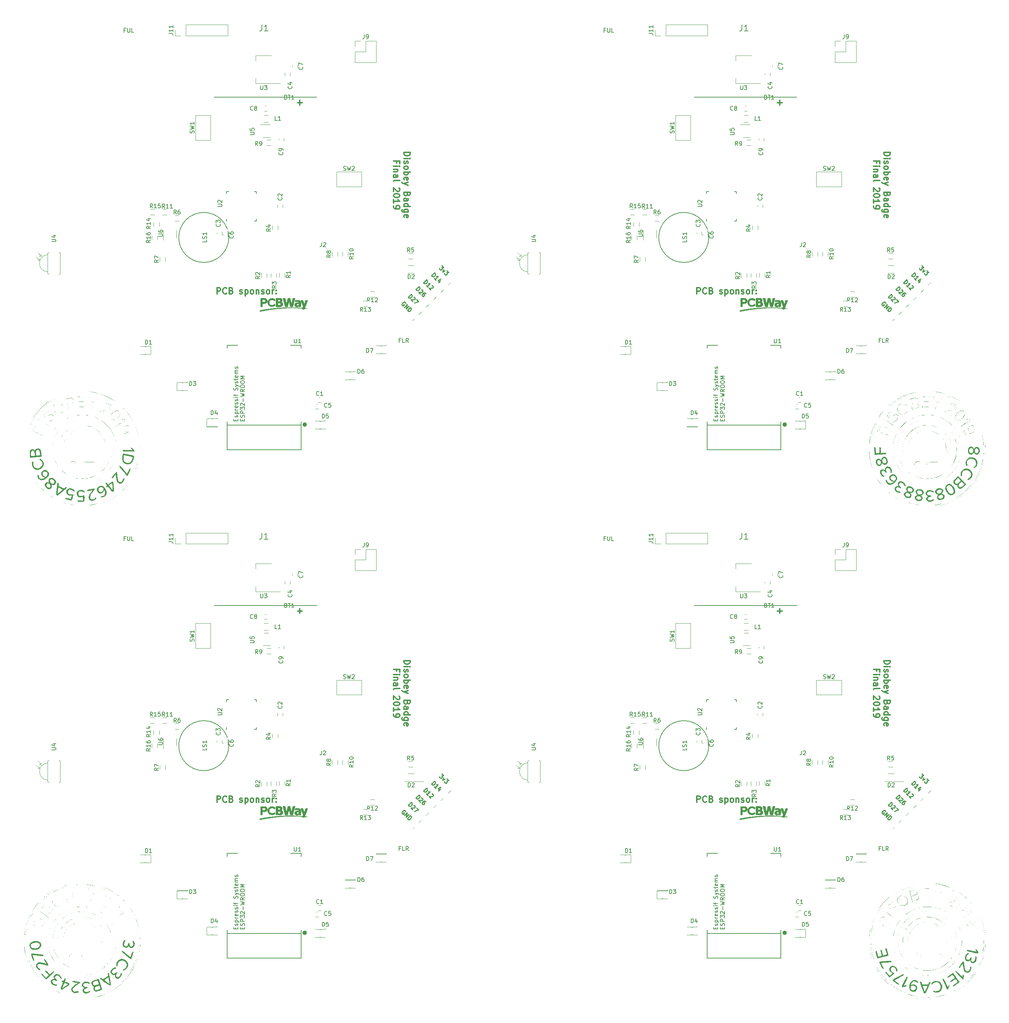
<source format=gto>
G04 #@! TF.FileFunction,Legend,Top*
%FSLAX46Y46*%
G04 Gerber Fmt 4.6, Leading zero omitted, Abs format (unit mm)*
G04 Created by KiCad (PCBNEW 4.0.7-e2-6376~58~ubuntu16.04.1) date Sat Nov  3 10:39:17 2018*
%MOMM*%
%LPD*%
G01*
G04 APERTURE LIST*
%ADD10C,0.150000*%
%ADD11C,0.300000*%
%ADD12C,0.250000*%
%ADD13C,0.120000*%
%ADD14C,0.010000*%
%ADD15C,0.500000*%
%ADD16C,2.540000*%
%ADD17R,1.150000X1.200000*%
%ADD18R,1.050000X1.460000*%
%ADD19R,1.300000X0.900000*%
%ADD20R,0.900000X1.300000*%
%ADD21R,1.200000X1.150000*%
%ADD22R,2.580000X2.000000*%
%ADD23R,2.000000X2.580000*%
%ADD24R,1.620000X1.050000*%
%ADD25R,2.200000X2.200000*%
%ADD26C,2.200000*%
%ADD27R,2.400000X4.200000*%
%ADD28R,2.400000X1.900000*%
%ADD29O,2.924000X1.700000*%
%ADD30R,1.400000X1.650000*%
%ADD31R,2.100000X2.100000*%
%ADD32O,2.100000X2.100000*%
%ADD33R,1.250000X1.050000*%
%ADD34R,2.400000X2.100000*%
%ADD35R,2.000000X1.800000*%
%ADD36R,0.800000X1.750000*%
%ADD37R,2.300000X2.000000*%
%ADD38O,0.700000X1.650000*%
%ADD39R,2.400000X3.400000*%
%ADD40O,0.650000X1.100000*%
%ADD41R,0.650000X1.100000*%
%ADD42O,1.100000X0.650000*%
%ADD43R,1.100000X0.650000*%
%ADD44R,1.687500X1.687500*%
%ADD45O,1.900000X2.924000*%
%ADD46O,2.900000X1.300000*%
%ADD47O,1.300000X2.900000*%
G04 APERTURE END LIST*
D10*
D11*
X187310714Y-144603571D02*
X187310714Y-143103571D01*
X187882142Y-143103571D01*
X188025000Y-143175000D01*
X188096428Y-143246429D01*
X188167857Y-143389286D01*
X188167857Y-143603571D01*
X188096428Y-143746429D01*
X188025000Y-143817857D01*
X187882142Y-143889286D01*
X187310714Y-143889286D01*
X189667857Y-144460714D02*
X189596428Y-144532143D01*
X189382142Y-144603571D01*
X189239285Y-144603571D01*
X189025000Y-144532143D01*
X188882142Y-144389286D01*
X188810714Y-144246429D01*
X188739285Y-143960714D01*
X188739285Y-143746429D01*
X188810714Y-143460714D01*
X188882142Y-143317857D01*
X189025000Y-143175000D01*
X189239285Y-143103571D01*
X189382142Y-143103571D01*
X189596428Y-143175000D01*
X189667857Y-143246429D01*
X190810714Y-143817857D02*
X191025000Y-143889286D01*
X191096428Y-143960714D01*
X191167857Y-144103571D01*
X191167857Y-144317857D01*
X191096428Y-144460714D01*
X191025000Y-144532143D01*
X190882142Y-144603571D01*
X190310714Y-144603571D01*
X190310714Y-143103571D01*
X190810714Y-143103571D01*
X190953571Y-143175000D01*
X191025000Y-143246429D01*
X191096428Y-143389286D01*
X191096428Y-143532143D01*
X191025000Y-143675000D01*
X190953571Y-143746429D01*
X190810714Y-143817857D01*
X190310714Y-143817857D01*
X192882142Y-144532143D02*
X193024999Y-144603571D01*
X193310714Y-144603571D01*
X193453571Y-144532143D01*
X193524999Y-144389286D01*
X193524999Y-144317857D01*
X193453571Y-144175000D01*
X193310714Y-144103571D01*
X193096428Y-144103571D01*
X192953571Y-144032143D01*
X192882142Y-143889286D01*
X192882142Y-143817857D01*
X192953571Y-143675000D01*
X193096428Y-143603571D01*
X193310714Y-143603571D01*
X193453571Y-143675000D01*
X194167857Y-143603571D02*
X194167857Y-145103571D01*
X194167857Y-143675000D02*
X194310714Y-143603571D01*
X194596428Y-143603571D01*
X194739285Y-143675000D01*
X194810714Y-143746429D01*
X194882143Y-143889286D01*
X194882143Y-144317857D01*
X194810714Y-144460714D01*
X194739285Y-144532143D01*
X194596428Y-144603571D01*
X194310714Y-144603571D01*
X194167857Y-144532143D01*
X195739286Y-144603571D02*
X195596428Y-144532143D01*
X195525000Y-144460714D01*
X195453571Y-144317857D01*
X195453571Y-143889286D01*
X195525000Y-143746429D01*
X195596428Y-143675000D01*
X195739286Y-143603571D01*
X195953571Y-143603571D01*
X196096428Y-143675000D01*
X196167857Y-143746429D01*
X196239286Y-143889286D01*
X196239286Y-144317857D01*
X196167857Y-144460714D01*
X196096428Y-144532143D01*
X195953571Y-144603571D01*
X195739286Y-144603571D01*
X196882143Y-143603571D02*
X196882143Y-144603571D01*
X196882143Y-143746429D02*
X196953571Y-143675000D01*
X197096429Y-143603571D01*
X197310714Y-143603571D01*
X197453571Y-143675000D01*
X197525000Y-143817857D01*
X197525000Y-144603571D01*
X198167857Y-144532143D02*
X198310714Y-144603571D01*
X198596429Y-144603571D01*
X198739286Y-144532143D01*
X198810714Y-144389286D01*
X198810714Y-144317857D01*
X198739286Y-144175000D01*
X198596429Y-144103571D01*
X198382143Y-144103571D01*
X198239286Y-144032143D01*
X198167857Y-143889286D01*
X198167857Y-143817857D01*
X198239286Y-143675000D01*
X198382143Y-143603571D01*
X198596429Y-143603571D01*
X198739286Y-143675000D01*
X199667858Y-144603571D02*
X199525000Y-144532143D01*
X199453572Y-144460714D01*
X199382143Y-144317857D01*
X199382143Y-143889286D01*
X199453572Y-143746429D01*
X199525000Y-143675000D01*
X199667858Y-143603571D01*
X199882143Y-143603571D01*
X200025000Y-143675000D01*
X200096429Y-143746429D01*
X200167858Y-143889286D01*
X200167858Y-144317857D01*
X200096429Y-144460714D01*
X200025000Y-144532143D01*
X199882143Y-144603571D01*
X199667858Y-144603571D01*
X200810715Y-144603571D02*
X200810715Y-143603571D01*
X200810715Y-143889286D02*
X200882143Y-143746429D01*
X200953572Y-143675000D01*
X201096429Y-143603571D01*
X201239286Y-143603571D01*
X201739286Y-144460714D02*
X201810714Y-144532143D01*
X201739286Y-144603571D01*
X201667857Y-144532143D01*
X201739286Y-144460714D01*
X201739286Y-144603571D01*
X201739286Y-143675000D02*
X201810714Y-143746429D01*
X201739286Y-143817857D01*
X201667857Y-143746429D01*
X201739286Y-143675000D01*
X201739286Y-143817857D01*
X70310714Y-144603571D02*
X70310714Y-143103571D01*
X70882142Y-143103571D01*
X71025000Y-143175000D01*
X71096428Y-143246429D01*
X71167857Y-143389286D01*
X71167857Y-143603571D01*
X71096428Y-143746429D01*
X71025000Y-143817857D01*
X70882142Y-143889286D01*
X70310714Y-143889286D01*
X72667857Y-144460714D02*
X72596428Y-144532143D01*
X72382142Y-144603571D01*
X72239285Y-144603571D01*
X72025000Y-144532143D01*
X71882142Y-144389286D01*
X71810714Y-144246429D01*
X71739285Y-143960714D01*
X71739285Y-143746429D01*
X71810714Y-143460714D01*
X71882142Y-143317857D01*
X72025000Y-143175000D01*
X72239285Y-143103571D01*
X72382142Y-143103571D01*
X72596428Y-143175000D01*
X72667857Y-143246429D01*
X73810714Y-143817857D02*
X74025000Y-143889286D01*
X74096428Y-143960714D01*
X74167857Y-144103571D01*
X74167857Y-144317857D01*
X74096428Y-144460714D01*
X74025000Y-144532143D01*
X73882142Y-144603571D01*
X73310714Y-144603571D01*
X73310714Y-143103571D01*
X73810714Y-143103571D01*
X73953571Y-143175000D01*
X74025000Y-143246429D01*
X74096428Y-143389286D01*
X74096428Y-143532143D01*
X74025000Y-143675000D01*
X73953571Y-143746429D01*
X73810714Y-143817857D01*
X73310714Y-143817857D01*
X75882142Y-144532143D02*
X76024999Y-144603571D01*
X76310714Y-144603571D01*
X76453571Y-144532143D01*
X76524999Y-144389286D01*
X76524999Y-144317857D01*
X76453571Y-144175000D01*
X76310714Y-144103571D01*
X76096428Y-144103571D01*
X75953571Y-144032143D01*
X75882142Y-143889286D01*
X75882142Y-143817857D01*
X75953571Y-143675000D01*
X76096428Y-143603571D01*
X76310714Y-143603571D01*
X76453571Y-143675000D01*
X77167857Y-143603571D02*
X77167857Y-145103571D01*
X77167857Y-143675000D02*
X77310714Y-143603571D01*
X77596428Y-143603571D01*
X77739285Y-143675000D01*
X77810714Y-143746429D01*
X77882143Y-143889286D01*
X77882143Y-144317857D01*
X77810714Y-144460714D01*
X77739285Y-144532143D01*
X77596428Y-144603571D01*
X77310714Y-144603571D01*
X77167857Y-144532143D01*
X78739286Y-144603571D02*
X78596428Y-144532143D01*
X78525000Y-144460714D01*
X78453571Y-144317857D01*
X78453571Y-143889286D01*
X78525000Y-143746429D01*
X78596428Y-143675000D01*
X78739286Y-143603571D01*
X78953571Y-143603571D01*
X79096428Y-143675000D01*
X79167857Y-143746429D01*
X79239286Y-143889286D01*
X79239286Y-144317857D01*
X79167857Y-144460714D01*
X79096428Y-144532143D01*
X78953571Y-144603571D01*
X78739286Y-144603571D01*
X79882143Y-143603571D02*
X79882143Y-144603571D01*
X79882143Y-143746429D02*
X79953571Y-143675000D01*
X80096429Y-143603571D01*
X80310714Y-143603571D01*
X80453571Y-143675000D01*
X80525000Y-143817857D01*
X80525000Y-144603571D01*
X81167857Y-144532143D02*
X81310714Y-144603571D01*
X81596429Y-144603571D01*
X81739286Y-144532143D01*
X81810714Y-144389286D01*
X81810714Y-144317857D01*
X81739286Y-144175000D01*
X81596429Y-144103571D01*
X81382143Y-144103571D01*
X81239286Y-144032143D01*
X81167857Y-143889286D01*
X81167857Y-143817857D01*
X81239286Y-143675000D01*
X81382143Y-143603571D01*
X81596429Y-143603571D01*
X81739286Y-143675000D01*
X82667858Y-144603571D02*
X82525000Y-144532143D01*
X82453572Y-144460714D01*
X82382143Y-144317857D01*
X82382143Y-143889286D01*
X82453572Y-143746429D01*
X82525000Y-143675000D01*
X82667858Y-143603571D01*
X82882143Y-143603571D01*
X83025000Y-143675000D01*
X83096429Y-143746429D01*
X83167858Y-143889286D01*
X83167858Y-144317857D01*
X83096429Y-144460714D01*
X83025000Y-144532143D01*
X82882143Y-144603571D01*
X82667858Y-144603571D01*
X83810715Y-144603571D02*
X83810715Y-143603571D01*
X83810715Y-143889286D02*
X83882143Y-143746429D01*
X83953572Y-143675000D01*
X84096429Y-143603571D01*
X84239286Y-143603571D01*
X84739286Y-144460714D02*
X84810714Y-144532143D01*
X84739286Y-144603571D01*
X84667857Y-144532143D01*
X84739286Y-144460714D01*
X84739286Y-144603571D01*
X84739286Y-143675000D02*
X84810714Y-143746429D01*
X84739286Y-143817857D01*
X84667857Y-143746429D01*
X84739286Y-143675000D01*
X84739286Y-143817857D01*
X187310714Y-20603571D02*
X187310714Y-19103571D01*
X187882142Y-19103571D01*
X188025000Y-19175000D01*
X188096428Y-19246429D01*
X188167857Y-19389286D01*
X188167857Y-19603571D01*
X188096428Y-19746429D01*
X188025000Y-19817857D01*
X187882142Y-19889286D01*
X187310714Y-19889286D01*
X189667857Y-20460714D02*
X189596428Y-20532143D01*
X189382142Y-20603571D01*
X189239285Y-20603571D01*
X189025000Y-20532143D01*
X188882142Y-20389286D01*
X188810714Y-20246429D01*
X188739285Y-19960714D01*
X188739285Y-19746429D01*
X188810714Y-19460714D01*
X188882142Y-19317857D01*
X189025000Y-19175000D01*
X189239285Y-19103571D01*
X189382142Y-19103571D01*
X189596428Y-19175000D01*
X189667857Y-19246429D01*
X190810714Y-19817857D02*
X191025000Y-19889286D01*
X191096428Y-19960714D01*
X191167857Y-20103571D01*
X191167857Y-20317857D01*
X191096428Y-20460714D01*
X191025000Y-20532143D01*
X190882142Y-20603571D01*
X190310714Y-20603571D01*
X190310714Y-19103571D01*
X190810714Y-19103571D01*
X190953571Y-19175000D01*
X191025000Y-19246429D01*
X191096428Y-19389286D01*
X191096428Y-19532143D01*
X191025000Y-19675000D01*
X190953571Y-19746429D01*
X190810714Y-19817857D01*
X190310714Y-19817857D01*
X192882142Y-20532143D02*
X193024999Y-20603571D01*
X193310714Y-20603571D01*
X193453571Y-20532143D01*
X193524999Y-20389286D01*
X193524999Y-20317857D01*
X193453571Y-20175000D01*
X193310714Y-20103571D01*
X193096428Y-20103571D01*
X192953571Y-20032143D01*
X192882142Y-19889286D01*
X192882142Y-19817857D01*
X192953571Y-19675000D01*
X193096428Y-19603571D01*
X193310714Y-19603571D01*
X193453571Y-19675000D01*
X194167857Y-19603571D02*
X194167857Y-21103571D01*
X194167857Y-19675000D02*
X194310714Y-19603571D01*
X194596428Y-19603571D01*
X194739285Y-19675000D01*
X194810714Y-19746429D01*
X194882143Y-19889286D01*
X194882143Y-20317857D01*
X194810714Y-20460714D01*
X194739285Y-20532143D01*
X194596428Y-20603571D01*
X194310714Y-20603571D01*
X194167857Y-20532143D01*
X195739286Y-20603571D02*
X195596428Y-20532143D01*
X195525000Y-20460714D01*
X195453571Y-20317857D01*
X195453571Y-19889286D01*
X195525000Y-19746429D01*
X195596428Y-19675000D01*
X195739286Y-19603571D01*
X195953571Y-19603571D01*
X196096428Y-19675000D01*
X196167857Y-19746429D01*
X196239286Y-19889286D01*
X196239286Y-20317857D01*
X196167857Y-20460714D01*
X196096428Y-20532143D01*
X195953571Y-20603571D01*
X195739286Y-20603571D01*
X196882143Y-19603571D02*
X196882143Y-20603571D01*
X196882143Y-19746429D02*
X196953571Y-19675000D01*
X197096429Y-19603571D01*
X197310714Y-19603571D01*
X197453571Y-19675000D01*
X197525000Y-19817857D01*
X197525000Y-20603571D01*
X198167857Y-20532143D02*
X198310714Y-20603571D01*
X198596429Y-20603571D01*
X198739286Y-20532143D01*
X198810714Y-20389286D01*
X198810714Y-20317857D01*
X198739286Y-20175000D01*
X198596429Y-20103571D01*
X198382143Y-20103571D01*
X198239286Y-20032143D01*
X198167857Y-19889286D01*
X198167857Y-19817857D01*
X198239286Y-19675000D01*
X198382143Y-19603571D01*
X198596429Y-19603571D01*
X198739286Y-19675000D01*
X199667858Y-20603571D02*
X199525000Y-20532143D01*
X199453572Y-20460714D01*
X199382143Y-20317857D01*
X199382143Y-19889286D01*
X199453572Y-19746429D01*
X199525000Y-19675000D01*
X199667858Y-19603571D01*
X199882143Y-19603571D01*
X200025000Y-19675000D01*
X200096429Y-19746429D01*
X200167858Y-19889286D01*
X200167858Y-20317857D01*
X200096429Y-20460714D01*
X200025000Y-20532143D01*
X199882143Y-20603571D01*
X199667858Y-20603571D01*
X200810715Y-20603571D02*
X200810715Y-19603571D01*
X200810715Y-19889286D02*
X200882143Y-19746429D01*
X200953572Y-19675000D01*
X201096429Y-19603571D01*
X201239286Y-19603571D01*
X201739286Y-20460714D02*
X201810714Y-20532143D01*
X201739286Y-20603571D01*
X201667857Y-20532143D01*
X201739286Y-20460714D01*
X201739286Y-20603571D01*
X201739286Y-19675000D02*
X201810714Y-19746429D01*
X201739286Y-19817857D01*
X201667857Y-19746429D01*
X201739286Y-19675000D01*
X201739286Y-19817857D01*
X232921429Y-110071429D02*
X234421429Y-110071429D01*
X234421429Y-110428572D01*
X234350000Y-110642857D01*
X234207143Y-110785715D01*
X234064286Y-110857143D01*
X233778571Y-110928572D01*
X233564286Y-110928572D01*
X233278571Y-110857143D01*
X233135714Y-110785715D01*
X232992857Y-110642857D01*
X232921429Y-110428572D01*
X232921429Y-110071429D01*
X232921429Y-111571429D02*
X233921429Y-111571429D01*
X234421429Y-111571429D02*
X234350000Y-111500000D01*
X234278571Y-111571429D01*
X234350000Y-111642857D01*
X234421429Y-111571429D01*
X234278571Y-111571429D01*
X232992857Y-112214286D02*
X232921429Y-112357143D01*
X232921429Y-112642858D01*
X232992857Y-112785715D01*
X233135714Y-112857143D01*
X233207143Y-112857143D01*
X233350000Y-112785715D01*
X233421429Y-112642858D01*
X233421429Y-112428572D01*
X233492857Y-112285715D01*
X233635714Y-112214286D01*
X233707143Y-112214286D01*
X233850000Y-112285715D01*
X233921429Y-112428572D01*
X233921429Y-112642858D01*
X233850000Y-112785715D01*
X232921429Y-113714287D02*
X232992857Y-113571429D01*
X233064286Y-113500001D01*
X233207143Y-113428572D01*
X233635714Y-113428572D01*
X233778571Y-113500001D01*
X233850000Y-113571429D01*
X233921429Y-113714287D01*
X233921429Y-113928572D01*
X233850000Y-114071429D01*
X233778571Y-114142858D01*
X233635714Y-114214287D01*
X233207143Y-114214287D01*
X233064286Y-114142858D01*
X232992857Y-114071429D01*
X232921429Y-113928572D01*
X232921429Y-113714287D01*
X232921429Y-114857144D02*
X234421429Y-114857144D01*
X233850000Y-114857144D02*
X233921429Y-115000001D01*
X233921429Y-115285715D01*
X233850000Y-115428572D01*
X233778571Y-115500001D01*
X233635714Y-115571430D01*
X233207143Y-115571430D01*
X233064286Y-115500001D01*
X232992857Y-115428572D01*
X232921429Y-115285715D01*
X232921429Y-115000001D01*
X232992857Y-114857144D01*
X232992857Y-116785715D02*
X232921429Y-116642858D01*
X232921429Y-116357144D01*
X232992857Y-116214287D01*
X233135714Y-116142858D01*
X233707143Y-116142858D01*
X233850000Y-116214287D01*
X233921429Y-116357144D01*
X233921429Y-116642858D01*
X233850000Y-116785715D01*
X233707143Y-116857144D01*
X233564286Y-116857144D01*
X233421429Y-116142858D01*
X233921429Y-117357144D02*
X232921429Y-117714287D01*
X233921429Y-118071429D02*
X232921429Y-117714287D01*
X232564286Y-117571429D01*
X232492857Y-117500001D01*
X232421429Y-117357144D01*
X233707143Y-120285715D02*
X233635714Y-120500001D01*
X233564286Y-120571429D01*
X233421429Y-120642858D01*
X233207143Y-120642858D01*
X233064286Y-120571429D01*
X232992857Y-120500001D01*
X232921429Y-120357143D01*
X232921429Y-119785715D01*
X234421429Y-119785715D01*
X234421429Y-120285715D01*
X234350000Y-120428572D01*
X234278571Y-120500001D01*
X234135714Y-120571429D01*
X233992857Y-120571429D01*
X233850000Y-120500001D01*
X233778571Y-120428572D01*
X233707143Y-120285715D01*
X233707143Y-119785715D01*
X232921429Y-121928572D02*
X233707143Y-121928572D01*
X233850000Y-121857143D01*
X233921429Y-121714286D01*
X233921429Y-121428572D01*
X233850000Y-121285715D01*
X232992857Y-121928572D02*
X232921429Y-121785715D01*
X232921429Y-121428572D01*
X232992857Y-121285715D01*
X233135714Y-121214286D01*
X233278571Y-121214286D01*
X233421429Y-121285715D01*
X233492857Y-121428572D01*
X233492857Y-121785715D01*
X233564286Y-121928572D01*
X232921429Y-123285715D02*
X234421429Y-123285715D01*
X232992857Y-123285715D02*
X232921429Y-123142858D01*
X232921429Y-122857144D01*
X232992857Y-122714286D01*
X233064286Y-122642858D01*
X233207143Y-122571429D01*
X233635714Y-122571429D01*
X233778571Y-122642858D01*
X233850000Y-122714286D01*
X233921429Y-122857144D01*
X233921429Y-123142858D01*
X233850000Y-123285715D01*
X233921429Y-124642858D02*
X232707143Y-124642858D01*
X232564286Y-124571429D01*
X232492857Y-124500001D01*
X232421429Y-124357144D01*
X232421429Y-124142858D01*
X232492857Y-124000001D01*
X232992857Y-124642858D02*
X232921429Y-124500001D01*
X232921429Y-124214287D01*
X232992857Y-124071429D01*
X233064286Y-124000001D01*
X233207143Y-123928572D01*
X233635714Y-123928572D01*
X233778571Y-124000001D01*
X233850000Y-124071429D01*
X233921429Y-124214287D01*
X233921429Y-124500001D01*
X233850000Y-124642858D01*
X232992857Y-125928572D02*
X232921429Y-125785715D01*
X232921429Y-125500001D01*
X232992857Y-125357144D01*
X233135714Y-125285715D01*
X233707143Y-125285715D01*
X233850000Y-125357144D01*
X233921429Y-125500001D01*
X233921429Y-125785715D01*
X233850000Y-125928572D01*
X233707143Y-126000001D01*
X233564286Y-126000001D01*
X233421429Y-125285715D01*
X231157143Y-112678573D02*
X231157143Y-112178573D01*
X230371429Y-112178573D02*
X231871429Y-112178573D01*
X231871429Y-112892859D01*
X230371429Y-113464287D02*
X231371429Y-113464287D01*
X231871429Y-113464287D02*
X231800000Y-113392858D01*
X231728571Y-113464287D01*
X231800000Y-113535715D01*
X231871429Y-113464287D01*
X231728571Y-113464287D01*
X231371429Y-114178573D02*
X230371429Y-114178573D01*
X231228571Y-114178573D02*
X231300000Y-114250001D01*
X231371429Y-114392859D01*
X231371429Y-114607144D01*
X231300000Y-114750001D01*
X231157143Y-114821430D01*
X230371429Y-114821430D01*
X230371429Y-116178573D02*
X231157143Y-116178573D01*
X231300000Y-116107144D01*
X231371429Y-115964287D01*
X231371429Y-115678573D01*
X231300000Y-115535716D01*
X230442857Y-116178573D02*
X230371429Y-116035716D01*
X230371429Y-115678573D01*
X230442857Y-115535716D01*
X230585714Y-115464287D01*
X230728571Y-115464287D01*
X230871429Y-115535716D01*
X230942857Y-115678573D01*
X230942857Y-116035716D01*
X231014286Y-116178573D01*
X230371429Y-117107145D02*
X230442857Y-116964287D01*
X230585714Y-116892859D01*
X231871429Y-116892859D01*
X231728571Y-118750001D02*
X231800000Y-118821430D01*
X231871429Y-118964287D01*
X231871429Y-119321430D01*
X231800000Y-119464287D01*
X231728571Y-119535716D01*
X231585714Y-119607144D01*
X231442857Y-119607144D01*
X231228571Y-119535716D01*
X230371429Y-118678573D01*
X230371429Y-119607144D01*
X231871429Y-120535715D02*
X231871429Y-120678572D01*
X231800000Y-120821429D01*
X231728571Y-120892858D01*
X231585714Y-120964287D01*
X231300000Y-121035715D01*
X230942857Y-121035715D01*
X230657143Y-120964287D01*
X230514286Y-120892858D01*
X230442857Y-120821429D01*
X230371429Y-120678572D01*
X230371429Y-120535715D01*
X230442857Y-120392858D01*
X230514286Y-120321429D01*
X230657143Y-120250001D01*
X230942857Y-120178572D01*
X231300000Y-120178572D01*
X231585714Y-120250001D01*
X231728571Y-120321429D01*
X231800000Y-120392858D01*
X231871429Y-120535715D01*
X230371429Y-122464286D02*
X230371429Y-121607143D01*
X230371429Y-122035715D02*
X231871429Y-122035715D01*
X231657143Y-121892858D01*
X231514286Y-121750000D01*
X231442857Y-121607143D01*
X230371429Y-123178571D02*
X230371429Y-123464286D01*
X230442857Y-123607143D01*
X230514286Y-123678571D01*
X230728571Y-123821429D01*
X231014286Y-123892857D01*
X231585714Y-123892857D01*
X231728571Y-123821429D01*
X231800000Y-123750000D01*
X231871429Y-123607143D01*
X231871429Y-123321429D01*
X231800000Y-123178571D01*
X231728571Y-123107143D01*
X231585714Y-123035714D01*
X231228571Y-123035714D01*
X231085714Y-123107143D01*
X231014286Y-123178571D01*
X230942857Y-123321429D01*
X230942857Y-123607143D01*
X231014286Y-123750000D01*
X231085714Y-123821429D01*
X231228571Y-123892857D01*
X115921429Y-110071429D02*
X117421429Y-110071429D01*
X117421429Y-110428572D01*
X117350000Y-110642857D01*
X117207143Y-110785715D01*
X117064286Y-110857143D01*
X116778571Y-110928572D01*
X116564286Y-110928572D01*
X116278571Y-110857143D01*
X116135714Y-110785715D01*
X115992857Y-110642857D01*
X115921429Y-110428572D01*
X115921429Y-110071429D01*
X115921429Y-111571429D02*
X116921429Y-111571429D01*
X117421429Y-111571429D02*
X117350000Y-111500000D01*
X117278571Y-111571429D01*
X117350000Y-111642857D01*
X117421429Y-111571429D01*
X117278571Y-111571429D01*
X115992857Y-112214286D02*
X115921429Y-112357143D01*
X115921429Y-112642858D01*
X115992857Y-112785715D01*
X116135714Y-112857143D01*
X116207143Y-112857143D01*
X116350000Y-112785715D01*
X116421429Y-112642858D01*
X116421429Y-112428572D01*
X116492857Y-112285715D01*
X116635714Y-112214286D01*
X116707143Y-112214286D01*
X116850000Y-112285715D01*
X116921429Y-112428572D01*
X116921429Y-112642858D01*
X116850000Y-112785715D01*
X115921429Y-113714287D02*
X115992857Y-113571429D01*
X116064286Y-113500001D01*
X116207143Y-113428572D01*
X116635714Y-113428572D01*
X116778571Y-113500001D01*
X116850000Y-113571429D01*
X116921429Y-113714287D01*
X116921429Y-113928572D01*
X116850000Y-114071429D01*
X116778571Y-114142858D01*
X116635714Y-114214287D01*
X116207143Y-114214287D01*
X116064286Y-114142858D01*
X115992857Y-114071429D01*
X115921429Y-113928572D01*
X115921429Y-113714287D01*
X115921429Y-114857144D02*
X117421429Y-114857144D01*
X116850000Y-114857144D02*
X116921429Y-115000001D01*
X116921429Y-115285715D01*
X116850000Y-115428572D01*
X116778571Y-115500001D01*
X116635714Y-115571430D01*
X116207143Y-115571430D01*
X116064286Y-115500001D01*
X115992857Y-115428572D01*
X115921429Y-115285715D01*
X115921429Y-115000001D01*
X115992857Y-114857144D01*
X115992857Y-116785715D02*
X115921429Y-116642858D01*
X115921429Y-116357144D01*
X115992857Y-116214287D01*
X116135714Y-116142858D01*
X116707143Y-116142858D01*
X116850000Y-116214287D01*
X116921429Y-116357144D01*
X116921429Y-116642858D01*
X116850000Y-116785715D01*
X116707143Y-116857144D01*
X116564286Y-116857144D01*
X116421429Y-116142858D01*
X116921429Y-117357144D02*
X115921429Y-117714287D01*
X116921429Y-118071429D02*
X115921429Y-117714287D01*
X115564286Y-117571429D01*
X115492857Y-117500001D01*
X115421429Y-117357144D01*
X116707143Y-120285715D02*
X116635714Y-120500001D01*
X116564286Y-120571429D01*
X116421429Y-120642858D01*
X116207143Y-120642858D01*
X116064286Y-120571429D01*
X115992857Y-120500001D01*
X115921429Y-120357143D01*
X115921429Y-119785715D01*
X117421429Y-119785715D01*
X117421429Y-120285715D01*
X117350000Y-120428572D01*
X117278571Y-120500001D01*
X117135714Y-120571429D01*
X116992857Y-120571429D01*
X116850000Y-120500001D01*
X116778571Y-120428572D01*
X116707143Y-120285715D01*
X116707143Y-119785715D01*
X115921429Y-121928572D02*
X116707143Y-121928572D01*
X116850000Y-121857143D01*
X116921429Y-121714286D01*
X116921429Y-121428572D01*
X116850000Y-121285715D01*
X115992857Y-121928572D02*
X115921429Y-121785715D01*
X115921429Y-121428572D01*
X115992857Y-121285715D01*
X116135714Y-121214286D01*
X116278571Y-121214286D01*
X116421429Y-121285715D01*
X116492857Y-121428572D01*
X116492857Y-121785715D01*
X116564286Y-121928572D01*
X115921429Y-123285715D02*
X117421429Y-123285715D01*
X115992857Y-123285715D02*
X115921429Y-123142858D01*
X115921429Y-122857144D01*
X115992857Y-122714286D01*
X116064286Y-122642858D01*
X116207143Y-122571429D01*
X116635714Y-122571429D01*
X116778571Y-122642858D01*
X116850000Y-122714286D01*
X116921429Y-122857144D01*
X116921429Y-123142858D01*
X116850000Y-123285715D01*
X116921429Y-124642858D02*
X115707143Y-124642858D01*
X115564286Y-124571429D01*
X115492857Y-124500001D01*
X115421429Y-124357144D01*
X115421429Y-124142858D01*
X115492857Y-124000001D01*
X115992857Y-124642858D02*
X115921429Y-124500001D01*
X115921429Y-124214287D01*
X115992857Y-124071429D01*
X116064286Y-124000001D01*
X116207143Y-123928572D01*
X116635714Y-123928572D01*
X116778571Y-124000001D01*
X116850000Y-124071429D01*
X116921429Y-124214287D01*
X116921429Y-124500001D01*
X116850000Y-124642858D01*
X115992857Y-125928572D02*
X115921429Y-125785715D01*
X115921429Y-125500001D01*
X115992857Y-125357144D01*
X116135714Y-125285715D01*
X116707143Y-125285715D01*
X116850000Y-125357144D01*
X116921429Y-125500001D01*
X116921429Y-125785715D01*
X116850000Y-125928572D01*
X116707143Y-126000001D01*
X116564286Y-126000001D01*
X116421429Y-125285715D01*
X114157143Y-112678573D02*
X114157143Y-112178573D01*
X113371429Y-112178573D02*
X114871429Y-112178573D01*
X114871429Y-112892859D01*
X113371429Y-113464287D02*
X114371429Y-113464287D01*
X114871429Y-113464287D02*
X114800000Y-113392858D01*
X114728571Y-113464287D01*
X114800000Y-113535715D01*
X114871429Y-113464287D01*
X114728571Y-113464287D01*
X114371429Y-114178573D02*
X113371429Y-114178573D01*
X114228571Y-114178573D02*
X114300000Y-114250001D01*
X114371429Y-114392859D01*
X114371429Y-114607144D01*
X114300000Y-114750001D01*
X114157143Y-114821430D01*
X113371429Y-114821430D01*
X113371429Y-116178573D02*
X114157143Y-116178573D01*
X114300000Y-116107144D01*
X114371429Y-115964287D01*
X114371429Y-115678573D01*
X114300000Y-115535716D01*
X113442857Y-116178573D02*
X113371429Y-116035716D01*
X113371429Y-115678573D01*
X113442857Y-115535716D01*
X113585714Y-115464287D01*
X113728571Y-115464287D01*
X113871429Y-115535716D01*
X113942857Y-115678573D01*
X113942857Y-116035716D01*
X114014286Y-116178573D01*
X113371429Y-117107145D02*
X113442857Y-116964287D01*
X113585714Y-116892859D01*
X114871429Y-116892859D01*
X114728571Y-118750001D02*
X114800000Y-118821430D01*
X114871429Y-118964287D01*
X114871429Y-119321430D01*
X114800000Y-119464287D01*
X114728571Y-119535716D01*
X114585714Y-119607144D01*
X114442857Y-119607144D01*
X114228571Y-119535716D01*
X113371429Y-118678573D01*
X113371429Y-119607144D01*
X114871429Y-120535715D02*
X114871429Y-120678572D01*
X114800000Y-120821429D01*
X114728571Y-120892858D01*
X114585714Y-120964287D01*
X114300000Y-121035715D01*
X113942857Y-121035715D01*
X113657143Y-120964287D01*
X113514286Y-120892858D01*
X113442857Y-120821429D01*
X113371429Y-120678572D01*
X113371429Y-120535715D01*
X113442857Y-120392858D01*
X113514286Y-120321429D01*
X113657143Y-120250001D01*
X113942857Y-120178572D01*
X114300000Y-120178572D01*
X114585714Y-120250001D01*
X114728571Y-120321429D01*
X114800000Y-120392858D01*
X114871429Y-120535715D01*
X113371429Y-122464286D02*
X113371429Y-121607143D01*
X113371429Y-122035715D02*
X114871429Y-122035715D01*
X114657143Y-121892858D01*
X114514286Y-121750000D01*
X114442857Y-121607143D01*
X113371429Y-123178571D02*
X113371429Y-123464286D01*
X113442857Y-123607143D01*
X113514286Y-123678571D01*
X113728571Y-123821429D01*
X114014286Y-123892857D01*
X114585714Y-123892857D01*
X114728571Y-123821429D01*
X114800000Y-123750000D01*
X114871429Y-123607143D01*
X114871429Y-123321429D01*
X114800000Y-123178571D01*
X114728571Y-123107143D01*
X114585714Y-123035714D01*
X114228571Y-123035714D01*
X114085714Y-123107143D01*
X114014286Y-123178571D01*
X113942857Y-123321429D01*
X113942857Y-123607143D01*
X114014286Y-123750000D01*
X114085714Y-123821429D01*
X114228571Y-123892857D01*
X232921429Y13928571D02*
X234421429Y13928571D01*
X234421429Y13571428D01*
X234350000Y13357143D01*
X234207143Y13214285D01*
X234064286Y13142857D01*
X233778571Y13071428D01*
X233564286Y13071428D01*
X233278571Y13142857D01*
X233135714Y13214285D01*
X232992857Y13357143D01*
X232921429Y13571428D01*
X232921429Y13928571D01*
X232921429Y12428571D02*
X233921429Y12428571D01*
X234421429Y12428571D02*
X234350000Y12500000D01*
X234278571Y12428571D01*
X234350000Y12357143D01*
X234421429Y12428571D01*
X234278571Y12428571D01*
X232992857Y11785714D02*
X232921429Y11642857D01*
X232921429Y11357142D01*
X232992857Y11214285D01*
X233135714Y11142857D01*
X233207143Y11142857D01*
X233350000Y11214285D01*
X233421429Y11357142D01*
X233421429Y11571428D01*
X233492857Y11714285D01*
X233635714Y11785714D01*
X233707143Y11785714D01*
X233850000Y11714285D01*
X233921429Y11571428D01*
X233921429Y11357142D01*
X233850000Y11214285D01*
X232921429Y10285713D02*
X232992857Y10428571D01*
X233064286Y10499999D01*
X233207143Y10571428D01*
X233635714Y10571428D01*
X233778571Y10499999D01*
X233850000Y10428571D01*
X233921429Y10285713D01*
X233921429Y10071428D01*
X233850000Y9928571D01*
X233778571Y9857142D01*
X233635714Y9785713D01*
X233207143Y9785713D01*
X233064286Y9857142D01*
X232992857Y9928571D01*
X232921429Y10071428D01*
X232921429Y10285713D01*
X232921429Y9142856D02*
X234421429Y9142856D01*
X233850000Y9142856D02*
X233921429Y8999999D01*
X233921429Y8714285D01*
X233850000Y8571428D01*
X233778571Y8499999D01*
X233635714Y8428570D01*
X233207143Y8428570D01*
X233064286Y8499999D01*
X232992857Y8571428D01*
X232921429Y8714285D01*
X232921429Y8999999D01*
X232992857Y9142856D01*
X232992857Y7214285D02*
X232921429Y7357142D01*
X232921429Y7642856D01*
X232992857Y7785713D01*
X233135714Y7857142D01*
X233707143Y7857142D01*
X233850000Y7785713D01*
X233921429Y7642856D01*
X233921429Y7357142D01*
X233850000Y7214285D01*
X233707143Y7142856D01*
X233564286Y7142856D01*
X233421429Y7857142D01*
X233921429Y6642856D02*
X232921429Y6285713D01*
X233921429Y5928571D02*
X232921429Y6285713D01*
X232564286Y6428571D01*
X232492857Y6499999D01*
X232421429Y6642856D01*
X233707143Y3714285D02*
X233635714Y3499999D01*
X233564286Y3428571D01*
X233421429Y3357142D01*
X233207143Y3357142D01*
X233064286Y3428571D01*
X232992857Y3499999D01*
X232921429Y3642857D01*
X232921429Y4214285D01*
X234421429Y4214285D01*
X234421429Y3714285D01*
X234350000Y3571428D01*
X234278571Y3499999D01*
X234135714Y3428571D01*
X233992857Y3428571D01*
X233850000Y3499999D01*
X233778571Y3571428D01*
X233707143Y3714285D01*
X233707143Y4214285D01*
X232921429Y2071428D02*
X233707143Y2071428D01*
X233850000Y2142857D01*
X233921429Y2285714D01*
X233921429Y2571428D01*
X233850000Y2714285D01*
X232992857Y2071428D02*
X232921429Y2214285D01*
X232921429Y2571428D01*
X232992857Y2714285D01*
X233135714Y2785714D01*
X233278571Y2785714D01*
X233421429Y2714285D01*
X233492857Y2571428D01*
X233492857Y2214285D01*
X233564286Y2071428D01*
X232921429Y714285D02*
X234421429Y714285D01*
X232992857Y714285D02*
X232921429Y857142D01*
X232921429Y1142856D01*
X232992857Y1285714D01*
X233064286Y1357142D01*
X233207143Y1428571D01*
X233635714Y1428571D01*
X233778571Y1357142D01*
X233850000Y1285714D01*
X233921429Y1142856D01*
X233921429Y857142D01*
X233850000Y714285D01*
X233921429Y-642858D02*
X232707143Y-642858D01*
X232564286Y-571429D01*
X232492857Y-500001D01*
X232421429Y-357144D01*
X232421429Y-142858D01*
X232492857Y-1D01*
X232992857Y-642858D02*
X232921429Y-500001D01*
X232921429Y-214287D01*
X232992857Y-71429D01*
X233064286Y-1D01*
X233207143Y71428D01*
X233635714Y71428D01*
X233778571Y-1D01*
X233850000Y-71429D01*
X233921429Y-214287D01*
X233921429Y-500001D01*
X233850000Y-642858D01*
X232992857Y-1928572D02*
X232921429Y-1785715D01*
X232921429Y-1500001D01*
X232992857Y-1357144D01*
X233135714Y-1285715D01*
X233707143Y-1285715D01*
X233850000Y-1357144D01*
X233921429Y-1500001D01*
X233921429Y-1785715D01*
X233850000Y-1928572D01*
X233707143Y-2000001D01*
X233564286Y-2000001D01*
X233421429Y-1285715D01*
X231157143Y11321427D02*
X231157143Y11821427D01*
X230371429Y11821427D02*
X231871429Y11821427D01*
X231871429Y11107141D01*
X230371429Y10535713D02*
X231371429Y10535713D01*
X231871429Y10535713D02*
X231800000Y10607142D01*
X231728571Y10535713D01*
X231800000Y10464285D01*
X231871429Y10535713D01*
X231728571Y10535713D01*
X231371429Y9821427D02*
X230371429Y9821427D01*
X231228571Y9821427D02*
X231300000Y9749999D01*
X231371429Y9607141D01*
X231371429Y9392856D01*
X231300000Y9249999D01*
X231157143Y9178570D01*
X230371429Y9178570D01*
X230371429Y7821427D02*
X231157143Y7821427D01*
X231300000Y7892856D01*
X231371429Y8035713D01*
X231371429Y8321427D01*
X231300000Y8464284D01*
X230442857Y7821427D02*
X230371429Y7964284D01*
X230371429Y8321427D01*
X230442857Y8464284D01*
X230585714Y8535713D01*
X230728571Y8535713D01*
X230871429Y8464284D01*
X230942857Y8321427D01*
X230942857Y7964284D01*
X231014286Y7821427D01*
X230371429Y6892855D02*
X230442857Y7035713D01*
X230585714Y7107141D01*
X231871429Y7107141D01*
X231728571Y5249999D02*
X231800000Y5178570D01*
X231871429Y5035713D01*
X231871429Y4678570D01*
X231800000Y4535713D01*
X231728571Y4464284D01*
X231585714Y4392856D01*
X231442857Y4392856D01*
X231228571Y4464284D01*
X230371429Y5321427D01*
X230371429Y4392856D01*
X231871429Y3464285D02*
X231871429Y3321428D01*
X231800000Y3178571D01*
X231728571Y3107142D01*
X231585714Y3035713D01*
X231300000Y2964285D01*
X230942857Y2964285D01*
X230657143Y3035713D01*
X230514286Y3107142D01*
X230442857Y3178571D01*
X230371429Y3321428D01*
X230371429Y3464285D01*
X230442857Y3607142D01*
X230514286Y3678571D01*
X230657143Y3749999D01*
X230942857Y3821428D01*
X231300000Y3821428D01*
X231585714Y3749999D01*
X231728571Y3678571D01*
X231800000Y3607142D01*
X231871429Y3464285D01*
X230371429Y1535714D02*
X230371429Y2392857D01*
X230371429Y1964285D02*
X231871429Y1964285D01*
X231657143Y2107142D01*
X231514286Y2250000D01*
X231442857Y2392857D01*
X230371429Y821429D02*
X230371429Y535714D01*
X230442857Y392857D01*
X230514286Y321429D01*
X230728571Y178571D01*
X231014286Y107143D01*
X231585714Y107143D01*
X231728571Y178571D01*
X231800000Y250000D01*
X231871429Y392857D01*
X231871429Y678571D01*
X231800000Y821429D01*
X231728571Y892857D01*
X231585714Y964286D01*
X231228571Y964286D01*
X231085714Y892857D01*
X231014286Y821429D01*
X230942857Y678571D01*
X230942857Y392857D01*
X231014286Y250000D01*
X231085714Y178571D01*
X231228571Y107143D01*
X206953572Y-97957143D02*
X208096429Y-97957143D01*
X207525000Y-98528571D02*
X207525000Y-97385714D01*
X89953572Y-97957143D02*
X91096429Y-97957143D01*
X90525000Y-98528571D02*
X90525000Y-97385714D01*
X206953572Y26042857D02*
X208096429Y26042857D01*
X207525000Y25471429D02*
X207525000Y26614286D01*
D12*
X242145431Y-137695981D02*
X242583164Y-138133714D01*
X242078088Y-138167385D01*
X242179104Y-138268401D01*
X242212776Y-138369416D01*
X242212776Y-138436760D01*
X242179103Y-138537776D01*
X242010745Y-138706134D01*
X241909729Y-138739806D01*
X241842386Y-138739806D01*
X241741371Y-138706134D01*
X241539340Y-138504103D01*
X241505668Y-138403088D01*
X241505668Y-138335745D01*
X242583164Y-138605118D02*
X242280118Y-139244882D01*
X242919882Y-138941836D01*
X243357615Y-138908164D02*
X243795348Y-139345898D01*
X243290271Y-139379569D01*
X243391287Y-139480584D01*
X243424959Y-139581600D01*
X243424959Y-139648943D01*
X243391286Y-139749959D01*
X243222928Y-139918317D01*
X243121913Y-139951989D01*
X243054569Y-139951989D01*
X242953554Y-139918317D01*
X242751523Y-139716286D01*
X242717851Y-139615271D01*
X242717851Y-139547928D01*
X125145431Y-137695981D02*
X125583164Y-138133714D01*
X125078088Y-138167385D01*
X125179104Y-138268401D01*
X125212776Y-138369416D01*
X125212776Y-138436760D01*
X125179103Y-138537776D01*
X125010745Y-138706134D01*
X124909729Y-138739806D01*
X124842386Y-138739806D01*
X124741371Y-138706134D01*
X124539340Y-138504103D01*
X124505668Y-138403088D01*
X124505668Y-138335745D01*
X125583164Y-138605118D02*
X125280118Y-139244882D01*
X125919882Y-138941836D01*
X126357615Y-138908164D02*
X126795348Y-139345898D01*
X126290271Y-139379569D01*
X126391287Y-139480584D01*
X126424959Y-139581600D01*
X126424959Y-139648943D01*
X126391286Y-139749959D01*
X126222928Y-139918317D01*
X126121913Y-139951989D01*
X126054569Y-139951989D01*
X125953554Y-139918317D01*
X125751523Y-139716286D01*
X125717851Y-139615271D01*
X125717851Y-139547928D01*
X242145431Y-13695981D02*
X242583164Y-14133714D01*
X242078088Y-14167385D01*
X242179104Y-14268401D01*
X242212776Y-14369416D01*
X242212776Y-14436760D01*
X242179103Y-14537776D01*
X242010745Y-14706134D01*
X241909729Y-14739806D01*
X241842386Y-14739806D01*
X241741371Y-14706134D01*
X241539340Y-14504103D01*
X241505668Y-14403088D01*
X241505668Y-14335745D01*
X242583164Y-14605118D02*
X242280118Y-15244882D01*
X242919882Y-14941836D01*
X243357615Y-14908164D02*
X243795348Y-15345898D01*
X243290271Y-15379569D01*
X243391287Y-15480584D01*
X243424959Y-15581600D01*
X243424959Y-15648943D01*
X243391286Y-15749959D01*
X243222928Y-15918317D01*
X243121913Y-15951989D01*
X243054569Y-15951989D01*
X242953554Y-15918317D01*
X242751523Y-15716286D01*
X242717851Y-15615271D01*
X242717851Y-15547928D01*
X239621488Y-140161252D02*
X240328595Y-139454145D01*
X240496954Y-139622504D01*
X240564298Y-139757191D01*
X240564298Y-139891878D01*
X240530626Y-139992893D01*
X240429611Y-140161252D01*
X240328595Y-140262268D01*
X240160237Y-140363283D01*
X240059222Y-140396955D01*
X239924535Y-140396955D01*
X239789847Y-140329610D01*
X239621488Y-140161252D01*
X240698985Y-141238748D02*
X240294924Y-140834687D01*
X240496954Y-141036717D02*
X241204061Y-140329610D01*
X241035702Y-140363282D01*
X240901015Y-140363282D01*
X240800000Y-140329610D01*
X241776481Y-141373435D02*
X241305076Y-141844840D01*
X241877496Y-140935702D02*
X241204061Y-141272420D01*
X241641794Y-141710153D01*
X122621488Y-140161252D02*
X123328595Y-139454145D01*
X123496954Y-139622504D01*
X123564298Y-139757191D01*
X123564298Y-139891878D01*
X123530626Y-139992893D01*
X123429611Y-140161252D01*
X123328595Y-140262268D01*
X123160237Y-140363283D01*
X123059222Y-140396955D01*
X122924535Y-140396955D01*
X122789847Y-140329610D01*
X122621488Y-140161252D01*
X123698985Y-141238748D02*
X123294924Y-140834687D01*
X123496954Y-141036717D02*
X124204061Y-140329610D01*
X124035702Y-140363282D01*
X123901015Y-140363282D01*
X123800000Y-140329610D01*
X124776481Y-141373435D02*
X124305076Y-141844840D01*
X124877496Y-140935702D02*
X124204061Y-141272420D01*
X124641794Y-141710153D01*
X239621488Y-16161252D02*
X240328595Y-15454145D01*
X240496954Y-15622504D01*
X240564298Y-15757191D01*
X240564298Y-15891878D01*
X240530626Y-15992893D01*
X240429611Y-16161252D01*
X240328595Y-16262268D01*
X240160237Y-16363283D01*
X240059222Y-16396955D01*
X239924535Y-16396955D01*
X239789847Y-16329610D01*
X239621488Y-16161252D01*
X240698985Y-17238748D02*
X240294924Y-16834687D01*
X240496954Y-17036717D02*
X241204061Y-16329610D01*
X241035702Y-16363282D01*
X240901015Y-16363282D01*
X240800000Y-16329610D01*
X241776481Y-17373435D02*
X241305076Y-17844840D01*
X241877496Y-16935702D02*
X241204061Y-17272420D01*
X241641794Y-17710153D01*
X237671488Y-141861252D02*
X238378595Y-141154145D01*
X238546954Y-141322504D01*
X238614298Y-141457191D01*
X238614298Y-141591878D01*
X238580626Y-141692893D01*
X238479611Y-141861252D01*
X238378595Y-141962268D01*
X238210237Y-142063283D01*
X238109222Y-142096955D01*
X237974535Y-142096955D01*
X237839847Y-142029610D01*
X237671488Y-141861252D01*
X238748985Y-142938748D02*
X238344924Y-142534687D01*
X238546954Y-142736717D02*
X239254061Y-142029610D01*
X239085702Y-142063282D01*
X238951015Y-142063282D01*
X238850000Y-142029610D01*
X239658122Y-142568359D02*
X239725465Y-142568359D01*
X239826481Y-142602030D01*
X239994840Y-142770390D01*
X240028512Y-142871405D01*
X240028512Y-142938748D01*
X239994840Y-143039763D01*
X239927496Y-143107107D01*
X239792810Y-143174450D01*
X238984687Y-143174450D01*
X239422420Y-143612183D01*
X120671488Y-141861252D02*
X121378595Y-141154145D01*
X121546954Y-141322504D01*
X121614298Y-141457191D01*
X121614298Y-141591878D01*
X121580626Y-141692893D01*
X121479611Y-141861252D01*
X121378595Y-141962268D01*
X121210237Y-142063283D01*
X121109222Y-142096955D01*
X120974535Y-142096955D01*
X120839847Y-142029610D01*
X120671488Y-141861252D01*
X121748985Y-142938748D02*
X121344924Y-142534687D01*
X121546954Y-142736717D02*
X122254061Y-142029610D01*
X122085702Y-142063282D01*
X121951015Y-142063282D01*
X121850000Y-142029610D01*
X122658122Y-142568359D02*
X122725465Y-142568359D01*
X122826481Y-142602030D01*
X122994840Y-142770390D01*
X123028512Y-142871405D01*
X123028512Y-142938748D01*
X122994840Y-143039763D01*
X122927496Y-143107107D01*
X122792810Y-143174450D01*
X121984687Y-143174450D01*
X122422420Y-143612183D01*
X237671488Y-17861252D02*
X238378595Y-17154145D01*
X238546954Y-17322504D01*
X238614298Y-17457191D01*
X238614298Y-17591878D01*
X238580626Y-17692893D01*
X238479611Y-17861252D01*
X238378595Y-17962268D01*
X238210237Y-18063283D01*
X238109222Y-18096955D01*
X237974535Y-18096955D01*
X237839847Y-18029610D01*
X237671488Y-17861252D01*
X238748985Y-18938748D02*
X238344924Y-18534687D01*
X238546954Y-18736717D02*
X239254061Y-18029610D01*
X239085702Y-18063282D01*
X238951015Y-18063282D01*
X238850000Y-18029610D01*
X239658122Y-18568359D02*
X239725465Y-18568359D01*
X239826481Y-18602030D01*
X239994840Y-18770390D01*
X240028512Y-18871405D01*
X240028512Y-18938748D01*
X239994840Y-19039763D01*
X239927496Y-19107107D01*
X239792810Y-19174450D01*
X238984687Y-19174450D01*
X239422420Y-19612183D01*
X235821488Y-143536252D02*
X236528595Y-142829145D01*
X236696954Y-142997504D01*
X236764298Y-143132191D01*
X236764298Y-143266878D01*
X236730626Y-143367893D01*
X236629611Y-143536252D01*
X236528595Y-143637268D01*
X236360237Y-143738283D01*
X236259222Y-143771955D01*
X236124535Y-143771955D01*
X235989847Y-143704610D01*
X235821488Y-143536252D01*
X237134687Y-143569924D02*
X237202030Y-143569924D01*
X237303045Y-143603595D01*
X237471405Y-143771955D01*
X237505076Y-143872970D01*
X237505076Y-143940313D01*
X237471405Y-144041328D01*
X237404061Y-144108672D01*
X237269374Y-144176015D01*
X236461252Y-144176015D01*
X236898985Y-144613748D01*
X238212183Y-144512733D02*
X238077496Y-144378045D01*
X237976481Y-144344374D01*
X237909137Y-144344374D01*
X237740778Y-144378045D01*
X237572420Y-144479061D01*
X237303045Y-144748435D01*
X237269374Y-144849450D01*
X237269374Y-144916794D01*
X237303045Y-145017809D01*
X237437733Y-145152496D01*
X237538748Y-145186168D01*
X237606092Y-145186168D01*
X237707107Y-145152496D01*
X237875465Y-144984138D01*
X237909138Y-144883122D01*
X237909138Y-144815778D01*
X237875466Y-144714763D01*
X237740778Y-144580076D01*
X237639763Y-144546404D01*
X237572420Y-144546404D01*
X237471404Y-144580076D01*
X118821488Y-143536252D02*
X119528595Y-142829145D01*
X119696954Y-142997504D01*
X119764298Y-143132191D01*
X119764298Y-143266878D01*
X119730626Y-143367893D01*
X119629611Y-143536252D01*
X119528595Y-143637268D01*
X119360237Y-143738283D01*
X119259222Y-143771955D01*
X119124535Y-143771955D01*
X118989847Y-143704610D01*
X118821488Y-143536252D01*
X120134687Y-143569924D02*
X120202030Y-143569924D01*
X120303045Y-143603595D01*
X120471405Y-143771955D01*
X120505076Y-143872970D01*
X120505076Y-143940313D01*
X120471405Y-144041328D01*
X120404061Y-144108672D01*
X120269374Y-144176015D01*
X119461252Y-144176015D01*
X119898985Y-144613748D01*
X121212183Y-144512733D02*
X121077496Y-144378045D01*
X120976481Y-144344374D01*
X120909137Y-144344374D01*
X120740778Y-144378045D01*
X120572420Y-144479061D01*
X120303045Y-144748435D01*
X120269374Y-144849450D01*
X120269374Y-144916794D01*
X120303045Y-145017809D01*
X120437733Y-145152496D01*
X120538748Y-145186168D01*
X120606092Y-145186168D01*
X120707107Y-145152496D01*
X120875465Y-144984138D01*
X120909138Y-144883122D01*
X120909138Y-144815778D01*
X120875466Y-144714763D01*
X120740778Y-144580076D01*
X120639763Y-144546404D01*
X120572420Y-144546404D01*
X120471404Y-144580076D01*
X235821488Y-19536252D02*
X236528595Y-18829145D01*
X236696954Y-18997504D01*
X236764298Y-19132191D01*
X236764298Y-19266878D01*
X236730626Y-19367893D01*
X236629611Y-19536252D01*
X236528595Y-19637268D01*
X236360237Y-19738283D01*
X236259222Y-19771955D01*
X236124535Y-19771955D01*
X235989847Y-19704610D01*
X235821488Y-19536252D01*
X237134687Y-19569924D02*
X237202030Y-19569924D01*
X237303045Y-19603595D01*
X237471405Y-19771955D01*
X237505076Y-19872970D01*
X237505076Y-19940313D01*
X237471405Y-20041328D01*
X237404061Y-20108672D01*
X237269374Y-20176015D01*
X236461252Y-20176015D01*
X236898985Y-20613748D01*
X238212183Y-20512733D02*
X238077496Y-20378045D01*
X237976481Y-20344374D01*
X237909137Y-20344374D01*
X237740778Y-20378045D01*
X237572420Y-20479061D01*
X237303045Y-20748435D01*
X237269374Y-20849450D01*
X237269374Y-20916794D01*
X237303045Y-21017809D01*
X237437733Y-21152496D01*
X237538748Y-21186168D01*
X237606092Y-21186168D01*
X237707107Y-21152496D01*
X237875465Y-20984138D01*
X237909138Y-20883122D01*
X237909138Y-20815778D01*
X237875466Y-20714763D01*
X237740778Y-20580076D01*
X237639763Y-20546404D01*
X237572420Y-20546404D01*
X237471404Y-20580076D01*
X233946488Y-145361252D02*
X234653595Y-144654145D01*
X234821954Y-144822504D01*
X234889298Y-144957191D01*
X234889298Y-145091878D01*
X234855626Y-145192893D01*
X234754611Y-145361252D01*
X234653595Y-145462268D01*
X234485237Y-145563283D01*
X234384222Y-145596955D01*
X234249535Y-145596955D01*
X234114847Y-145529610D01*
X233946488Y-145361252D01*
X235259687Y-145394924D02*
X235327030Y-145394924D01*
X235428045Y-145428595D01*
X235596405Y-145596955D01*
X235630076Y-145697970D01*
X235630076Y-145765313D01*
X235596405Y-145866328D01*
X235529061Y-145933672D01*
X235394374Y-146001015D01*
X234586252Y-146001015D01*
X235023985Y-146438748D01*
X235966794Y-145967343D02*
X236438198Y-146438748D01*
X235428045Y-146842809D01*
X116946488Y-145361252D02*
X117653595Y-144654145D01*
X117821954Y-144822504D01*
X117889298Y-144957191D01*
X117889298Y-145091878D01*
X117855626Y-145192893D01*
X117754611Y-145361252D01*
X117653595Y-145462268D01*
X117485237Y-145563283D01*
X117384222Y-145596955D01*
X117249535Y-145596955D01*
X117114847Y-145529610D01*
X116946488Y-145361252D01*
X118259687Y-145394924D02*
X118327030Y-145394924D01*
X118428045Y-145428595D01*
X118596405Y-145596955D01*
X118630076Y-145697970D01*
X118630076Y-145765313D01*
X118596405Y-145866328D01*
X118529061Y-145933672D01*
X118394374Y-146001015D01*
X117586252Y-146001015D01*
X118023985Y-146438748D01*
X118966794Y-145967343D02*
X119438198Y-146438748D01*
X118428045Y-146842809D01*
X233946488Y-21361252D02*
X234653595Y-20654145D01*
X234821954Y-20822504D01*
X234889298Y-20957191D01*
X234889298Y-21091878D01*
X234855626Y-21192893D01*
X234754611Y-21361252D01*
X234653595Y-21462268D01*
X234485237Y-21563283D01*
X234384222Y-21596955D01*
X234249535Y-21596955D01*
X234114847Y-21529610D01*
X233946488Y-21361252D01*
X235259687Y-21394924D02*
X235327030Y-21394924D01*
X235428045Y-21428595D01*
X235596405Y-21596955D01*
X235630076Y-21697970D01*
X235630076Y-21765313D01*
X235596405Y-21866328D01*
X235529061Y-21933672D01*
X235394374Y-22001015D01*
X234586252Y-22001015D01*
X235023985Y-22438748D01*
X235966794Y-21967343D02*
X236438198Y-22438748D01*
X235428045Y-22842809D01*
X233314806Y-146857699D02*
X233281134Y-146756684D01*
X233180119Y-146655669D01*
X233045431Y-146588325D01*
X232910745Y-146588325D01*
X232809729Y-146621996D01*
X232641371Y-146723012D01*
X232540355Y-146824027D01*
X232439340Y-146992386D01*
X232405668Y-147093401D01*
X232405668Y-147228088D01*
X232473012Y-147362776D01*
X232540356Y-147430119D01*
X232675043Y-147497462D01*
X232742386Y-147497462D01*
X232978088Y-147261760D01*
X232843401Y-147127074D01*
X232978088Y-147867851D02*
X233685195Y-147160745D01*
X233382149Y-148271913D01*
X234089256Y-147564806D01*
X233718867Y-148608630D02*
X234425973Y-147901523D01*
X234594332Y-148069882D01*
X234661676Y-148204569D01*
X234661676Y-148339256D01*
X234628004Y-148440271D01*
X234526989Y-148608630D01*
X234425973Y-148709646D01*
X234257615Y-148810661D01*
X234156600Y-148844333D01*
X234021913Y-148844333D01*
X233887225Y-148776988D01*
X233718867Y-148608630D01*
X116314806Y-146857699D02*
X116281134Y-146756684D01*
X116180119Y-146655669D01*
X116045431Y-146588325D01*
X115910745Y-146588325D01*
X115809729Y-146621996D01*
X115641371Y-146723012D01*
X115540355Y-146824027D01*
X115439340Y-146992386D01*
X115405668Y-147093401D01*
X115405668Y-147228088D01*
X115473012Y-147362776D01*
X115540356Y-147430119D01*
X115675043Y-147497462D01*
X115742386Y-147497462D01*
X115978088Y-147261760D01*
X115843401Y-147127074D01*
X115978088Y-147867851D02*
X116685195Y-147160745D01*
X116382149Y-148271913D01*
X117089256Y-147564806D01*
X116718867Y-148608630D02*
X117425973Y-147901523D01*
X117594332Y-148069882D01*
X117661676Y-148204569D01*
X117661676Y-148339256D01*
X117628004Y-148440271D01*
X117526989Y-148608630D01*
X117425973Y-148709646D01*
X117257615Y-148810661D01*
X117156600Y-148844333D01*
X117021913Y-148844333D01*
X116887225Y-148776988D01*
X116718867Y-148608630D01*
X233314806Y-22857699D02*
X233281134Y-22756684D01*
X233180119Y-22655669D01*
X233045431Y-22588325D01*
X232910745Y-22588325D01*
X232809729Y-22621996D01*
X232641371Y-22723012D01*
X232540355Y-22824027D01*
X232439340Y-22992386D01*
X232405668Y-23093401D01*
X232405668Y-23228088D01*
X232473012Y-23362776D01*
X232540356Y-23430119D01*
X232675043Y-23497462D01*
X232742386Y-23497462D01*
X232978088Y-23261760D01*
X232843401Y-23127074D01*
X232978088Y-23867851D02*
X233685195Y-23160745D01*
X233382149Y-24271913D01*
X234089256Y-23564806D01*
X233718867Y-24608630D02*
X234425973Y-23901523D01*
X234594332Y-24069882D01*
X234661676Y-24204569D01*
X234661676Y-24339256D01*
X234628004Y-24440271D01*
X234526989Y-24608630D01*
X234425973Y-24709646D01*
X234257615Y-24810661D01*
X234156600Y-24844333D01*
X234021913Y-24844333D01*
X233887225Y-24776988D01*
X233718867Y-24608630D01*
X116314806Y-22857699D02*
X116281134Y-22756684D01*
X116180119Y-22655669D01*
X116045431Y-22588325D01*
X115910745Y-22588325D01*
X115809729Y-22621996D01*
X115641371Y-22723012D01*
X115540355Y-22824027D01*
X115439340Y-22992386D01*
X115405668Y-23093401D01*
X115405668Y-23228088D01*
X115473012Y-23362776D01*
X115540356Y-23430119D01*
X115675043Y-23497462D01*
X115742386Y-23497462D01*
X115978088Y-23261760D01*
X115843401Y-23127074D01*
X115978088Y-23867851D02*
X116685195Y-23160745D01*
X116382149Y-24271913D01*
X117089256Y-23564806D01*
X116718867Y-24608630D02*
X117425973Y-23901523D01*
X117594332Y-24069882D01*
X117661676Y-24204569D01*
X117661676Y-24339256D01*
X117628004Y-24440271D01*
X117526989Y-24608630D01*
X117425973Y-24709646D01*
X117257615Y-24810661D01*
X117156600Y-24844333D01*
X117021913Y-24844333D01*
X116887225Y-24776988D01*
X116718867Y-24608630D01*
X116946488Y-21361252D02*
X117653595Y-20654145D01*
X117821954Y-20822504D01*
X117889298Y-20957191D01*
X117889298Y-21091878D01*
X117855626Y-21192893D01*
X117754611Y-21361252D01*
X117653595Y-21462268D01*
X117485237Y-21563283D01*
X117384222Y-21596955D01*
X117249535Y-21596955D01*
X117114847Y-21529610D01*
X116946488Y-21361252D01*
X118259687Y-21394924D02*
X118327030Y-21394924D01*
X118428045Y-21428595D01*
X118596405Y-21596955D01*
X118630076Y-21697970D01*
X118630076Y-21765313D01*
X118596405Y-21866328D01*
X118529061Y-21933672D01*
X118394374Y-22001015D01*
X117586252Y-22001015D01*
X118023985Y-22438748D01*
X118966794Y-21967343D02*
X119438198Y-22438748D01*
X118428045Y-22842809D01*
X118821488Y-19536252D02*
X119528595Y-18829145D01*
X119696954Y-18997504D01*
X119764298Y-19132191D01*
X119764298Y-19266878D01*
X119730626Y-19367893D01*
X119629611Y-19536252D01*
X119528595Y-19637268D01*
X119360237Y-19738283D01*
X119259222Y-19771955D01*
X119124535Y-19771955D01*
X118989847Y-19704610D01*
X118821488Y-19536252D01*
X120134687Y-19569924D02*
X120202030Y-19569924D01*
X120303045Y-19603595D01*
X120471405Y-19771955D01*
X120505076Y-19872970D01*
X120505076Y-19940313D01*
X120471405Y-20041328D01*
X120404061Y-20108672D01*
X120269374Y-20176015D01*
X119461252Y-20176015D01*
X119898985Y-20613748D01*
X121212183Y-20512733D02*
X121077496Y-20378045D01*
X120976481Y-20344374D01*
X120909137Y-20344374D01*
X120740778Y-20378045D01*
X120572420Y-20479061D01*
X120303045Y-20748435D01*
X120269374Y-20849450D01*
X120269374Y-20916794D01*
X120303045Y-21017809D01*
X120437733Y-21152496D01*
X120538748Y-21186168D01*
X120606092Y-21186168D01*
X120707107Y-21152496D01*
X120875465Y-20984138D01*
X120909138Y-20883122D01*
X120909138Y-20815778D01*
X120875466Y-20714763D01*
X120740778Y-20580076D01*
X120639763Y-20546404D01*
X120572420Y-20546404D01*
X120471404Y-20580076D01*
X120671488Y-17861252D02*
X121378595Y-17154145D01*
X121546954Y-17322504D01*
X121614298Y-17457191D01*
X121614298Y-17591878D01*
X121580626Y-17692893D01*
X121479611Y-17861252D01*
X121378595Y-17962268D01*
X121210237Y-18063283D01*
X121109222Y-18096955D01*
X120974535Y-18096955D01*
X120839847Y-18029610D01*
X120671488Y-17861252D01*
X121748985Y-18938748D02*
X121344924Y-18534687D01*
X121546954Y-18736717D02*
X122254061Y-18029610D01*
X122085702Y-18063282D01*
X121951015Y-18063282D01*
X121850000Y-18029610D01*
X122658122Y-18568359D02*
X122725465Y-18568359D01*
X122826481Y-18602030D01*
X122994840Y-18770390D01*
X123028512Y-18871405D01*
X123028512Y-18938748D01*
X122994840Y-19039763D01*
X122927496Y-19107107D01*
X122792810Y-19174450D01*
X121984687Y-19174450D01*
X122422420Y-19612183D01*
X122621488Y-16161252D02*
X123328595Y-15454145D01*
X123496954Y-15622504D01*
X123564298Y-15757191D01*
X123564298Y-15891878D01*
X123530626Y-15992893D01*
X123429611Y-16161252D01*
X123328595Y-16262268D01*
X123160237Y-16363283D01*
X123059222Y-16396955D01*
X122924535Y-16396955D01*
X122789847Y-16329610D01*
X122621488Y-16161252D01*
X123698985Y-17238748D02*
X123294924Y-16834687D01*
X123496954Y-17036717D02*
X124204061Y-16329610D01*
X124035702Y-16363282D01*
X123901015Y-16363282D01*
X123800000Y-16329610D01*
X124776481Y-17373435D02*
X124305076Y-17844840D01*
X124877496Y-16935702D02*
X124204061Y-17272420D01*
X124641794Y-17710153D01*
X125145431Y-13695981D02*
X125583164Y-14133714D01*
X125078088Y-14167385D01*
X125179104Y-14268401D01*
X125212776Y-14369416D01*
X125212776Y-14436760D01*
X125179103Y-14537776D01*
X125010745Y-14706134D01*
X124909729Y-14739806D01*
X124842386Y-14739806D01*
X124741371Y-14706134D01*
X124539340Y-14504103D01*
X124505668Y-14403088D01*
X124505668Y-14335745D01*
X125583164Y-14605118D02*
X125280118Y-15244882D01*
X125919882Y-14941836D01*
X126357615Y-14908164D02*
X126795348Y-15345898D01*
X126290271Y-15379569D01*
X126391287Y-15480584D01*
X126424959Y-15581600D01*
X126424959Y-15648943D01*
X126391286Y-15749959D01*
X126222928Y-15918317D01*
X126121913Y-15951989D01*
X126054569Y-15951989D01*
X125953554Y-15918317D01*
X125751523Y-15716286D01*
X125717851Y-15615271D01*
X125717851Y-15547928D01*
D11*
X89953572Y26042857D02*
X91096429Y26042857D01*
X90525000Y25471429D02*
X90525000Y26614286D01*
X115921429Y13928571D02*
X117421429Y13928571D01*
X117421429Y13571428D01*
X117350000Y13357143D01*
X117207143Y13214285D01*
X117064286Y13142857D01*
X116778571Y13071428D01*
X116564286Y13071428D01*
X116278571Y13142857D01*
X116135714Y13214285D01*
X115992857Y13357143D01*
X115921429Y13571428D01*
X115921429Y13928571D01*
X115921429Y12428571D02*
X116921429Y12428571D01*
X117421429Y12428571D02*
X117350000Y12500000D01*
X117278571Y12428571D01*
X117350000Y12357143D01*
X117421429Y12428571D01*
X117278571Y12428571D01*
X115992857Y11785714D02*
X115921429Y11642857D01*
X115921429Y11357142D01*
X115992857Y11214285D01*
X116135714Y11142857D01*
X116207143Y11142857D01*
X116350000Y11214285D01*
X116421429Y11357142D01*
X116421429Y11571428D01*
X116492857Y11714285D01*
X116635714Y11785714D01*
X116707143Y11785714D01*
X116850000Y11714285D01*
X116921429Y11571428D01*
X116921429Y11357142D01*
X116850000Y11214285D01*
X115921429Y10285713D02*
X115992857Y10428571D01*
X116064286Y10499999D01*
X116207143Y10571428D01*
X116635714Y10571428D01*
X116778571Y10499999D01*
X116850000Y10428571D01*
X116921429Y10285713D01*
X116921429Y10071428D01*
X116850000Y9928571D01*
X116778571Y9857142D01*
X116635714Y9785713D01*
X116207143Y9785713D01*
X116064286Y9857142D01*
X115992857Y9928571D01*
X115921429Y10071428D01*
X115921429Y10285713D01*
X115921429Y9142856D02*
X117421429Y9142856D01*
X116850000Y9142856D02*
X116921429Y8999999D01*
X116921429Y8714285D01*
X116850000Y8571428D01*
X116778571Y8499999D01*
X116635714Y8428570D01*
X116207143Y8428570D01*
X116064286Y8499999D01*
X115992857Y8571428D01*
X115921429Y8714285D01*
X115921429Y8999999D01*
X115992857Y9142856D01*
X115992857Y7214285D02*
X115921429Y7357142D01*
X115921429Y7642856D01*
X115992857Y7785713D01*
X116135714Y7857142D01*
X116707143Y7857142D01*
X116850000Y7785713D01*
X116921429Y7642856D01*
X116921429Y7357142D01*
X116850000Y7214285D01*
X116707143Y7142856D01*
X116564286Y7142856D01*
X116421429Y7857142D01*
X116921429Y6642856D02*
X115921429Y6285713D01*
X116921429Y5928571D02*
X115921429Y6285713D01*
X115564286Y6428571D01*
X115492857Y6499999D01*
X115421429Y6642856D01*
X116707143Y3714285D02*
X116635714Y3499999D01*
X116564286Y3428571D01*
X116421429Y3357142D01*
X116207143Y3357142D01*
X116064286Y3428571D01*
X115992857Y3499999D01*
X115921429Y3642857D01*
X115921429Y4214285D01*
X117421429Y4214285D01*
X117421429Y3714285D01*
X117350000Y3571428D01*
X117278571Y3499999D01*
X117135714Y3428571D01*
X116992857Y3428571D01*
X116850000Y3499999D01*
X116778571Y3571428D01*
X116707143Y3714285D01*
X116707143Y4214285D01*
X115921429Y2071428D02*
X116707143Y2071428D01*
X116850000Y2142857D01*
X116921429Y2285714D01*
X116921429Y2571428D01*
X116850000Y2714285D01*
X115992857Y2071428D02*
X115921429Y2214285D01*
X115921429Y2571428D01*
X115992857Y2714285D01*
X116135714Y2785714D01*
X116278571Y2785714D01*
X116421429Y2714285D01*
X116492857Y2571428D01*
X116492857Y2214285D01*
X116564286Y2071428D01*
X115921429Y714285D02*
X117421429Y714285D01*
X115992857Y714285D02*
X115921429Y857142D01*
X115921429Y1142856D01*
X115992857Y1285714D01*
X116064286Y1357142D01*
X116207143Y1428571D01*
X116635714Y1428571D01*
X116778571Y1357142D01*
X116850000Y1285714D01*
X116921429Y1142856D01*
X116921429Y857142D01*
X116850000Y714285D01*
X116921429Y-642858D02*
X115707143Y-642858D01*
X115564286Y-571429D01*
X115492857Y-500001D01*
X115421429Y-357144D01*
X115421429Y-142858D01*
X115492857Y-1D01*
X115992857Y-642858D02*
X115921429Y-500001D01*
X115921429Y-214287D01*
X115992857Y-71429D01*
X116064286Y-1D01*
X116207143Y71428D01*
X116635714Y71428D01*
X116778571Y-1D01*
X116850000Y-71429D01*
X116921429Y-214287D01*
X116921429Y-500001D01*
X116850000Y-642858D01*
X115992857Y-1928572D02*
X115921429Y-1785715D01*
X115921429Y-1500001D01*
X115992857Y-1357144D01*
X116135714Y-1285715D01*
X116707143Y-1285715D01*
X116850000Y-1357144D01*
X116921429Y-1500001D01*
X116921429Y-1785715D01*
X116850000Y-1928572D01*
X116707143Y-2000001D01*
X116564286Y-2000001D01*
X116421429Y-1285715D01*
X114157143Y11321427D02*
X114157143Y11821427D01*
X113371429Y11821427D02*
X114871429Y11821427D01*
X114871429Y11107141D01*
X113371429Y10535713D02*
X114371429Y10535713D01*
X114871429Y10535713D02*
X114800000Y10607142D01*
X114728571Y10535713D01*
X114800000Y10464285D01*
X114871429Y10535713D01*
X114728571Y10535713D01*
X114371429Y9821427D02*
X113371429Y9821427D01*
X114228571Y9821427D02*
X114300000Y9749999D01*
X114371429Y9607141D01*
X114371429Y9392856D01*
X114300000Y9249999D01*
X114157143Y9178570D01*
X113371429Y9178570D01*
X113371429Y7821427D02*
X114157143Y7821427D01*
X114300000Y7892856D01*
X114371429Y8035713D01*
X114371429Y8321427D01*
X114300000Y8464284D01*
X113442857Y7821427D02*
X113371429Y7964284D01*
X113371429Y8321427D01*
X113442857Y8464284D01*
X113585714Y8535713D01*
X113728571Y8535713D01*
X113871429Y8464284D01*
X113942857Y8321427D01*
X113942857Y7964284D01*
X114014286Y7821427D01*
X113371429Y6892855D02*
X113442857Y7035713D01*
X113585714Y7107141D01*
X114871429Y7107141D01*
X114728571Y5249999D02*
X114800000Y5178570D01*
X114871429Y5035713D01*
X114871429Y4678570D01*
X114800000Y4535713D01*
X114728571Y4464284D01*
X114585714Y4392856D01*
X114442857Y4392856D01*
X114228571Y4464284D01*
X113371429Y5321427D01*
X113371429Y4392856D01*
X114871429Y3464285D02*
X114871429Y3321428D01*
X114800000Y3178571D01*
X114728571Y3107142D01*
X114585714Y3035713D01*
X114300000Y2964285D01*
X113942857Y2964285D01*
X113657143Y3035713D01*
X113514286Y3107142D01*
X113442857Y3178571D01*
X113371429Y3321428D01*
X113371429Y3464285D01*
X113442857Y3607142D01*
X113514286Y3678571D01*
X113657143Y3749999D01*
X113942857Y3821428D01*
X114300000Y3821428D01*
X114585714Y3749999D01*
X114728571Y3678571D01*
X114800000Y3607142D01*
X114871429Y3464285D01*
X113371429Y1535714D02*
X113371429Y2392857D01*
X113371429Y1964285D02*
X114871429Y1964285D01*
X114657143Y2107142D01*
X114514286Y2250000D01*
X114442857Y2392857D01*
X113371429Y821429D02*
X113371429Y535714D01*
X113442857Y392857D01*
X113514286Y321429D01*
X113728571Y178571D01*
X114014286Y107143D01*
X114585714Y107143D01*
X114728571Y178571D01*
X114800000Y250000D01*
X114871429Y392857D01*
X114871429Y678571D01*
X114800000Y821429D01*
X114728571Y892857D01*
X114585714Y964286D01*
X114228571Y964286D01*
X114085714Y892857D01*
X114014286Y821429D01*
X113942857Y678571D01*
X113942857Y392857D01*
X114014286Y250000D01*
X114085714Y178571D01*
X114228571Y107143D01*
X70310714Y-20603571D02*
X70310714Y-19103571D01*
X70882142Y-19103571D01*
X71025000Y-19175000D01*
X71096428Y-19246429D01*
X71167857Y-19389286D01*
X71167857Y-19603571D01*
X71096428Y-19746429D01*
X71025000Y-19817857D01*
X70882142Y-19889286D01*
X70310714Y-19889286D01*
X72667857Y-20460714D02*
X72596428Y-20532143D01*
X72382142Y-20603571D01*
X72239285Y-20603571D01*
X72025000Y-20532143D01*
X71882142Y-20389286D01*
X71810714Y-20246429D01*
X71739285Y-19960714D01*
X71739285Y-19746429D01*
X71810714Y-19460714D01*
X71882142Y-19317857D01*
X72025000Y-19175000D01*
X72239285Y-19103571D01*
X72382142Y-19103571D01*
X72596428Y-19175000D01*
X72667857Y-19246429D01*
X73810714Y-19817857D02*
X74025000Y-19889286D01*
X74096428Y-19960714D01*
X74167857Y-20103571D01*
X74167857Y-20317857D01*
X74096428Y-20460714D01*
X74025000Y-20532143D01*
X73882142Y-20603571D01*
X73310714Y-20603571D01*
X73310714Y-19103571D01*
X73810714Y-19103571D01*
X73953571Y-19175000D01*
X74025000Y-19246429D01*
X74096428Y-19389286D01*
X74096428Y-19532143D01*
X74025000Y-19675000D01*
X73953571Y-19746429D01*
X73810714Y-19817857D01*
X73310714Y-19817857D01*
X75882142Y-20532143D02*
X76024999Y-20603571D01*
X76310714Y-20603571D01*
X76453571Y-20532143D01*
X76524999Y-20389286D01*
X76524999Y-20317857D01*
X76453571Y-20175000D01*
X76310714Y-20103571D01*
X76096428Y-20103571D01*
X75953571Y-20032143D01*
X75882142Y-19889286D01*
X75882142Y-19817857D01*
X75953571Y-19675000D01*
X76096428Y-19603571D01*
X76310714Y-19603571D01*
X76453571Y-19675000D01*
X77167857Y-19603571D02*
X77167857Y-21103571D01*
X77167857Y-19675000D02*
X77310714Y-19603571D01*
X77596428Y-19603571D01*
X77739285Y-19675000D01*
X77810714Y-19746429D01*
X77882143Y-19889286D01*
X77882143Y-20317857D01*
X77810714Y-20460714D01*
X77739285Y-20532143D01*
X77596428Y-20603571D01*
X77310714Y-20603571D01*
X77167857Y-20532143D01*
X78739286Y-20603571D02*
X78596428Y-20532143D01*
X78525000Y-20460714D01*
X78453571Y-20317857D01*
X78453571Y-19889286D01*
X78525000Y-19746429D01*
X78596428Y-19675000D01*
X78739286Y-19603571D01*
X78953571Y-19603571D01*
X79096428Y-19675000D01*
X79167857Y-19746429D01*
X79239286Y-19889286D01*
X79239286Y-20317857D01*
X79167857Y-20460714D01*
X79096428Y-20532143D01*
X78953571Y-20603571D01*
X78739286Y-20603571D01*
X79882143Y-19603571D02*
X79882143Y-20603571D01*
X79882143Y-19746429D02*
X79953571Y-19675000D01*
X80096429Y-19603571D01*
X80310714Y-19603571D01*
X80453571Y-19675000D01*
X80525000Y-19817857D01*
X80525000Y-20603571D01*
X81167857Y-20532143D02*
X81310714Y-20603571D01*
X81596429Y-20603571D01*
X81739286Y-20532143D01*
X81810714Y-20389286D01*
X81810714Y-20317857D01*
X81739286Y-20175000D01*
X81596429Y-20103571D01*
X81382143Y-20103571D01*
X81239286Y-20032143D01*
X81167857Y-19889286D01*
X81167857Y-19817857D01*
X81239286Y-19675000D01*
X81382143Y-19603571D01*
X81596429Y-19603571D01*
X81739286Y-19675000D01*
X82667858Y-20603571D02*
X82525000Y-20532143D01*
X82453572Y-20460714D01*
X82382143Y-20317857D01*
X82382143Y-19889286D01*
X82453572Y-19746429D01*
X82525000Y-19675000D01*
X82667858Y-19603571D01*
X82882143Y-19603571D01*
X83025000Y-19675000D01*
X83096429Y-19746429D01*
X83167858Y-19889286D01*
X83167858Y-20317857D01*
X83096429Y-20460714D01*
X83025000Y-20532143D01*
X82882143Y-20603571D01*
X82667858Y-20603571D01*
X83810715Y-20603571D02*
X83810715Y-19603571D01*
X83810715Y-19889286D02*
X83882143Y-19746429D01*
X83953572Y-19675000D01*
X84096429Y-19603571D01*
X84239286Y-19603571D01*
X84739286Y-20460714D02*
X84810714Y-20532143D01*
X84739286Y-20603571D01*
X84667857Y-20532143D01*
X84739286Y-20460714D01*
X84739286Y-20603571D01*
X84739286Y-19675000D02*
X84810714Y-19746429D01*
X84739286Y-19817857D01*
X84667857Y-19746429D01*
X84739286Y-19675000D01*
X84739286Y-19817857D01*
D13*
X205700000Y-89425000D02*
X205700000Y-88725000D01*
X206900000Y-88725000D02*
X206900000Y-89425000D01*
X88700000Y-89425000D02*
X88700000Y-88725000D01*
X89900000Y-88725000D02*
X89900000Y-89425000D01*
X205700000Y34575000D02*
X205700000Y35275000D01*
X206900000Y35275000D02*
X206900000Y34575000D01*
X177460000Y-130850000D02*
X177460000Y-129050000D01*
X174240000Y-129050000D02*
X174240000Y-131500000D01*
X60460000Y-130850000D02*
X60460000Y-129050000D01*
X57240000Y-129050000D02*
X57240000Y-131500000D01*
X177460000Y-6850000D02*
X177460000Y-5050000D01*
X174240000Y-5050000D02*
X174240000Y-7500000D01*
X172755000Y-130375000D02*
X172755000Y-131375000D01*
X171395000Y-131375000D02*
X171395000Y-130375000D01*
X55755000Y-130375000D02*
X55755000Y-131375000D01*
X54395000Y-131375000D02*
X54395000Y-130375000D01*
X172755000Y-6375000D02*
X172755000Y-7375000D01*
X171395000Y-7375000D02*
X171395000Y-6375000D01*
X172075000Y-125305000D02*
X171075000Y-125305000D01*
X171075000Y-123945000D02*
X172075000Y-123945000D01*
X55075000Y-125305000D02*
X54075000Y-125305000D01*
X54075000Y-123945000D02*
X55075000Y-123945000D01*
X172075000Y-1305000D02*
X171075000Y-1305000D01*
X171075000Y55000D02*
X172075000Y55000D01*
X171895000Y-128125000D02*
X171895000Y-127125000D01*
X173255000Y-127125000D02*
X173255000Y-128125000D01*
X54895000Y-128125000D02*
X54895000Y-127125000D01*
X56255000Y-127125000D02*
X56255000Y-128125000D01*
X171895000Y-4125000D02*
X171895000Y-3125000D01*
X173255000Y-3125000D02*
X173255000Y-4125000D01*
X223000000Y-146295000D02*
X224000000Y-146295000D01*
X224000000Y-147655000D02*
X223000000Y-147655000D01*
X106000000Y-146295000D02*
X107000000Y-146295000D01*
X107000000Y-147655000D02*
X106000000Y-147655000D01*
X223000000Y-22295000D02*
X224000000Y-22295000D01*
X224000000Y-23655000D02*
X223000000Y-23655000D01*
X224700000Y-143995000D02*
X225700000Y-143995000D01*
X225700000Y-145355000D02*
X224700000Y-145355000D01*
X107700000Y-143995000D02*
X108700000Y-143995000D01*
X108700000Y-145355000D02*
X107700000Y-145355000D01*
X224700000Y-19995000D02*
X225700000Y-19995000D01*
X225700000Y-21355000D02*
X224700000Y-21355000D01*
X175075000Y-125305000D02*
X174075000Y-125305000D01*
X174075000Y-123945000D02*
X175075000Y-123945000D01*
X58075000Y-125305000D02*
X57075000Y-125305000D01*
X57075000Y-123945000D02*
X58075000Y-123945000D01*
X175075000Y-1305000D02*
X174075000Y-1305000D01*
X174075000Y55000D02*
X175075000Y55000D01*
X219255000Y-134375000D02*
X219255000Y-135375000D01*
X217895000Y-135375000D02*
X217895000Y-134375000D01*
X102255000Y-134375000D02*
X102255000Y-135375000D01*
X100895000Y-135375000D02*
X100895000Y-134375000D01*
X219255000Y-10375000D02*
X219255000Y-11375000D01*
X217895000Y-11375000D02*
X217895000Y-10375000D01*
X200475000Y-108405000D02*
X199475000Y-108405000D01*
X199475000Y-107045000D02*
X200475000Y-107045000D01*
X83475000Y-108405000D02*
X82475000Y-108405000D01*
X82475000Y-107045000D02*
X83475000Y-107045000D01*
X200475000Y15595000D02*
X199475000Y15595000D01*
X199475000Y16955000D02*
X200475000Y16955000D01*
X216755000Y-134375000D02*
X216755000Y-135375000D01*
X215395000Y-135375000D02*
X215395000Y-134375000D01*
X99755000Y-134375000D02*
X99755000Y-135375000D01*
X98395000Y-135375000D02*
X98395000Y-134375000D01*
X216755000Y-10375000D02*
X216755000Y-11375000D01*
X215395000Y-11375000D02*
X215395000Y-10375000D01*
X174755000Y-135625000D02*
X174755000Y-136625000D01*
X173395000Y-136625000D02*
X173395000Y-135625000D01*
X57755000Y-135625000D02*
X57755000Y-136625000D01*
X56395000Y-136625000D02*
X56395000Y-135625000D01*
X174755000Y-11625000D02*
X174755000Y-12625000D01*
X173395000Y-12625000D02*
X173395000Y-11625000D01*
X178075000Y-126805000D02*
X177075000Y-126805000D01*
X177075000Y-125445000D02*
X178075000Y-125445000D01*
X61075000Y-126805000D02*
X60075000Y-126805000D01*
X60075000Y-125445000D02*
X61075000Y-125445000D01*
X178075000Y-2805000D02*
X177075000Y-2805000D01*
X177075000Y-1445000D02*
X178075000Y-1445000D01*
X235025000Y-136030000D02*
X234025000Y-136030000D01*
X234025000Y-134670000D02*
X235025000Y-134670000D01*
X118025000Y-136030000D02*
X117025000Y-136030000D01*
X117025000Y-134670000D02*
X118025000Y-134670000D01*
X235025000Y-12030000D02*
X234025000Y-12030000D01*
X234025000Y-10670000D02*
X235025000Y-10670000D01*
X200820000Y-128925000D02*
X200820000Y-127925000D01*
X202180000Y-127925000D02*
X202180000Y-128925000D01*
X83820000Y-128925000D02*
X83820000Y-127925000D01*
X85180000Y-127925000D02*
X85180000Y-128925000D01*
X200820000Y-4925000D02*
X200820000Y-3925000D01*
X202180000Y-3925000D02*
X202180000Y-4925000D01*
X201830000Y-139575000D02*
X201830000Y-140575000D01*
X200470000Y-140575000D02*
X200470000Y-139575000D01*
X84830000Y-139575000D02*
X84830000Y-140575000D01*
X83470000Y-140575000D02*
X83470000Y-139575000D01*
X201830000Y-15575000D02*
X201830000Y-16575000D01*
X200470000Y-16575000D02*
X200470000Y-15575000D01*
X199430000Y-139625000D02*
X199430000Y-140625000D01*
X198070000Y-140625000D02*
X198070000Y-139625000D01*
X82430000Y-139625000D02*
X82430000Y-140625000D01*
X81070000Y-140625000D02*
X81070000Y-139625000D01*
X199430000Y-15625000D02*
X199430000Y-16625000D01*
X198070000Y-16625000D02*
X198070000Y-15625000D01*
X203880000Y-139525000D02*
X203880000Y-140525000D01*
X202520000Y-140525000D02*
X202520000Y-139525000D01*
X86880000Y-139525000D02*
X86880000Y-140525000D01*
X85520000Y-140525000D02*
X85520000Y-139525000D01*
X203880000Y-15525000D02*
X203880000Y-16525000D01*
X202520000Y-16525000D02*
X202520000Y-15525000D01*
X202425000Y-107250000D02*
X202425000Y-106550000D01*
X203625000Y-106550000D02*
X203625000Y-107250000D01*
X85425000Y-107250000D02*
X85425000Y-106550000D01*
X86625000Y-106550000D02*
X86625000Y-107250000D01*
X202425000Y16750000D02*
X202425000Y17450000D01*
X203625000Y17450000D02*
X203625000Y16750000D01*
X198850000Y-98750000D02*
X199550000Y-98750000D01*
X199550000Y-99950000D02*
X198850000Y-99950000D01*
X81850000Y-98750000D02*
X82550000Y-98750000D01*
X82550000Y-99950000D02*
X81850000Y-99950000D01*
X198850000Y25250000D02*
X199550000Y25250000D01*
X199550000Y24050000D02*
X198850000Y24050000D01*
X188750000Y-130575000D02*
X188750000Y-129875000D01*
X189950000Y-129875000D02*
X189950000Y-130575000D01*
X71750000Y-130575000D02*
X71750000Y-129875000D01*
X72950000Y-129875000D02*
X72950000Y-130575000D01*
X188750000Y-6575000D02*
X188750000Y-5875000D01*
X189950000Y-5875000D02*
X189950000Y-6575000D01*
X212050000Y-172625000D02*
X211350000Y-172625000D01*
X211350000Y-171425000D02*
X212050000Y-171425000D01*
X95050000Y-172625000D02*
X94350000Y-172625000D01*
X94350000Y-171425000D02*
X95050000Y-171425000D01*
X212050000Y-48625000D02*
X211350000Y-48625000D01*
X211350000Y-47425000D02*
X212050000Y-47425000D01*
X203900000Y-91375000D02*
X203900000Y-90675000D01*
X205100000Y-90675000D02*
X205100000Y-91375000D01*
X86900000Y-91375000D02*
X86900000Y-90675000D01*
X88100000Y-90675000D02*
X88100000Y-91375000D01*
X203900000Y32625000D02*
X203900000Y33325000D01*
X205100000Y33325000D02*
X205100000Y32625000D01*
X187300000Y-130175000D02*
X187300000Y-129475000D01*
X188500000Y-129475000D02*
X188500000Y-130175000D01*
X70300000Y-130175000D02*
X70300000Y-129475000D01*
X71500000Y-129475000D02*
X71500000Y-130175000D01*
X187300000Y-6175000D02*
X187300000Y-5475000D01*
X188500000Y-5475000D02*
X188500000Y-6175000D01*
X203325000Y-122850000D02*
X203325000Y-123550000D01*
X202125000Y-123550000D02*
X202125000Y-122850000D01*
X86325000Y-122850000D02*
X86325000Y-123550000D01*
X85125000Y-123550000D02*
X85125000Y-122850000D01*
X203325000Y1150000D02*
X203325000Y450000D01*
X202125000Y450000D02*
X202125000Y1150000D01*
X212700000Y-171025000D02*
X212000000Y-171025000D01*
X212000000Y-169825000D02*
X212700000Y-169825000D01*
X95700000Y-171025000D02*
X95000000Y-171025000D01*
X95000000Y-169825000D02*
X95700000Y-169825000D01*
X212700000Y-47025000D02*
X212000000Y-47025000D01*
X212000000Y-45825000D02*
X212700000Y-45825000D01*
X216440000Y-114815000D02*
X222560000Y-114815000D01*
X222560000Y-114815000D02*
X222560000Y-118435000D01*
X222560000Y-118435000D02*
X216440000Y-118435000D01*
X216440000Y-118435000D02*
X216440000Y-114815000D01*
X99440000Y-114815000D02*
X105560000Y-114815000D01*
X105560000Y-114815000D02*
X105560000Y-118435000D01*
X105560000Y-118435000D02*
X99440000Y-118435000D01*
X99440000Y-118435000D02*
X99440000Y-114815000D01*
X216440000Y9185000D02*
X222560000Y9185000D01*
X222560000Y9185000D02*
X222560000Y5565000D01*
X222560000Y5565000D02*
X216440000Y5565000D01*
X216440000Y5565000D02*
X216440000Y9185000D01*
X182090000Y-107085000D02*
X182090000Y-100965000D01*
X182090000Y-100965000D02*
X185710000Y-100965000D01*
X185710000Y-100965000D02*
X185710000Y-107085000D01*
X185710000Y-107085000D02*
X182090000Y-107085000D01*
X65090000Y-107085000D02*
X65090000Y-100965000D01*
X65090000Y-100965000D02*
X68710000Y-100965000D01*
X68710000Y-100965000D02*
X68710000Y-107085000D01*
X68710000Y-107085000D02*
X65090000Y-107085000D01*
X182090000Y16915000D02*
X182090000Y23035000D01*
X182090000Y23035000D02*
X185710000Y23035000D01*
X185710000Y23035000D02*
X185710000Y16915000D01*
X185710000Y16915000D02*
X182090000Y16915000D01*
X198510000Y-106385000D02*
X200270000Y-106385000D01*
X200270000Y-103315000D02*
X197840000Y-103315000D01*
X81510000Y-106385000D02*
X83270000Y-106385000D01*
X83270000Y-103315000D02*
X80840000Y-103315000D01*
X198510000Y17615000D02*
X200270000Y17615000D01*
X200270000Y20685000D02*
X197840000Y20685000D01*
X148735000Y-139725000D02*
X149075000Y-139725000D01*
X149075000Y-139725000D02*
X149075000Y-134525000D01*
X149075000Y-134525000D02*
X148735000Y-134525000D01*
X146415000Y-139725000D02*
X146075000Y-139725000D01*
X146075000Y-139725000D02*
X146075000Y-134525000D01*
X146075000Y-134525000D02*
X146415000Y-134525000D01*
X144425000Y-135355000D02*
X144425000Y-134955000D01*
X144425000Y-135355000D02*
X144025000Y-135355000D01*
X144425000Y-135355000D02*
X143625000Y-134555000D01*
X144025000Y-136355000D02*
X143225000Y-135555000D01*
X144025000Y-136355000D02*
X143625000Y-136355000D01*
X144025000Y-136355000D02*
X144025000Y-135955000D01*
X146073264Y-135025083D02*
G75*
G03X146075000Y-139225000I101736J-2099917D01*
G01*
X31735000Y-139725000D02*
X32075000Y-139725000D01*
X32075000Y-139725000D02*
X32075000Y-134525000D01*
X32075000Y-134525000D02*
X31735000Y-134525000D01*
X29415000Y-139725000D02*
X29075000Y-139725000D01*
X29075000Y-139725000D02*
X29075000Y-134525000D01*
X29075000Y-134525000D02*
X29415000Y-134525000D01*
X27425000Y-135355000D02*
X27425000Y-134955000D01*
X27425000Y-135355000D02*
X27025000Y-135355000D01*
X27425000Y-135355000D02*
X26625000Y-134555000D01*
X27025000Y-136355000D02*
X26225000Y-135555000D01*
X27025000Y-136355000D02*
X26625000Y-136355000D01*
X27025000Y-136355000D02*
X27025000Y-135955000D01*
X29073264Y-135025083D02*
G75*
G03X29075000Y-139225000I101736J-2099917D01*
G01*
X148735000Y-15725000D02*
X149075000Y-15725000D01*
X149075000Y-15725000D02*
X149075000Y-10525000D01*
X149075000Y-10525000D02*
X148735000Y-10525000D01*
X146415000Y-15725000D02*
X146075000Y-15725000D01*
X146075000Y-15725000D02*
X146075000Y-10525000D01*
X146075000Y-10525000D02*
X146415000Y-10525000D01*
X144425000Y-11355000D02*
X144425000Y-10955000D01*
X144425000Y-11355000D02*
X144025000Y-11355000D01*
X144425000Y-11355000D02*
X143625000Y-10555000D01*
X144025000Y-12355000D02*
X143225000Y-11555000D01*
X144025000Y-12355000D02*
X143625000Y-12355000D01*
X144025000Y-12355000D02*
X144025000Y-11955000D01*
X146073264Y-11025083D02*
G75*
G03X146075000Y-15225000I101736J-2099917D01*
G01*
X196790000Y-86415000D02*
X196790000Y-87675000D01*
X196790000Y-93235000D02*
X196790000Y-91975000D01*
X200550000Y-86415000D02*
X196790000Y-86415000D01*
X202800000Y-93235000D02*
X196790000Y-93235000D01*
X79790000Y-86415000D02*
X79790000Y-87675000D01*
X79790000Y-93235000D02*
X79790000Y-91975000D01*
X83550000Y-86415000D02*
X79790000Y-86415000D01*
X85800000Y-93235000D02*
X79790000Y-93235000D01*
X196790000Y37585000D02*
X196790000Y36325000D01*
X196790000Y30765000D02*
X196790000Y32025000D01*
X200550000Y37585000D02*
X196790000Y37585000D01*
X202800000Y30765000D02*
X196790000Y30765000D01*
D10*
X190200000Y-130825000D02*
G75*
G03X190200000Y-130825000I-6100000J0D01*
G01*
X73200000Y-130825000D02*
G75*
G03X73200000Y-130825000I-6100000J0D01*
G01*
X190200000Y-6825000D02*
G75*
G03X190200000Y-6825000I-6100000J0D01*
G01*
D13*
X198800000Y-102675000D02*
X199800000Y-102675000D01*
X199800000Y-100975000D02*
X198800000Y-100975000D01*
X81800000Y-102675000D02*
X82800000Y-102675000D01*
X82800000Y-100975000D02*
X81800000Y-100975000D01*
X198800000Y21325000D02*
X199800000Y21325000D01*
X199800000Y23025000D02*
X198800000Y23025000D01*
X189935000Y-81580000D02*
X189935000Y-78920000D01*
X179715000Y-81580000D02*
X189935000Y-81580000D01*
X179715000Y-78920000D02*
X189935000Y-78920000D01*
X179715000Y-81580000D02*
X179715000Y-78920000D01*
X178445000Y-81580000D02*
X177115000Y-81580000D01*
X177115000Y-81580000D02*
X177115000Y-80250000D01*
X72935000Y-81580000D02*
X72935000Y-78920000D01*
X62715000Y-81580000D02*
X72935000Y-81580000D01*
X62715000Y-78920000D02*
X72935000Y-78920000D01*
X62715000Y-81580000D02*
X62715000Y-78920000D01*
X61445000Y-81580000D02*
X60115000Y-81580000D01*
X60115000Y-81580000D02*
X60115000Y-80250000D01*
X189935000Y42420000D02*
X189935000Y45080000D01*
X179715000Y42420000D02*
X189935000Y42420000D01*
X179715000Y45080000D02*
X189935000Y45080000D01*
X179715000Y42420000D02*
X179715000Y45080000D01*
X178445000Y42420000D02*
X177115000Y42420000D01*
X177115000Y42420000D02*
X177115000Y43750000D01*
X220970000Y-88095000D02*
X226170000Y-88095000D01*
X220970000Y-85495000D02*
X220970000Y-88095000D01*
X226170000Y-82895000D02*
X226170000Y-88095000D01*
X220970000Y-85495000D02*
X223570000Y-85495000D01*
X223570000Y-85495000D02*
X223570000Y-82895000D01*
X223570000Y-82895000D02*
X226170000Y-82895000D01*
X220970000Y-84225000D02*
X220970000Y-82895000D01*
X220970000Y-82895000D02*
X222300000Y-82895000D01*
X103970000Y-88095000D02*
X109170000Y-88095000D01*
X103970000Y-85495000D02*
X103970000Y-88095000D01*
X109170000Y-82895000D02*
X109170000Y-88095000D01*
X103970000Y-85495000D02*
X106570000Y-85495000D01*
X106570000Y-85495000D02*
X106570000Y-82895000D01*
X106570000Y-82895000D02*
X109170000Y-82895000D01*
X103970000Y-84225000D02*
X103970000Y-82895000D01*
X103970000Y-82895000D02*
X105300000Y-82895000D01*
X220970000Y35905000D02*
X226170000Y35905000D01*
X220970000Y38505000D02*
X220970000Y35905000D01*
X226170000Y41105000D02*
X226170000Y35905000D01*
X220970000Y38505000D02*
X223570000Y38505000D01*
X223570000Y38505000D02*
X223570000Y41105000D01*
X223570000Y41105000D02*
X226170000Y41105000D01*
X220970000Y39775000D02*
X220970000Y41105000D01*
X220970000Y41105000D02*
X222300000Y41105000D01*
D10*
X228575000Y-157100000D02*
G75*
G03X228575000Y-157100000I-50000J0D01*
G01*
X226125000Y-157300000D02*
X226125000Y-157400000D01*
X228625000Y-157300000D02*
X226125000Y-157300000D01*
X228625000Y-159200000D02*
X228625000Y-157300000D01*
X226125000Y-159200000D02*
X228625000Y-159200000D01*
X226125000Y-157400000D02*
X226125000Y-159200000D01*
X228325000Y-158250000D02*
X228425000Y-158250000D01*
X111575000Y-157100000D02*
G75*
G03X111575000Y-157100000I-50000J0D01*
G01*
X109125000Y-157300000D02*
X109125000Y-157400000D01*
X111625000Y-157300000D02*
X109125000Y-157300000D01*
X111625000Y-159200000D02*
X111625000Y-157300000D01*
X109125000Y-159200000D02*
X111625000Y-159200000D01*
X109125000Y-157400000D02*
X109125000Y-159200000D01*
X111325000Y-158250000D02*
X111425000Y-158250000D01*
X228575000Y-33100000D02*
G75*
G03X228575000Y-33100000I-50000J0D01*
G01*
X226125000Y-33300000D02*
X226125000Y-33400000D01*
X228625000Y-33300000D02*
X226125000Y-33300000D01*
X228625000Y-35200000D02*
X228625000Y-33300000D01*
X226125000Y-35200000D02*
X228625000Y-35200000D01*
X226125000Y-33400000D02*
X226125000Y-35200000D01*
X228325000Y-34250000D02*
X228425000Y-34250000D01*
X221025000Y-163450000D02*
G75*
G03X221025000Y-163450000I-50000J0D01*
G01*
X218575000Y-163650000D02*
X218575000Y-163750000D01*
X221075000Y-163650000D02*
X218575000Y-163650000D01*
X221075000Y-165550000D02*
X221075000Y-163650000D01*
X218575000Y-165550000D02*
X221075000Y-165550000D01*
X218575000Y-163750000D02*
X218575000Y-165550000D01*
X220775000Y-164600000D02*
X220875000Y-164600000D01*
X104025000Y-163450000D02*
G75*
G03X104025000Y-163450000I-50000J0D01*
G01*
X101575000Y-163650000D02*
X101575000Y-163750000D01*
X104075000Y-163650000D02*
X101575000Y-163650000D01*
X104075000Y-165550000D02*
X104075000Y-163650000D01*
X101575000Y-165550000D02*
X104075000Y-165550000D01*
X101575000Y-163750000D02*
X101575000Y-165550000D01*
X103775000Y-164600000D02*
X103875000Y-164600000D01*
X221025000Y-39450000D02*
G75*
G03X221025000Y-39450000I-50000J0D01*
G01*
X218575000Y-39650000D02*
X218575000Y-39750000D01*
X221075000Y-39650000D02*
X218575000Y-39650000D01*
X221075000Y-41550000D02*
X221075000Y-39650000D01*
X218575000Y-41550000D02*
X221075000Y-41550000D01*
X218575000Y-39750000D02*
X218575000Y-41550000D01*
X220775000Y-40600000D02*
X220875000Y-40600000D01*
X213700000Y-175475000D02*
G75*
G03X213700000Y-175475000I-50000J0D01*
G01*
X211250000Y-175675000D02*
X211250000Y-175775000D01*
X213750000Y-175675000D02*
X211250000Y-175675000D01*
X213750000Y-177575000D02*
X213750000Y-175675000D01*
X211250000Y-177575000D02*
X213750000Y-177575000D01*
X211250000Y-175775000D02*
X211250000Y-177575000D01*
X213450000Y-176625000D02*
X213550000Y-176625000D01*
X96700000Y-175475000D02*
G75*
G03X96700000Y-175475000I-50000J0D01*
G01*
X94250000Y-175675000D02*
X94250000Y-175775000D01*
X96750000Y-175675000D02*
X94250000Y-175675000D01*
X96750000Y-177575000D02*
X96750000Y-175675000D01*
X94250000Y-177575000D02*
X96750000Y-177575000D01*
X94250000Y-175775000D02*
X94250000Y-177575000D01*
X96450000Y-176625000D02*
X96550000Y-176625000D01*
X213700000Y-51475000D02*
G75*
G03X213700000Y-51475000I-50000J0D01*
G01*
X211250000Y-51675000D02*
X211250000Y-51775000D01*
X213750000Y-51675000D02*
X211250000Y-51675000D01*
X213750000Y-53575000D02*
X213750000Y-51675000D01*
X211250000Y-53575000D02*
X213750000Y-53575000D01*
X211250000Y-51775000D02*
X211250000Y-53575000D01*
X213450000Y-52625000D02*
X213550000Y-52625000D01*
X187375000Y-174900000D02*
G75*
G03X187375000Y-174900000I-50000J0D01*
G01*
X184925000Y-175100000D02*
X184925000Y-175200000D01*
X187425000Y-175100000D02*
X184925000Y-175100000D01*
X187425000Y-177000000D02*
X187425000Y-175100000D01*
X184925000Y-177000000D02*
X187425000Y-177000000D01*
X184925000Y-175200000D02*
X184925000Y-177000000D01*
X187125000Y-176050000D02*
X187225000Y-176050000D01*
X70375000Y-174900000D02*
G75*
G03X70375000Y-174900000I-50000J0D01*
G01*
X67925000Y-175100000D02*
X67925000Y-175200000D01*
X70425000Y-175100000D02*
X67925000Y-175100000D01*
X70425000Y-177000000D02*
X70425000Y-175100000D01*
X67925000Y-177000000D02*
X70425000Y-177000000D01*
X67925000Y-175200000D02*
X67925000Y-177000000D01*
X70125000Y-176050000D02*
X70225000Y-176050000D01*
X187375000Y-50900000D02*
G75*
G03X187375000Y-50900000I-50000J0D01*
G01*
X184925000Y-51100000D02*
X184925000Y-51200000D01*
X187425000Y-51100000D02*
X184925000Y-51100000D01*
X187425000Y-53000000D02*
X187425000Y-51100000D01*
X184925000Y-53000000D02*
X187425000Y-53000000D01*
X184925000Y-51200000D02*
X184925000Y-53000000D01*
X187125000Y-52050000D02*
X187225000Y-52050000D01*
X180100000Y-166075000D02*
G75*
G03X180100000Y-166075000I-50000J0D01*
G01*
X177650000Y-166275000D02*
X177650000Y-166375000D01*
X180150000Y-166275000D02*
X177650000Y-166275000D01*
X180150000Y-168175000D02*
X180150000Y-166275000D01*
X177650000Y-168175000D02*
X180150000Y-168175000D01*
X177650000Y-166375000D02*
X177650000Y-168175000D01*
X179850000Y-167225000D02*
X179950000Y-167225000D01*
X63100000Y-166075000D02*
G75*
G03X63100000Y-166075000I-50000J0D01*
G01*
X60650000Y-166275000D02*
X60650000Y-166375000D01*
X63150000Y-166275000D02*
X60650000Y-166275000D01*
X63150000Y-168175000D02*
X63150000Y-166275000D01*
X60650000Y-168175000D02*
X63150000Y-168175000D01*
X60650000Y-166375000D02*
X60650000Y-168175000D01*
X62850000Y-167225000D02*
X62950000Y-167225000D01*
X180100000Y-42075000D02*
G75*
G03X180100000Y-42075000I-50000J0D01*
G01*
X177650000Y-42275000D02*
X177650000Y-42375000D01*
X180150000Y-42275000D02*
X177650000Y-42275000D01*
X180150000Y-44175000D02*
X180150000Y-42275000D01*
X177650000Y-44175000D02*
X180150000Y-44175000D01*
X177650000Y-42375000D02*
X177650000Y-44175000D01*
X179850000Y-43225000D02*
X179950000Y-43225000D01*
D13*
X237750000Y-139525000D02*
X237750000Y-137625000D01*
X237750000Y-137625000D02*
X233050000Y-137625000D01*
X237750000Y-139525000D02*
X233050000Y-139525000D01*
X120750000Y-139525000D02*
X120750000Y-137625000D01*
X120750000Y-137625000D02*
X116050000Y-137625000D01*
X120750000Y-139525000D02*
X116050000Y-139525000D01*
X237750000Y-15525000D02*
X237750000Y-13625000D01*
X237750000Y-13625000D02*
X233050000Y-13625000D01*
X237750000Y-15525000D02*
X233050000Y-15525000D01*
D10*
X171100000Y-157275000D02*
G75*
G03X171100000Y-157275000I-50000J0D01*
G01*
X168650000Y-157475000D02*
X168650000Y-157575000D01*
X171150000Y-157475000D02*
X168650000Y-157475000D01*
X171150000Y-159375000D02*
X171150000Y-157475000D01*
X168650000Y-159375000D02*
X171150000Y-159375000D01*
X168650000Y-157575000D02*
X168650000Y-159375000D01*
X170850000Y-158425000D02*
X170950000Y-158425000D01*
X54100000Y-157275000D02*
G75*
G03X54100000Y-157275000I-50000J0D01*
G01*
X51650000Y-157475000D02*
X51650000Y-157575000D01*
X54150000Y-157475000D02*
X51650000Y-157475000D01*
X54150000Y-159375000D02*
X54150000Y-157475000D01*
X51650000Y-159375000D02*
X54150000Y-159375000D01*
X51650000Y-157575000D02*
X51650000Y-159375000D01*
X53850000Y-158425000D02*
X53950000Y-158425000D01*
X171100000Y-33275000D02*
G75*
G03X171100000Y-33275000I-50000J0D01*
G01*
X168650000Y-33475000D02*
X168650000Y-33575000D01*
X171150000Y-33475000D02*
X168650000Y-33475000D01*
X171150000Y-35375000D02*
X171150000Y-33475000D01*
X168650000Y-35375000D02*
X171150000Y-35375000D01*
X168650000Y-33575000D02*
X168650000Y-35375000D01*
X170850000Y-34425000D02*
X170950000Y-34425000D01*
D14*
G36*
X208147607Y-146123451D02*
X208199433Y-146134177D01*
X208231909Y-146154926D01*
X208252660Y-146188002D01*
X208263005Y-146215786D01*
X208288544Y-146284070D01*
X208316084Y-146345467D01*
X208317436Y-146348088D01*
X208338958Y-146399338D01*
X208347000Y-146436000D01*
X208356554Y-146476699D01*
X208378089Y-146526852D01*
X208403529Y-146589881D01*
X208422808Y-146661343D01*
X208423394Y-146664436D01*
X208444228Y-146738926D01*
X208475057Y-146812774D01*
X208477102Y-146816686D01*
X208503321Y-146881242D01*
X208516092Y-146942635D01*
X208516333Y-146949642D01*
X208529484Y-147001067D01*
X208561721Y-147024554D01*
X208602219Y-147013851D01*
X208612363Y-147005103D01*
X208632770Y-146969914D01*
X208656528Y-146907800D01*
X208675415Y-146843578D01*
X208698326Y-146763522D01*
X208722977Y-146691815D01*
X208739646Y-146653078D01*
X208762427Y-146592547D01*
X208770921Y-146541833D01*
X208780658Y-146489436D01*
X208803900Y-146423584D01*
X208812667Y-146404250D01*
X208838695Y-146337824D01*
X208853237Y-146276474D01*
X208854282Y-146262816D01*
X208875030Y-146202064D01*
X208917608Y-146161468D01*
X208952996Y-146140091D01*
X208992684Y-146127427D01*
X209047668Y-146121843D01*
X209128941Y-146121707D01*
X209176899Y-146122985D01*
X209373583Y-146129083D01*
X209369370Y-146221110D01*
X209359289Y-146291054D01*
X209339456Y-146350718D01*
X209333128Y-146362020D01*
X209308747Y-146412184D01*
X209284418Y-146482017D01*
X209275845Y-146513410D01*
X209255102Y-146582918D01*
X209231739Y-146640598D01*
X209222129Y-146657668D01*
X209199384Y-146704112D01*
X209193667Y-146732065D01*
X209184118Y-146770473D01*
X209160315Y-146826192D01*
X209151333Y-146843695D01*
X209124507Y-146902277D01*
X209109898Y-146950774D01*
X209109000Y-146960112D01*
X209099353Y-147001831D01*
X209075332Y-147059566D01*
X209066667Y-147076528D01*
X209039980Y-147133503D01*
X209025309Y-147178790D01*
X209024333Y-147187416D01*
X209014800Y-147225314D01*
X208991030Y-147280721D01*
X208982000Y-147298305D01*
X208955408Y-147354206D01*
X208940697Y-147397341D01*
X208939666Y-147405429D01*
X208931206Y-147442775D01*
X208908237Y-147508994D01*
X208874374Y-147594702D01*
X208833235Y-147690515D01*
X208810700Y-147740068D01*
X208785782Y-147802479D01*
X208771587Y-147854924D01*
X208770333Y-147867650D01*
X208758481Y-147915592D01*
X208737107Y-147955684D01*
X208714407Y-148003231D01*
X208710649Y-148037457D01*
X208737136Y-148066549D01*
X208802256Y-148092838D01*
X208902355Y-148115424D01*
X209033774Y-148133405D01*
X209136206Y-148142335D01*
X209225509Y-148150286D01*
X209297897Y-148159823D01*
X209343673Y-148169500D01*
X209354413Y-148174897D01*
X209338221Y-148180843D01*
X209286378Y-148185957D01*
X209205564Y-148189883D01*
X209102460Y-148192268D01*
X209015856Y-148192833D01*
X208886788Y-148193012D01*
X208793174Y-148194163D01*
X208728133Y-148197212D01*
X208684785Y-148203083D01*
X208656251Y-148212701D01*
X208635649Y-148226991D01*
X208616444Y-148246507D01*
X208592640Y-148270020D01*
X208567518Y-148285151D01*
X208532026Y-148293431D01*
X208477111Y-148296394D01*
X208393719Y-148295572D01*
X208335129Y-148294132D01*
X208103583Y-148288083D01*
X208096419Y-148224583D01*
X208085182Y-148171198D01*
X208070012Y-148137810D01*
X208041729Y-148126514D01*
X207981374Y-148115122D01*
X207899168Y-148105304D01*
X207844343Y-148100912D01*
X207745999Y-148092767D01*
X207655584Y-148082369D01*
X207586917Y-148071427D01*
X207565528Y-148066423D01*
X207529536Y-148061487D01*
X207455941Y-148055826D01*
X207349461Y-148049655D01*
X207214816Y-148043189D01*
X207056725Y-148036644D01*
X206879907Y-148030235D01*
X206689082Y-148024177D01*
X206560111Y-148020539D01*
X206302553Y-148014958D01*
X206028715Y-148011440D01*
X205743621Y-148009893D01*
X205452295Y-148010226D01*
X205159763Y-148012346D01*
X204871048Y-148016161D01*
X204591175Y-148021579D01*
X204325168Y-148028510D01*
X204078053Y-148036859D01*
X203854853Y-148046536D01*
X203660593Y-148057449D01*
X203500297Y-148069506D01*
X203415167Y-148078089D01*
X203289671Y-148091414D01*
X203140103Y-148105445D01*
X202984659Y-148118569D01*
X202841536Y-148129171D01*
X202833083Y-148129735D01*
X202709205Y-148138720D01*
X202588975Y-148148830D01*
X202484091Y-148158990D01*
X202406251Y-148168123D01*
X202389873Y-148170510D01*
X202315487Y-148179970D01*
X202213918Y-148189910D01*
X202100276Y-148198957D01*
X202019456Y-148204148D01*
X201905406Y-148212627D01*
X201791533Y-148224514D01*
X201693406Y-148238016D01*
X201642067Y-148247550D01*
X201566200Y-148261239D01*
X201462729Y-148275615D01*
X201346306Y-148288808D01*
X201250483Y-148297509D01*
X201143099Y-148307219D01*
X201044949Y-148318320D01*
X200967239Y-148329408D01*
X200922677Y-148338611D01*
X200868524Y-148350182D01*
X200787870Y-148362013D01*
X200696473Y-148371857D01*
X200679260Y-148373312D01*
X200575748Y-148384045D01*
X200468669Y-148398988D01*
X200380341Y-148415004D01*
X200376549Y-148415837D01*
X200288480Y-148432168D01*
X200181500Y-148447453D01*
X200080216Y-148458245D01*
X199971403Y-148470845D01*
X199848599Y-148490421D01*
X199739857Y-148512415D01*
X199648800Y-148531559D01*
X199563803Y-148545766D01*
X199500739Y-148552457D01*
X199492145Y-148552667D01*
X199425658Y-148558173D01*
X199369376Y-148571474D01*
X199368037Y-148571995D01*
X199325519Y-148583370D01*
X199253755Y-148597143D01*
X199165564Y-148610960D01*
X199128917Y-148615925D01*
X199027834Y-148630809D01*
X198928497Y-148648499D01*
X198848653Y-148665758D01*
X198832583Y-148669968D01*
X198751110Y-148688531D01*
X198653361Y-148705161D01*
X198589167Y-148713182D01*
X198497547Y-148725422D01*
X198388270Y-148744416D01*
X198284611Y-148766110D01*
X198282250Y-148766662D01*
X198193917Y-148785624D01*
X198113719Y-148799795D01*
X198056628Y-148806591D01*
X198049417Y-148806837D01*
X197987425Y-148814561D01*
X197915243Y-148833039D01*
X197901250Y-148837806D01*
X197817099Y-148862057D01*
X197752040Y-148868876D01*
X197716212Y-148857990D01*
X197710673Y-148825958D01*
X197723992Y-148771964D01*
X197750366Y-148708456D01*
X197783995Y-148647882D01*
X197819076Y-148602689D01*
X197842809Y-148586388D01*
X197881444Y-148577824D01*
X197948190Y-148566169D01*
X198029185Y-148553829D01*
X198036004Y-148552865D01*
X198113879Y-148540882D01*
X198175052Y-148529541D01*
X198207637Y-148521079D01*
X198209130Y-148520321D01*
X198235950Y-148513429D01*
X198295552Y-148502854D01*
X198378709Y-148490120D01*
X198462167Y-148478583D01*
X198558480Y-148465088D01*
X198639446Y-148452260D01*
X198695729Y-148441675D01*
X198717255Y-148435577D01*
X198745199Y-148427860D01*
X198805334Y-148416476D01*
X198887863Y-148403164D01*
X198953881Y-148393605D01*
X199064373Y-148377975D01*
X199177033Y-148361466D01*
X199273976Y-148346722D01*
X199308833Y-148341183D01*
X199401926Y-148327123D01*
X199512839Y-148311890D01*
X199615750Y-148299000D01*
X199707943Y-148286499D01*
X199794165Y-148271906D01*
X199857374Y-148258143D01*
X199862681Y-148256663D01*
X199915686Y-148245826D01*
X199998523Y-148234067D01*
X200098766Y-148222983D01*
X200180181Y-148215897D01*
X200319273Y-148203962D01*
X200477338Y-148188195D01*
X200643114Y-148169916D01*
X200805340Y-148150445D01*
X200952753Y-148131103D01*
X201074091Y-148113209D01*
X201115619Y-148106258D01*
X201176835Y-148097648D01*
X201270918Y-148087129D01*
X201388495Y-148075623D01*
X201520194Y-148064051D01*
X201644786Y-148054214D01*
X201801119Y-148042127D01*
X201970825Y-148028255D01*
X202138566Y-148013902D01*
X202289000Y-148000367D01*
X202367417Y-147992902D01*
X202500192Y-147981220D01*
X202638233Y-147971355D01*
X202766675Y-147964230D01*
X202870659Y-147960772D01*
X202886000Y-147960609D01*
X202977567Y-147958178D01*
X203098674Y-147952221D01*
X203236742Y-147943498D01*
X203379197Y-147932769D01*
X203457500Y-147926051D01*
X203546411Y-147918807D01*
X203642342Y-147912665D01*
X203749121Y-147907556D01*
X203870575Y-147903413D01*
X204010529Y-147900167D01*
X204172812Y-147897751D01*
X204361250Y-147896096D01*
X204579669Y-147895134D01*
X204831897Y-147894797D01*
X205121761Y-147895016D01*
X205193167Y-147895136D01*
X205435520Y-147895887D01*
X205669753Y-147897201D01*
X205891691Y-147899019D01*
X206097158Y-147901279D01*
X206281979Y-147903919D01*
X206441978Y-147906879D01*
X206572980Y-147910097D01*
X206670808Y-147913512D01*
X206731287Y-147917064D01*
X206738333Y-147917763D01*
X206812132Y-147924890D01*
X206919405Y-147933728D01*
X207051357Y-147943628D01*
X207199193Y-147953942D01*
X207354120Y-147964024D01*
X207429057Y-147968628D01*
X207577296Y-147978310D01*
X207716236Y-147988808D01*
X207838708Y-147999469D01*
X207937544Y-148009640D01*
X208005575Y-148018668D01*
X208028631Y-148023266D01*
X208087869Y-148035654D01*
X208129662Y-148030361D01*
X208163795Y-148001234D01*
X208200053Y-147942119D01*
X208220381Y-147902683D01*
X208263614Y-147771572D01*
X208268713Y-147632443D01*
X208235587Y-147495842D01*
X208224033Y-147469036D01*
X208197377Y-147406741D01*
X208180612Y-147357636D01*
X208177667Y-147341454D01*
X208166328Y-147302715D01*
X208148768Y-147271501D01*
X208119549Y-147216780D01*
X208104751Y-147176833D01*
X208080796Y-147102861D01*
X208046081Y-147007250D01*
X208007064Y-146907035D01*
X207970205Y-146819248D01*
X207963395Y-146804098D01*
X207938931Y-146744671D01*
X207924510Y-146698354D01*
X207922948Y-146687681D01*
X207913755Y-146651425D01*
X207891550Y-146595619D01*
X207881333Y-146573583D01*
X207855602Y-146510746D01*
X207840946Y-146456494D01*
X207839718Y-146444146D01*
X207826438Y-146396331D01*
X207795498Y-146344073D01*
X207795371Y-146343910D01*
X207761491Y-146273862D01*
X207758329Y-146208764D01*
X207764917Y-146129083D01*
X207955417Y-146122859D01*
X208068810Y-146120446D01*
X208147607Y-146123451D01*
X208147607Y-146123451D01*
G37*
X208147607Y-146123451D02*
X208199433Y-146134177D01*
X208231909Y-146154926D01*
X208252660Y-146188002D01*
X208263005Y-146215786D01*
X208288544Y-146284070D01*
X208316084Y-146345467D01*
X208317436Y-146348088D01*
X208338958Y-146399338D01*
X208347000Y-146436000D01*
X208356554Y-146476699D01*
X208378089Y-146526852D01*
X208403529Y-146589881D01*
X208422808Y-146661343D01*
X208423394Y-146664436D01*
X208444228Y-146738926D01*
X208475057Y-146812774D01*
X208477102Y-146816686D01*
X208503321Y-146881242D01*
X208516092Y-146942635D01*
X208516333Y-146949642D01*
X208529484Y-147001067D01*
X208561721Y-147024554D01*
X208602219Y-147013851D01*
X208612363Y-147005103D01*
X208632770Y-146969914D01*
X208656528Y-146907800D01*
X208675415Y-146843578D01*
X208698326Y-146763522D01*
X208722977Y-146691815D01*
X208739646Y-146653078D01*
X208762427Y-146592547D01*
X208770921Y-146541833D01*
X208780658Y-146489436D01*
X208803900Y-146423584D01*
X208812667Y-146404250D01*
X208838695Y-146337824D01*
X208853237Y-146276474D01*
X208854282Y-146262816D01*
X208875030Y-146202064D01*
X208917608Y-146161468D01*
X208952996Y-146140091D01*
X208992684Y-146127427D01*
X209047668Y-146121843D01*
X209128941Y-146121707D01*
X209176899Y-146122985D01*
X209373583Y-146129083D01*
X209369370Y-146221110D01*
X209359289Y-146291054D01*
X209339456Y-146350718D01*
X209333128Y-146362020D01*
X209308747Y-146412184D01*
X209284418Y-146482017D01*
X209275845Y-146513410D01*
X209255102Y-146582918D01*
X209231739Y-146640598D01*
X209222129Y-146657668D01*
X209199384Y-146704112D01*
X209193667Y-146732065D01*
X209184118Y-146770473D01*
X209160315Y-146826192D01*
X209151333Y-146843695D01*
X209124507Y-146902277D01*
X209109898Y-146950774D01*
X209109000Y-146960112D01*
X209099353Y-147001831D01*
X209075332Y-147059566D01*
X209066667Y-147076528D01*
X209039980Y-147133503D01*
X209025309Y-147178790D01*
X209024333Y-147187416D01*
X209014800Y-147225314D01*
X208991030Y-147280721D01*
X208982000Y-147298305D01*
X208955408Y-147354206D01*
X208940697Y-147397341D01*
X208939666Y-147405429D01*
X208931206Y-147442775D01*
X208908237Y-147508994D01*
X208874374Y-147594702D01*
X208833235Y-147690515D01*
X208810700Y-147740068D01*
X208785782Y-147802479D01*
X208771587Y-147854924D01*
X208770333Y-147867650D01*
X208758481Y-147915592D01*
X208737107Y-147955684D01*
X208714407Y-148003231D01*
X208710649Y-148037457D01*
X208737136Y-148066549D01*
X208802256Y-148092838D01*
X208902355Y-148115424D01*
X209033774Y-148133405D01*
X209136206Y-148142335D01*
X209225509Y-148150286D01*
X209297897Y-148159823D01*
X209343673Y-148169500D01*
X209354413Y-148174897D01*
X209338221Y-148180843D01*
X209286378Y-148185957D01*
X209205564Y-148189883D01*
X209102460Y-148192268D01*
X209015856Y-148192833D01*
X208886788Y-148193012D01*
X208793174Y-148194163D01*
X208728133Y-148197212D01*
X208684785Y-148203083D01*
X208656251Y-148212701D01*
X208635649Y-148226991D01*
X208616444Y-148246507D01*
X208592640Y-148270020D01*
X208567518Y-148285151D01*
X208532026Y-148293431D01*
X208477111Y-148296394D01*
X208393719Y-148295572D01*
X208335129Y-148294132D01*
X208103583Y-148288083D01*
X208096419Y-148224583D01*
X208085182Y-148171198D01*
X208070012Y-148137810D01*
X208041729Y-148126514D01*
X207981374Y-148115122D01*
X207899168Y-148105304D01*
X207844343Y-148100912D01*
X207745999Y-148092767D01*
X207655584Y-148082369D01*
X207586917Y-148071427D01*
X207565528Y-148066423D01*
X207529536Y-148061487D01*
X207455941Y-148055826D01*
X207349461Y-148049655D01*
X207214816Y-148043189D01*
X207056725Y-148036644D01*
X206879907Y-148030235D01*
X206689082Y-148024177D01*
X206560111Y-148020539D01*
X206302553Y-148014958D01*
X206028715Y-148011440D01*
X205743621Y-148009893D01*
X205452295Y-148010226D01*
X205159763Y-148012346D01*
X204871048Y-148016161D01*
X204591175Y-148021579D01*
X204325168Y-148028510D01*
X204078053Y-148036859D01*
X203854853Y-148046536D01*
X203660593Y-148057449D01*
X203500297Y-148069506D01*
X203415167Y-148078089D01*
X203289671Y-148091414D01*
X203140103Y-148105445D01*
X202984659Y-148118569D01*
X202841536Y-148129171D01*
X202833083Y-148129735D01*
X202709205Y-148138720D01*
X202588975Y-148148830D01*
X202484091Y-148158990D01*
X202406251Y-148168123D01*
X202389873Y-148170510D01*
X202315487Y-148179970D01*
X202213918Y-148189910D01*
X202100276Y-148198957D01*
X202019456Y-148204148D01*
X201905406Y-148212627D01*
X201791533Y-148224514D01*
X201693406Y-148238016D01*
X201642067Y-148247550D01*
X201566200Y-148261239D01*
X201462729Y-148275615D01*
X201346306Y-148288808D01*
X201250483Y-148297509D01*
X201143099Y-148307219D01*
X201044949Y-148318320D01*
X200967239Y-148329408D01*
X200922677Y-148338611D01*
X200868524Y-148350182D01*
X200787870Y-148362013D01*
X200696473Y-148371857D01*
X200679260Y-148373312D01*
X200575748Y-148384045D01*
X200468669Y-148398988D01*
X200380341Y-148415004D01*
X200376549Y-148415837D01*
X200288480Y-148432168D01*
X200181500Y-148447453D01*
X200080216Y-148458245D01*
X199971403Y-148470845D01*
X199848599Y-148490421D01*
X199739857Y-148512415D01*
X199648800Y-148531559D01*
X199563803Y-148545766D01*
X199500739Y-148552457D01*
X199492145Y-148552667D01*
X199425658Y-148558173D01*
X199369376Y-148571474D01*
X199368037Y-148571995D01*
X199325519Y-148583370D01*
X199253755Y-148597143D01*
X199165564Y-148610960D01*
X199128917Y-148615925D01*
X199027834Y-148630809D01*
X198928497Y-148648499D01*
X198848653Y-148665758D01*
X198832583Y-148669968D01*
X198751110Y-148688531D01*
X198653361Y-148705161D01*
X198589167Y-148713182D01*
X198497547Y-148725422D01*
X198388270Y-148744416D01*
X198284611Y-148766110D01*
X198282250Y-148766662D01*
X198193917Y-148785624D01*
X198113719Y-148799795D01*
X198056628Y-148806591D01*
X198049417Y-148806837D01*
X197987425Y-148814561D01*
X197915243Y-148833039D01*
X197901250Y-148837806D01*
X197817099Y-148862057D01*
X197752040Y-148868876D01*
X197716212Y-148857990D01*
X197710673Y-148825958D01*
X197723992Y-148771964D01*
X197750366Y-148708456D01*
X197783995Y-148647882D01*
X197819076Y-148602689D01*
X197842809Y-148586388D01*
X197881444Y-148577824D01*
X197948190Y-148566169D01*
X198029185Y-148553829D01*
X198036004Y-148552865D01*
X198113879Y-148540882D01*
X198175052Y-148529541D01*
X198207637Y-148521079D01*
X198209130Y-148520321D01*
X198235950Y-148513429D01*
X198295552Y-148502854D01*
X198378709Y-148490120D01*
X198462167Y-148478583D01*
X198558480Y-148465088D01*
X198639446Y-148452260D01*
X198695729Y-148441675D01*
X198717255Y-148435577D01*
X198745199Y-148427860D01*
X198805334Y-148416476D01*
X198887863Y-148403164D01*
X198953881Y-148393605D01*
X199064373Y-148377975D01*
X199177033Y-148361466D01*
X199273976Y-148346722D01*
X199308833Y-148341183D01*
X199401926Y-148327123D01*
X199512839Y-148311890D01*
X199615750Y-148299000D01*
X199707943Y-148286499D01*
X199794165Y-148271906D01*
X199857374Y-148258143D01*
X199862681Y-148256663D01*
X199915686Y-148245826D01*
X199998523Y-148234067D01*
X200098766Y-148222983D01*
X200180181Y-148215897D01*
X200319273Y-148203962D01*
X200477338Y-148188195D01*
X200643114Y-148169916D01*
X200805340Y-148150445D01*
X200952753Y-148131103D01*
X201074091Y-148113209D01*
X201115619Y-148106258D01*
X201176835Y-148097648D01*
X201270918Y-148087129D01*
X201388495Y-148075623D01*
X201520194Y-148064051D01*
X201644786Y-148054214D01*
X201801119Y-148042127D01*
X201970825Y-148028255D01*
X202138566Y-148013902D01*
X202289000Y-148000367D01*
X202367417Y-147992902D01*
X202500192Y-147981220D01*
X202638233Y-147971355D01*
X202766675Y-147964230D01*
X202870659Y-147960772D01*
X202886000Y-147960609D01*
X202977567Y-147958178D01*
X203098674Y-147952221D01*
X203236742Y-147943498D01*
X203379197Y-147932769D01*
X203457500Y-147926051D01*
X203546411Y-147918807D01*
X203642342Y-147912665D01*
X203749121Y-147907556D01*
X203870575Y-147903413D01*
X204010529Y-147900167D01*
X204172812Y-147897751D01*
X204361250Y-147896096D01*
X204579669Y-147895134D01*
X204831897Y-147894797D01*
X205121761Y-147895016D01*
X205193167Y-147895136D01*
X205435520Y-147895887D01*
X205669753Y-147897201D01*
X205891691Y-147899019D01*
X206097158Y-147901279D01*
X206281979Y-147903919D01*
X206441978Y-147906879D01*
X206572980Y-147910097D01*
X206670808Y-147913512D01*
X206731287Y-147917064D01*
X206738333Y-147917763D01*
X206812132Y-147924890D01*
X206919405Y-147933728D01*
X207051357Y-147943628D01*
X207199193Y-147953942D01*
X207354120Y-147964024D01*
X207429057Y-147968628D01*
X207577296Y-147978310D01*
X207716236Y-147988808D01*
X207838708Y-147999469D01*
X207937544Y-148009640D01*
X208005575Y-148018668D01*
X208028631Y-148023266D01*
X208087869Y-148035654D01*
X208129662Y-148030361D01*
X208163795Y-148001234D01*
X208200053Y-147942119D01*
X208220381Y-147902683D01*
X208263614Y-147771572D01*
X208268713Y-147632443D01*
X208235587Y-147495842D01*
X208224033Y-147469036D01*
X208197377Y-147406741D01*
X208180612Y-147357636D01*
X208177667Y-147341454D01*
X208166328Y-147302715D01*
X208148768Y-147271501D01*
X208119549Y-147216780D01*
X208104751Y-147176833D01*
X208080796Y-147102861D01*
X208046081Y-147007250D01*
X208007064Y-146907035D01*
X207970205Y-146819248D01*
X207963395Y-146804098D01*
X207938931Y-146744671D01*
X207924510Y-146698354D01*
X207922948Y-146687681D01*
X207913755Y-146651425D01*
X207891550Y-146595619D01*
X207881333Y-146573583D01*
X207855602Y-146510746D01*
X207840946Y-146456494D01*
X207839718Y-146444146D01*
X207826438Y-146396331D01*
X207795498Y-146344073D01*
X207795371Y-146343910D01*
X207761491Y-146273862D01*
X207758329Y-146208764D01*
X207764917Y-146129083D01*
X207955417Y-146122859D01*
X208068810Y-146120446D01*
X208147607Y-146123451D01*
G36*
X207041616Y-146108103D02*
X207150846Y-146109148D01*
X207231803Y-146111779D01*
X207291517Y-146116721D01*
X207337018Y-146124703D01*
X207375337Y-146136452D01*
X207413503Y-146152694D01*
X207436833Y-146163737D01*
X207536495Y-146219453D01*
X207606194Y-146281446D01*
X207657782Y-146362585D01*
X207689653Y-146438167D01*
X207702936Y-146476208D01*
X207713174Y-146514196D01*
X207720692Y-146557912D01*
X207725813Y-146613136D01*
X207728862Y-146685650D01*
X207730163Y-146781233D01*
X207730041Y-146905667D01*
X207728819Y-147064733D01*
X207728226Y-147126083D01*
X207722583Y-147695417D01*
X207495664Y-147701418D01*
X207394294Y-147703466D01*
X207326844Y-147702387D01*
X207284943Y-147696961D01*
X207260221Y-147685966D01*
X207244306Y-147668180D01*
X207241864Y-147664376D01*
X207197669Y-147628038D01*
X207139242Y-147626351D01*
X207086337Y-147653095D01*
X206960655Y-147724629D01*
X206818607Y-147762080D01*
X206670332Y-147764373D01*
X206525968Y-147730435D01*
X206491556Y-147716108D01*
X206373899Y-147640632D01*
X206286438Y-147537974D01*
X206231382Y-147412715D01*
X206210939Y-147269434D01*
X206214440Y-147222839D01*
X206722721Y-147222839D01*
X206735561Y-147307125D01*
X206773093Y-147356805D01*
X206846189Y-147394510D01*
X206848090Y-147395186D01*
X206908471Y-147413130D01*
X206953934Y-147420617D01*
X206964551Y-147419745D01*
X207000105Y-147409551D01*
X207056832Y-147393947D01*
X207072315Y-147389761D01*
X207146986Y-147362623D01*
X207193242Y-147324084D01*
X207216443Y-147265214D01*
X207221952Y-147177083D01*
X207220899Y-147142285D01*
X207216818Y-147065739D01*
X207209939Y-147021701D01*
X207195784Y-147000382D01*
X207169879Y-146991990D01*
X207151083Y-146989577D01*
X207070996Y-146991159D01*
X206974987Y-147008153D01*
X206881294Y-147036031D01*
X206808154Y-147070267D01*
X206797906Y-147077250D01*
X206744590Y-147141044D01*
X206722721Y-147222839D01*
X206214440Y-147222839D01*
X206219739Y-147152343D01*
X206260770Y-147025648D01*
X206338896Y-146917925D01*
X206453048Y-146829835D01*
X206602155Y-146762038D01*
X206785145Y-146715193D01*
X206966058Y-146692379D01*
X207057719Y-146683970D01*
X207134456Y-146674506D01*
X207185780Y-146665408D01*
X207200064Y-146660683D01*
X207223793Y-146625319D01*
X207212329Y-146574945D01*
X207167238Y-146515549D01*
X207160323Y-146508752D01*
X207127785Y-146479990D01*
X207095617Y-146461362D01*
X207053359Y-146450210D01*
X206990555Y-146443876D01*
X206896749Y-146439705D01*
X206887253Y-146439374D01*
X206782415Y-146437314D01*
X206707018Y-146440728D01*
X206648353Y-146451141D01*
X206593712Y-146470080D01*
X206578989Y-146476415D01*
X206506408Y-146502129D01*
X206435205Y-146516984D01*
X206376308Y-146519944D01*
X206340647Y-146509978D01*
X206334921Y-146499500D01*
X206334254Y-146468209D01*
X206333802Y-146408867D01*
X206333676Y-146351333D01*
X206333872Y-146280022D01*
X206334378Y-146225548D01*
X206334921Y-146203710D01*
X206352629Y-146180981D01*
X206394708Y-146151324D01*
X206404958Y-146145502D01*
X206433965Y-146132388D01*
X206470410Y-146122667D01*
X206520631Y-146115853D01*
X206590968Y-146111464D01*
X206687759Y-146109014D01*
X206817344Y-146108019D01*
X206897083Y-146107917D01*
X207041616Y-146108103D01*
X207041616Y-146108103D01*
G37*
X207041616Y-146108103D02*
X207150846Y-146109148D01*
X207231803Y-146111779D01*
X207291517Y-146116721D01*
X207337018Y-146124703D01*
X207375337Y-146136452D01*
X207413503Y-146152694D01*
X207436833Y-146163737D01*
X207536495Y-146219453D01*
X207606194Y-146281446D01*
X207657782Y-146362585D01*
X207689653Y-146438167D01*
X207702936Y-146476208D01*
X207713174Y-146514196D01*
X207720692Y-146557912D01*
X207725813Y-146613136D01*
X207728862Y-146685650D01*
X207730163Y-146781233D01*
X207730041Y-146905667D01*
X207728819Y-147064733D01*
X207728226Y-147126083D01*
X207722583Y-147695417D01*
X207495664Y-147701418D01*
X207394294Y-147703466D01*
X207326844Y-147702387D01*
X207284943Y-147696961D01*
X207260221Y-147685966D01*
X207244306Y-147668180D01*
X207241864Y-147664376D01*
X207197669Y-147628038D01*
X207139242Y-147626351D01*
X207086337Y-147653095D01*
X206960655Y-147724629D01*
X206818607Y-147762080D01*
X206670332Y-147764373D01*
X206525968Y-147730435D01*
X206491556Y-147716108D01*
X206373899Y-147640632D01*
X206286438Y-147537974D01*
X206231382Y-147412715D01*
X206210939Y-147269434D01*
X206214440Y-147222839D01*
X206722721Y-147222839D01*
X206735561Y-147307125D01*
X206773093Y-147356805D01*
X206846189Y-147394510D01*
X206848090Y-147395186D01*
X206908471Y-147413130D01*
X206953934Y-147420617D01*
X206964551Y-147419745D01*
X207000105Y-147409551D01*
X207056832Y-147393947D01*
X207072315Y-147389761D01*
X207146986Y-147362623D01*
X207193242Y-147324084D01*
X207216443Y-147265214D01*
X207221952Y-147177083D01*
X207220899Y-147142285D01*
X207216818Y-147065739D01*
X207209939Y-147021701D01*
X207195784Y-147000382D01*
X207169879Y-146991990D01*
X207151083Y-146989577D01*
X207070996Y-146991159D01*
X206974987Y-147008153D01*
X206881294Y-147036031D01*
X206808154Y-147070267D01*
X206797906Y-147077250D01*
X206744590Y-147141044D01*
X206722721Y-147222839D01*
X206214440Y-147222839D01*
X206219739Y-147152343D01*
X206260770Y-147025648D01*
X206338896Y-146917925D01*
X206453048Y-146829835D01*
X206602155Y-146762038D01*
X206785145Y-146715193D01*
X206966058Y-146692379D01*
X207057719Y-146683970D01*
X207134456Y-146674506D01*
X207185780Y-146665408D01*
X207200064Y-146660683D01*
X207223793Y-146625319D01*
X207212329Y-146574945D01*
X207167238Y-146515549D01*
X207160323Y-146508752D01*
X207127785Y-146479990D01*
X207095617Y-146461362D01*
X207053359Y-146450210D01*
X206990555Y-146443876D01*
X206896749Y-146439705D01*
X206887253Y-146439374D01*
X206782415Y-146437314D01*
X206707018Y-146440728D01*
X206648353Y-146451141D01*
X206593712Y-146470080D01*
X206578989Y-146476415D01*
X206506408Y-146502129D01*
X206435205Y-146516984D01*
X206376308Y-146519944D01*
X206340647Y-146509978D01*
X206334921Y-146499500D01*
X206334254Y-146468209D01*
X206333802Y-146408867D01*
X206333676Y-146351333D01*
X206333872Y-146280022D01*
X206334378Y-146225548D01*
X206334921Y-146203710D01*
X206352629Y-146180981D01*
X206394708Y-146151324D01*
X206404958Y-146145502D01*
X206433965Y-146132388D01*
X206470410Y-146122667D01*
X206520631Y-146115853D01*
X206590968Y-146111464D01*
X206687759Y-146109014D01*
X206817344Y-146108019D01*
X206897083Y-146107917D01*
X207041616Y-146108103D01*
G36*
X202043658Y-145591480D02*
X202181351Y-145593232D01*
X202257665Y-145594712D01*
X202420124Y-145598641D01*
X202546761Y-145602886D01*
X202644086Y-145608029D01*
X202718611Y-145614654D01*
X202776847Y-145623343D01*
X202825303Y-145634677D01*
X202870491Y-145649239D01*
X202871550Y-145649619D01*
X203012983Y-145715277D01*
X203115849Y-145797034D01*
X203181035Y-145895646D01*
X203191021Y-145921465D01*
X203223735Y-146067720D01*
X203216605Y-146201313D01*
X203168903Y-146325778D01*
X203083865Y-146440385D01*
X203036204Y-146494821D01*
X203002947Y-146538229D01*
X202991833Y-146559525D01*
X203009450Y-146579659D01*
X203052655Y-146603528D01*
X203060625Y-146606887D01*
X203168514Y-146661226D01*
X203246837Y-146728367D01*
X203299844Y-146815239D01*
X203331787Y-146928770D01*
X203346786Y-147073236D01*
X203350813Y-147169532D01*
X203349997Y-147235710D01*
X203342445Y-147283881D01*
X203326259Y-147326158D01*
X203299624Y-147374515D01*
X203203443Y-147498262D01*
X203076683Y-147598796D01*
X202926969Y-147671146D01*
X202790825Y-147706218D01*
X202722957Y-147713779D01*
X202627600Y-147719662D01*
X202511732Y-147723898D01*
X202382331Y-147726512D01*
X202246374Y-147727534D01*
X202110841Y-147726991D01*
X201982709Y-147724911D01*
X201868956Y-147721323D01*
X201776561Y-147716255D01*
X201712502Y-147709734D01*
X201683756Y-147701789D01*
X201683733Y-147701767D01*
X201677530Y-147684466D01*
X201672318Y-147644279D01*
X201668037Y-147578616D01*
X201664623Y-147484889D01*
X201662015Y-147360507D01*
X201660151Y-147202881D01*
X201659304Y-147064453D01*
X202167116Y-147064453D01*
X202171409Y-147153391D01*
X202180129Y-147234097D01*
X202192730Y-147295235D01*
X202208666Y-147325469D01*
X202208667Y-147325469D01*
X202259483Y-147341017D01*
X202338039Y-147347076D01*
X202430980Y-147344327D01*
X202524953Y-147333453D01*
X202606603Y-147315136D01*
X202638359Y-147303521D01*
X202721591Y-147252388D01*
X202778633Y-147189898D01*
X202802471Y-147136562D01*
X202817670Y-147074716D01*
X202822859Y-147017154D01*
X202816663Y-146976667D01*
X202802760Y-146965167D01*
X202780786Y-146947821D01*
X202770795Y-146926651D01*
X202733193Y-146877723D01*
X202656454Y-146842989D01*
X202541414Y-146822701D01*
X202409776Y-146817000D01*
X202315539Y-146817834D01*
X202254692Y-146821523D01*
X202218307Y-146829851D01*
X202197455Y-146844599D01*
X202186279Y-146861614D01*
X202174004Y-146907229D01*
X202167799Y-146978620D01*
X202167116Y-147064453D01*
X201659304Y-147064453D01*
X201658967Y-147009422D01*
X201658403Y-146777542D01*
X201658333Y-146643836D01*
X201658333Y-146221210D01*
X202166686Y-146221210D01*
X202170252Y-146299899D01*
X202177691Y-146366020D01*
X202188671Y-146406310D01*
X202191733Y-146410600D01*
X202226788Y-146424446D01*
X202293205Y-146433408D01*
X202365220Y-146436000D01*
X202451625Y-146433371D01*
X202511934Y-146422874D01*
X202562198Y-146400590D01*
X202593820Y-146380204D01*
X202643110Y-146342091D01*
X202666711Y-146305993D01*
X202673939Y-146253643D01*
X202674333Y-146222311D01*
X202669225Y-146150989D01*
X202649474Y-146102825D01*
X202618994Y-146068900D01*
X202561435Y-146034401D01*
X202482159Y-146010617D01*
X202393104Y-145998272D01*
X202306205Y-145998090D01*
X202233401Y-146010799D01*
X202186629Y-146037122D01*
X202182532Y-146042384D01*
X202172494Y-146079188D01*
X202167322Y-146143219D01*
X202166686Y-146221210D01*
X201658333Y-146221210D01*
X201658333Y-145611306D01*
X201712624Y-145597680D01*
X201748860Y-145594223D01*
X201820632Y-145592013D01*
X201921159Y-145591086D01*
X202043658Y-145591480D01*
X202043658Y-145591480D01*
G37*
X202043658Y-145591480D02*
X202181351Y-145593232D01*
X202257665Y-145594712D01*
X202420124Y-145598641D01*
X202546761Y-145602886D01*
X202644086Y-145608029D01*
X202718611Y-145614654D01*
X202776847Y-145623343D01*
X202825303Y-145634677D01*
X202870491Y-145649239D01*
X202871550Y-145649619D01*
X203012983Y-145715277D01*
X203115849Y-145797034D01*
X203181035Y-145895646D01*
X203191021Y-145921465D01*
X203223735Y-146067720D01*
X203216605Y-146201313D01*
X203168903Y-146325778D01*
X203083865Y-146440385D01*
X203036204Y-146494821D01*
X203002947Y-146538229D01*
X202991833Y-146559525D01*
X203009450Y-146579659D01*
X203052655Y-146603528D01*
X203060625Y-146606887D01*
X203168514Y-146661226D01*
X203246837Y-146728367D01*
X203299844Y-146815239D01*
X203331787Y-146928770D01*
X203346786Y-147073236D01*
X203350813Y-147169532D01*
X203349997Y-147235710D01*
X203342445Y-147283881D01*
X203326259Y-147326158D01*
X203299624Y-147374515D01*
X203203443Y-147498262D01*
X203076683Y-147598796D01*
X202926969Y-147671146D01*
X202790825Y-147706218D01*
X202722957Y-147713779D01*
X202627600Y-147719662D01*
X202511732Y-147723898D01*
X202382331Y-147726512D01*
X202246374Y-147727534D01*
X202110841Y-147726991D01*
X201982709Y-147724911D01*
X201868956Y-147721323D01*
X201776561Y-147716255D01*
X201712502Y-147709734D01*
X201683756Y-147701789D01*
X201683733Y-147701767D01*
X201677530Y-147684466D01*
X201672318Y-147644279D01*
X201668037Y-147578616D01*
X201664623Y-147484889D01*
X201662015Y-147360507D01*
X201660151Y-147202881D01*
X201659304Y-147064453D01*
X202167116Y-147064453D01*
X202171409Y-147153391D01*
X202180129Y-147234097D01*
X202192730Y-147295235D01*
X202208666Y-147325469D01*
X202208667Y-147325469D01*
X202259483Y-147341017D01*
X202338039Y-147347076D01*
X202430980Y-147344327D01*
X202524953Y-147333453D01*
X202606603Y-147315136D01*
X202638359Y-147303521D01*
X202721591Y-147252388D01*
X202778633Y-147189898D01*
X202802471Y-147136562D01*
X202817670Y-147074716D01*
X202822859Y-147017154D01*
X202816663Y-146976667D01*
X202802760Y-146965167D01*
X202780786Y-146947821D01*
X202770795Y-146926651D01*
X202733193Y-146877723D01*
X202656454Y-146842989D01*
X202541414Y-146822701D01*
X202409776Y-146817000D01*
X202315539Y-146817834D01*
X202254692Y-146821523D01*
X202218307Y-146829851D01*
X202197455Y-146844599D01*
X202186279Y-146861614D01*
X202174004Y-146907229D01*
X202167799Y-146978620D01*
X202167116Y-147064453D01*
X201659304Y-147064453D01*
X201658967Y-147009422D01*
X201658403Y-146777542D01*
X201658333Y-146643836D01*
X201658333Y-146221210D01*
X202166686Y-146221210D01*
X202170252Y-146299899D01*
X202177691Y-146366020D01*
X202188671Y-146406310D01*
X202191733Y-146410600D01*
X202226788Y-146424446D01*
X202293205Y-146433408D01*
X202365220Y-146436000D01*
X202451625Y-146433371D01*
X202511934Y-146422874D01*
X202562198Y-146400590D01*
X202593820Y-146380204D01*
X202643110Y-146342091D01*
X202666711Y-146305993D01*
X202673939Y-146253643D01*
X202674333Y-146222311D01*
X202669225Y-146150989D01*
X202649474Y-146102825D01*
X202618994Y-146068900D01*
X202561435Y-146034401D01*
X202482159Y-146010617D01*
X202393104Y-145998272D01*
X202306205Y-145998090D01*
X202233401Y-146010799D01*
X202186629Y-146037122D01*
X202182532Y-146042384D01*
X202172494Y-146079188D01*
X202167322Y-146143219D01*
X202166686Y-146221210D01*
X201658333Y-146221210D01*
X201658333Y-145611306D01*
X201712624Y-145597680D01*
X201748860Y-145594223D01*
X201820632Y-145592013D01*
X201921159Y-145591086D01*
X202043658Y-145591480D01*
G36*
X198558515Y-145632778D02*
X198700274Y-145635878D01*
X198828853Y-145640615D01*
X198935077Y-145646638D01*
X199009773Y-145653594D01*
X199019029Y-145654898D01*
X199180167Y-145695118D01*
X199310697Y-145763074D01*
X199413783Y-145860985D01*
X199489365Y-145984155D01*
X199521303Y-146078318D01*
X199540078Y-146189783D01*
X199545458Y-146305800D01*
X199537210Y-146413618D01*
X199515102Y-146500488D01*
X199499333Y-146531250D01*
X199470784Y-146583863D01*
X199457297Y-146627408D01*
X199457139Y-146630617D01*
X199439642Y-146669143D01*
X199393471Y-146719477D01*
X199327752Y-146774373D01*
X199251614Y-146826583D01*
X199174183Y-146868860D01*
X199138165Y-146883889D01*
X199073947Y-146902859D01*
X198994211Y-146917408D01*
X198891034Y-146928542D01*
X198756494Y-146937268D01*
X198695000Y-146940184D01*
X198366917Y-146954583D01*
X198356333Y-147325000D01*
X198345750Y-147695417D01*
X198154224Y-147701446D01*
X198067918Y-147702571D01*
X197998237Y-147700505D01*
X197955582Y-147695690D01*
X197947849Y-147692627D01*
X197944750Y-147669029D01*
X197942009Y-147608162D01*
X197939631Y-147515087D01*
X197937620Y-147394867D01*
X197935981Y-147252565D01*
X197934720Y-147093242D01*
X197933842Y-146921960D01*
X197933350Y-146743783D01*
X197933252Y-146563771D01*
X197933550Y-146386989D01*
X197933958Y-146288707D01*
X198354417Y-146288707D01*
X198355482Y-146383556D01*
X198360590Y-146467499D01*
X198369865Y-146529915D01*
X198381733Y-146558767D01*
X198418548Y-146573359D01*
X198486223Y-146581830D01*
X198573756Y-146584376D01*
X198670149Y-146581195D01*
X198764400Y-146572484D01*
X198845510Y-146558440D01*
X198876438Y-146549898D01*
X198986086Y-146497276D01*
X199064658Y-146423678D01*
X199107808Y-146333557D01*
X199112724Y-146307713D01*
X199114646Y-146245408D01*
X199096915Y-146190698D01*
X199064463Y-146138291D01*
X199020101Y-146082160D01*
X198976663Y-146039410D01*
X198961119Y-146028571D01*
X198917829Y-146015976D01*
X198845467Y-146005919D01*
X198754484Y-145998690D01*
X198655329Y-145994580D01*
X198558451Y-145993879D01*
X198474301Y-145996877D01*
X198413327Y-146003865D01*
X198388103Y-146012650D01*
X198374237Y-146044923D01*
X198363918Y-146108770D01*
X198357270Y-146193571D01*
X198354417Y-146288707D01*
X197933958Y-146288707D01*
X197934251Y-146218496D01*
X197935360Y-146063357D01*
X197936880Y-145926633D01*
X197938819Y-145813387D01*
X197941179Y-145728680D01*
X197943968Y-145677576D01*
X197945848Y-145665148D01*
X197954772Y-145653956D01*
X197975288Y-145645527D01*
X198012629Y-145639484D01*
X198072029Y-145635452D01*
X198158722Y-145633056D01*
X198277941Y-145631921D01*
X198412752Y-145631666D01*
X198558515Y-145632778D01*
X198558515Y-145632778D01*
G37*
X198558515Y-145632778D02*
X198700274Y-145635878D01*
X198828853Y-145640615D01*
X198935077Y-145646638D01*
X199009773Y-145653594D01*
X199019029Y-145654898D01*
X199180167Y-145695118D01*
X199310697Y-145763074D01*
X199413783Y-145860985D01*
X199489365Y-145984155D01*
X199521303Y-146078318D01*
X199540078Y-146189783D01*
X199545458Y-146305800D01*
X199537210Y-146413618D01*
X199515102Y-146500488D01*
X199499333Y-146531250D01*
X199470784Y-146583863D01*
X199457297Y-146627408D01*
X199457139Y-146630617D01*
X199439642Y-146669143D01*
X199393471Y-146719477D01*
X199327752Y-146774373D01*
X199251614Y-146826583D01*
X199174183Y-146868860D01*
X199138165Y-146883889D01*
X199073947Y-146902859D01*
X198994211Y-146917408D01*
X198891034Y-146928542D01*
X198756494Y-146937268D01*
X198695000Y-146940184D01*
X198366917Y-146954583D01*
X198356333Y-147325000D01*
X198345750Y-147695417D01*
X198154224Y-147701446D01*
X198067918Y-147702571D01*
X197998237Y-147700505D01*
X197955582Y-147695690D01*
X197947849Y-147692627D01*
X197944750Y-147669029D01*
X197942009Y-147608162D01*
X197939631Y-147515087D01*
X197937620Y-147394867D01*
X197935981Y-147252565D01*
X197934720Y-147093242D01*
X197933842Y-146921960D01*
X197933350Y-146743783D01*
X197933252Y-146563771D01*
X197933550Y-146386989D01*
X197933958Y-146288707D01*
X198354417Y-146288707D01*
X198355482Y-146383556D01*
X198360590Y-146467499D01*
X198369865Y-146529915D01*
X198381733Y-146558767D01*
X198418548Y-146573359D01*
X198486223Y-146581830D01*
X198573756Y-146584376D01*
X198670149Y-146581195D01*
X198764400Y-146572484D01*
X198845510Y-146558440D01*
X198876438Y-146549898D01*
X198986086Y-146497276D01*
X199064658Y-146423678D01*
X199107808Y-146333557D01*
X199112724Y-146307713D01*
X199114646Y-146245408D01*
X199096915Y-146190698D01*
X199064463Y-146138291D01*
X199020101Y-146082160D01*
X198976663Y-146039410D01*
X198961119Y-146028571D01*
X198917829Y-146015976D01*
X198845467Y-146005919D01*
X198754484Y-145998690D01*
X198655329Y-145994580D01*
X198558451Y-145993879D01*
X198474301Y-145996877D01*
X198413327Y-146003865D01*
X198388103Y-146012650D01*
X198374237Y-146044923D01*
X198363918Y-146108770D01*
X198357270Y-146193571D01*
X198354417Y-146288707D01*
X197933958Y-146288707D01*
X197934251Y-146218496D01*
X197935360Y-146063357D01*
X197936880Y-145926633D01*
X197938819Y-145813387D01*
X197941179Y-145728680D01*
X197943968Y-145677576D01*
X197945848Y-145665148D01*
X197954772Y-145653956D01*
X197975288Y-145645527D01*
X198012629Y-145639484D01*
X198072029Y-145635452D01*
X198158722Y-145633056D01*
X198277941Y-145631921D01*
X198412752Y-145631666D01*
X198558515Y-145632778D01*
G36*
X206132485Y-145590588D02*
X206211561Y-145593962D01*
X206265799Y-145598866D01*
X206281519Y-145602181D01*
X206309564Y-145634282D01*
X206310065Y-145698500D01*
X206283023Y-145794849D01*
X206272667Y-145822167D01*
X206248601Y-145890733D01*
X206233265Y-145948860D01*
X206230333Y-145971646D01*
X206223506Y-146013914D01*
X206205862Y-146079395D01*
X206188000Y-146134170D01*
X206165052Y-146206556D01*
X206149806Y-146268273D01*
X206145973Y-146297683D01*
X206140240Y-146339183D01*
X206124923Y-146406360D01*
X206103640Y-146483625D01*
X206073201Y-146585618D01*
X206039558Y-146698345D01*
X206018360Y-146769375D01*
X205996902Y-146847397D01*
X205981794Y-146914062D01*
X205976333Y-146954583D01*
X205970806Y-146996089D01*
X205955768Y-147062895D01*
X205936202Y-147134500D01*
X205884915Y-147314654D01*
X205842040Y-147482377D01*
X205819503Y-147579000D01*
X205793125Y-147695417D01*
X205508548Y-147701274D01*
X205378102Y-147702532D01*
X205285002Y-147699885D01*
X205224411Y-147693014D01*
X205191492Y-147681598D01*
X205189425Y-147680107D01*
X205167826Y-147646757D01*
X205143971Y-147584881D01*
X205122907Y-147507653D01*
X205122300Y-147504917D01*
X205088135Y-147351692D01*
X205060527Y-147233371D01*
X205037773Y-147143338D01*
X205018171Y-147074975D01*
X205000016Y-147021667D01*
X204993749Y-147005490D01*
X204971852Y-146937556D01*
X204959922Y-146875058D01*
X204959272Y-146864196D01*
X204951546Y-146805646D01*
X204932922Y-146733363D01*
X204907592Y-146658576D01*
X204879745Y-146592515D01*
X204853573Y-146546407D01*
X204835006Y-146531250D01*
X204811214Y-146551689D01*
X204788123Y-146610144D01*
X204778524Y-146647667D01*
X204757909Y-146734995D01*
X204735722Y-146823779D01*
X204726362Y-146859333D01*
X204706530Y-146932603D01*
X204681817Y-147023816D01*
X204663284Y-147092167D01*
X204630113Y-147217427D01*
X204598737Y-147341293D01*
X204571703Y-147453287D01*
X204551557Y-147542929D01*
X204542432Y-147589583D01*
X204532674Y-147635438D01*
X204516958Y-147667337D01*
X204488364Y-147687781D01*
X204439969Y-147699273D01*
X204364853Y-147704314D01*
X204256095Y-147705408D01*
X204222200Y-147705356D01*
X204117342Y-147703542D01*
X204025867Y-147699061D01*
X203957210Y-147692576D01*
X203920805Y-147684744D01*
X203919733Y-147684178D01*
X203894656Y-147651496D01*
X203874742Y-147594676D01*
X203870672Y-147573696D01*
X203856301Y-147502298D01*
X203834104Y-147414356D01*
X203817376Y-147356750D01*
X203794710Y-147278909D01*
X203764546Y-147168192D01*
X203729045Y-147032940D01*
X203690368Y-146881493D01*
X203650678Y-146722192D01*
X203617117Y-146584167D01*
X203559891Y-146354823D01*
X203503998Y-146148181D01*
X203476903Y-146055000D01*
X203455660Y-145978175D01*
X203440630Y-145912672D01*
X203435276Y-145875083D01*
X203424554Y-145825045D01*
X203404583Y-145779833D01*
X203381148Y-145719311D01*
X203373583Y-145671177D01*
X203377577Y-145638966D01*
X203394719Y-145616464D01*
X203431234Y-145601976D01*
X203493345Y-145593806D01*
X203587276Y-145590259D01*
X203672946Y-145589622D01*
X203788624Y-145592718D01*
X203867960Y-145603772D01*
X203916538Y-145624866D01*
X203939940Y-145658077D01*
X203944333Y-145690701D01*
X203949078Y-145726773D01*
X203961678Y-145791563D01*
X203979677Y-145872729D01*
X203985075Y-145895564D01*
X204007236Y-145992068D01*
X204033238Y-146111388D01*
X204059036Y-146234747D01*
X204071852Y-146298417D01*
X204110469Y-146490635D01*
X204142909Y-146643327D01*
X204170220Y-146758675D01*
X204193448Y-146838864D01*
X204213643Y-146886079D01*
X204231851Y-146902504D01*
X204249121Y-146890323D01*
X204266500Y-146851722D01*
X204285036Y-146788884D01*
X204292679Y-146758792D01*
X204316248Y-146663945D01*
X204344233Y-146552136D01*
X204370610Y-146447428D01*
X204370824Y-146446583D01*
X204396371Y-146343316D01*
X204422536Y-146233843D01*
X204443752Y-146141476D01*
X204444153Y-146139667D01*
X204464847Y-146054677D01*
X204487365Y-145974879D01*
X204503044Y-145928000D01*
X204524153Y-145859081D01*
X204542168Y-145777467D01*
X204546060Y-145753701D01*
X204559970Y-145688049D01*
X204583907Y-145642396D01*
X204624765Y-145613230D01*
X204689436Y-145597036D01*
X204784814Y-145590302D01*
X204868544Y-145589333D01*
X204982564Y-145591570D01*
X205057457Y-145598505D01*
X205096203Y-145610477D01*
X205101695Y-145615792D01*
X205120829Y-145657007D01*
X205145477Y-145724549D01*
X205171379Y-145804682D01*
X205194277Y-145883671D01*
X205209914Y-145947777D01*
X205214333Y-145979129D01*
X205221200Y-146023482D01*
X205238938Y-146090505D01*
X205256667Y-146145163D01*
X205280048Y-146222500D01*
X205295422Y-146294087D01*
X205299000Y-146330167D01*
X205306090Y-146385997D01*
X205324349Y-146461391D01*
X205341333Y-146515170D01*
X205364955Y-146594995D01*
X205380450Y-146671516D01*
X205383956Y-146710433D01*
X205391631Y-146806584D01*
X205413703Y-146863318D01*
X205447043Y-146880500D01*
X205485096Y-146870915D01*
X205513018Y-146838069D01*
X205533805Y-146775824D01*
X205550455Y-146678042D01*
X205552104Y-146665315D01*
X205565065Y-146578971D01*
X205580157Y-146501663D01*
X205594202Y-146449586D01*
X205594725Y-146448182D01*
X205609330Y-146396568D01*
X205625300Y-146320079D01*
X205638294Y-146241073D01*
X205653955Y-146148078D01*
X205673489Y-146055613D01*
X205689454Y-145994883D01*
X205711703Y-145909224D01*
X205729532Y-145818551D01*
X205732667Y-145797198D01*
X205749971Y-145724057D01*
X205777733Y-145659800D01*
X205788443Y-145643740D01*
X205810522Y-145618752D01*
X205835536Y-145602877D01*
X205872989Y-145594055D01*
X205932383Y-145590229D01*
X206023220Y-145589340D01*
X206039638Y-145589333D01*
X206132485Y-145590588D01*
X206132485Y-145590588D01*
G37*
X206132485Y-145590588D02*
X206211561Y-145593962D01*
X206265799Y-145598866D01*
X206281519Y-145602181D01*
X206309564Y-145634282D01*
X206310065Y-145698500D01*
X206283023Y-145794849D01*
X206272667Y-145822167D01*
X206248601Y-145890733D01*
X206233265Y-145948860D01*
X206230333Y-145971646D01*
X206223506Y-146013914D01*
X206205862Y-146079395D01*
X206188000Y-146134170D01*
X206165052Y-146206556D01*
X206149806Y-146268273D01*
X206145973Y-146297683D01*
X206140240Y-146339183D01*
X206124923Y-146406360D01*
X206103640Y-146483625D01*
X206073201Y-146585618D01*
X206039558Y-146698345D01*
X206018360Y-146769375D01*
X205996902Y-146847397D01*
X205981794Y-146914062D01*
X205976333Y-146954583D01*
X205970806Y-146996089D01*
X205955768Y-147062895D01*
X205936202Y-147134500D01*
X205884915Y-147314654D01*
X205842040Y-147482377D01*
X205819503Y-147579000D01*
X205793125Y-147695417D01*
X205508548Y-147701274D01*
X205378102Y-147702532D01*
X205285002Y-147699885D01*
X205224411Y-147693014D01*
X205191492Y-147681598D01*
X205189425Y-147680107D01*
X205167826Y-147646757D01*
X205143971Y-147584881D01*
X205122907Y-147507653D01*
X205122300Y-147504917D01*
X205088135Y-147351692D01*
X205060527Y-147233371D01*
X205037773Y-147143338D01*
X205018171Y-147074975D01*
X205000016Y-147021667D01*
X204993749Y-147005490D01*
X204971852Y-146937556D01*
X204959922Y-146875058D01*
X204959272Y-146864196D01*
X204951546Y-146805646D01*
X204932922Y-146733363D01*
X204907592Y-146658576D01*
X204879745Y-146592515D01*
X204853573Y-146546407D01*
X204835006Y-146531250D01*
X204811214Y-146551689D01*
X204788123Y-146610144D01*
X204778524Y-146647667D01*
X204757909Y-146734995D01*
X204735722Y-146823779D01*
X204726362Y-146859333D01*
X204706530Y-146932603D01*
X204681817Y-147023816D01*
X204663284Y-147092167D01*
X204630113Y-147217427D01*
X204598737Y-147341293D01*
X204571703Y-147453287D01*
X204551557Y-147542929D01*
X204542432Y-147589583D01*
X204532674Y-147635438D01*
X204516958Y-147667337D01*
X204488364Y-147687781D01*
X204439969Y-147699273D01*
X204364853Y-147704314D01*
X204256095Y-147705408D01*
X204222200Y-147705356D01*
X204117342Y-147703542D01*
X204025867Y-147699061D01*
X203957210Y-147692576D01*
X203920805Y-147684744D01*
X203919733Y-147684178D01*
X203894656Y-147651496D01*
X203874742Y-147594676D01*
X203870672Y-147573696D01*
X203856301Y-147502298D01*
X203834104Y-147414356D01*
X203817376Y-147356750D01*
X203794710Y-147278909D01*
X203764546Y-147168192D01*
X203729045Y-147032940D01*
X203690368Y-146881493D01*
X203650678Y-146722192D01*
X203617117Y-146584167D01*
X203559891Y-146354823D01*
X203503998Y-146148181D01*
X203476903Y-146055000D01*
X203455660Y-145978175D01*
X203440630Y-145912672D01*
X203435276Y-145875083D01*
X203424554Y-145825045D01*
X203404583Y-145779833D01*
X203381148Y-145719311D01*
X203373583Y-145671177D01*
X203377577Y-145638966D01*
X203394719Y-145616464D01*
X203431234Y-145601976D01*
X203493345Y-145593806D01*
X203587276Y-145590259D01*
X203672946Y-145589622D01*
X203788624Y-145592718D01*
X203867960Y-145603772D01*
X203916538Y-145624866D01*
X203939940Y-145658077D01*
X203944333Y-145690701D01*
X203949078Y-145726773D01*
X203961678Y-145791563D01*
X203979677Y-145872729D01*
X203985075Y-145895564D01*
X204007236Y-145992068D01*
X204033238Y-146111388D01*
X204059036Y-146234747D01*
X204071852Y-146298417D01*
X204110469Y-146490635D01*
X204142909Y-146643327D01*
X204170220Y-146758675D01*
X204193448Y-146838864D01*
X204213643Y-146886079D01*
X204231851Y-146902504D01*
X204249121Y-146890323D01*
X204266500Y-146851722D01*
X204285036Y-146788884D01*
X204292679Y-146758792D01*
X204316248Y-146663945D01*
X204344233Y-146552136D01*
X204370610Y-146447428D01*
X204370824Y-146446583D01*
X204396371Y-146343316D01*
X204422536Y-146233843D01*
X204443752Y-146141476D01*
X204444153Y-146139667D01*
X204464847Y-146054677D01*
X204487365Y-145974879D01*
X204503044Y-145928000D01*
X204524153Y-145859081D01*
X204542168Y-145777467D01*
X204546060Y-145753701D01*
X204559970Y-145688049D01*
X204583907Y-145642396D01*
X204624765Y-145613230D01*
X204689436Y-145597036D01*
X204784814Y-145590302D01*
X204868544Y-145589333D01*
X204982564Y-145591570D01*
X205057457Y-145598505D01*
X205096203Y-145610477D01*
X205101695Y-145615792D01*
X205120829Y-145657007D01*
X205145477Y-145724549D01*
X205171379Y-145804682D01*
X205194277Y-145883671D01*
X205209914Y-145947777D01*
X205214333Y-145979129D01*
X205221200Y-146023482D01*
X205238938Y-146090505D01*
X205256667Y-146145163D01*
X205280048Y-146222500D01*
X205295422Y-146294087D01*
X205299000Y-146330167D01*
X205306090Y-146385997D01*
X205324349Y-146461391D01*
X205341333Y-146515170D01*
X205364955Y-146594995D01*
X205380450Y-146671516D01*
X205383956Y-146710433D01*
X205391631Y-146806584D01*
X205413703Y-146863318D01*
X205447043Y-146880500D01*
X205485096Y-146870915D01*
X205513018Y-146838069D01*
X205533805Y-146775824D01*
X205550455Y-146678042D01*
X205552104Y-146665315D01*
X205565065Y-146578971D01*
X205580157Y-146501663D01*
X205594202Y-146449586D01*
X205594725Y-146448182D01*
X205609330Y-146396568D01*
X205625300Y-146320079D01*
X205638294Y-146241073D01*
X205653955Y-146148078D01*
X205673489Y-146055613D01*
X205689454Y-145994883D01*
X205711703Y-145909224D01*
X205729532Y-145818551D01*
X205732667Y-145797198D01*
X205749971Y-145724057D01*
X205777733Y-145659800D01*
X205788443Y-145643740D01*
X205810522Y-145618752D01*
X205835536Y-145602877D01*
X205872989Y-145594055D01*
X205932383Y-145590229D01*
X206023220Y-145589340D01*
X206039638Y-145589333D01*
X206132485Y-145590588D01*
G36*
X200796687Y-145663403D02*
X200956784Y-145687849D01*
X201100858Y-145728591D01*
X201213833Y-145782055D01*
X201255034Y-145805220D01*
X201309083Y-145832892D01*
X201394774Y-145885462D01*
X201461510Y-145946982D01*
X201498574Y-146007492D01*
X201499239Y-146009593D01*
X201502226Y-146046156D01*
X201483642Y-146085317D01*
X201437869Y-146138428D01*
X201432922Y-146143560D01*
X201367185Y-146208552D01*
X201319376Y-146243851D01*
X201279485Y-146251575D01*
X201237505Y-146233838D01*
X201186878Y-146195581D01*
X201043228Y-146097764D01*
X200895056Y-146038362D01*
X200732526Y-146013793D01*
X200684666Y-146012666D01*
X200524513Y-146026051D01*
X200390112Y-146068346D01*
X200273574Y-146142763D01*
X200205711Y-146207656D01*
X200134154Y-146289410D01*
X200086483Y-146356996D01*
X200054807Y-146424215D01*
X200031235Y-146504870D01*
X200028038Y-146518430D01*
X200013745Y-146656940D01*
X200029555Y-146801160D01*
X200072105Y-146939512D01*
X200138031Y-147060417D01*
X200208417Y-147139503D01*
X200331876Y-147223356D01*
X200478681Y-147284529D01*
X200552036Y-147303429D01*
X200715416Y-147316512D01*
X200881431Y-147292282D01*
X201039177Y-147233537D01*
X201177748Y-147143074D01*
X201177939Y-147142913D01*
X201237012Y-147103840D01*
X201290635Y-147097126D01*
X201349021Y-147123933D01*
X201404272Y-147168713D01*
X201463791Y-147232264D01*
X201486155Y-147287350D01*
X201471028Y-147341985D01*
X201418075Y-147404184D01*
X201393484Y-147426645D01*
X201240014Y-147533948D01*
X201060819Y-147609875D01*
X200859408Y-147653669D01*
X200639289Y-147664575D01*
X200403971Y-147641833D01*
X200399506Y-147641092D01*
X200251722Y-147597545D01*
X200104358Y-147520353D01*
X199967343Y-147417120D01*
X199850604Y-147295453D01*
X199764071Y-147162956D01*
X199757363Y-147149195D01*
X199707455Y-147040751D01*
X199673731Y-146957178D01*
X199653085Y-146885667D01*
X199642412Y-146813407D01*
X199638605Y-146727585D01*
X199638342Y-146658250D01*
X199640990Y-146544800D01*
X199648859Y-146464477D01*
X199663146Y-146408265D01*
X199674888Y-146383083D01*
X199699854Y-146327566D01*
X199710846Y-146280786D01*
X199710869Y-146279441D01*
X199724156Y-146235622D01*
X199759586Y-146170130D01*
X199810808Y-146092597D01*
X199871471Y-146012658D01*
X199933643Y-145941595D01*
X200013323Y-145875072D01*
X200121236Y-145808006D01*
X200243906Y-145747100D01*
X200367857Y-145699058D01*
X200477885Y-145670867D01*
X200632932Y-145657119D01*
X200796687Y-145663403D01*
X200796687Y-145663403D01*
G37*
X200796687Y-145663403D02*
X200956784Y-145687849D01*
X201100858Y-145728591D01*
X201213833Y-145782055D01*
X201255034Y-145805220D01*
X201309083Y-145832892D01*
X201394774Y-145885462D01*
X201461510Y-145946982D01*
X201498574Y-146007492D01*
X201499239Y-146009593D01*
X201502226Y-146046156D01*
X201483642Y-146085317D01*
X201437869Y-146138428D01*
X201432922Y-146143560D01*
X201367185Y-146208552D01*
X201319376Y-146243851D01*
X201279485Y-146251575D01*
X201237505Y-146233838D01*
X201186878Y-146195581D01*
X201043228Y-146097764D01*
X200895056Y-146038362D01*
X200732526Y-146013793D01*
X200684666Y-146012666D01*
X200524513Y-146026051D01*
X200390112Y-146068346D01*
X200273574Y-146142763D01*
X200205711Y-146207656D01*
X200134154Y-146289410D01*
X200086483Y-146356996D01*
X200054807Y-146424215D01*
X200031235Y-146504870D01*
X200028038Y-146518430D01*
X200013745Y-146656940D01*
X200029555Y-146801160D01*
X200072105Y-146939512D01*
X200138031Y-147060417D01*
X200208417Y-147139503D01*
X200331876Y-147223356D01*
X200478681Y-147284529D01*
X200552036Y-147303429D01*
X200715416Y-147316512D01*
X200881431Y-147292282D01*
X201039177Y-147233537D01*
X201177748Y-147143074D01*
X201177939Y-147142913D01*
X201237012Y-147103840D01*
X201290635Y-147097126D01*
X201349021Y-147123933D01*
X201404272Y-147168713D01*
X201463791Y-147232264D01*
X201486155Y-147287350D01*
X201471028Y-147341985D01*
X201418075Y-147404184D01*
X201393484Y-147426645D01*
X201240014Y-147533948D01*
X201060819Y-147609875D01*
X200859408Y-147653669D01*
X200639289Y-147664575D01*
X200403971Y-147641833D01*
X200399506Y-147641092D01*
X200251722Y-147597545D01*
X200104358Y-147520353D01*
X199967343Y-147417120D01*
X199850604Y-147295453D01*
X199764071Y-147162956D01*
X199757363Y-147149195D01*
X199707455Y-147040751D01*
X199673731Y-146957178D01*
X199653085Y-146885667D01*
X199642412Y-146813407D01*
X199638605Y-146727585D01*
X199638342Y-146658250D01*
X199640990Y-146544800D01*
X199648859Y-146464477D01*
X199663146Y-146408265D01*
X199674888Y-146383083D01*
X199699854Y-146327566D01*
X199710846Y-146280786D01*
X199710869Y-146279441D01*
X199724156Y-146235622D01*
X199759586Y-146170130D01*
X199810808Y-146092597D01*
X199871471Y-146012658D01*
X199933643Y-145941595D01*
X200013323Y-145875072D01*
X200121236Y-145808006D01*
X200243906Y-145747100D01*
X200367857Y-145699058D01*
X200477885Y-145670867D01*
X200632932Y-145657119D01*
X200796687Y-145663403D01*
G36*
X91147607Y-146123451D02*
X91199433Y-146134177D01*
X91231909Y-146154926D01*
X91252660Y-146188002D01*
X91263005Y-146215786D01*
X91288544Y-146284070D01*
X91316084Y-146345467D01*
X91317436Y-146348088D01*
X91338958Y-146399338D01*
X91347000Y-146436000D01*
X91356554Y-146476699D01*
X91378089Y-146526852D01*
X91403529Y-146589881D01*
X91422808Y-146661343D01*
X91423394Y-146664436D01*
X91444228Y-146738926D01*
X91475057Y-146812774D01*
X91477102Y-146816686D01*
X91503321Y-146881242D01*
X91516092Y-146942635D01*
X91516333Y-146949642D01*
X91529484Y-147001067D01*
X91561721Y-147024554D01*
X91602219Y-147013851D01*
X91612363Y-147005103D01*
X91632770Y-146969914D01*
X91656528Y-146907800D01*
X91675415Y-146843578D01*
X91698326Y-146763522D01*
X91722977Y-146691815D01*
X91739646Y-146653078D01*
X91762427Y-146592547D01*
X91770921Y-146541833D01*
X91780658Y-146489436D01*
X91803900Y-146423584D01*
X91812667Y-146404250D01*
X91838695Y-146337824D01*
X91853237Y-146276474D01*
X91854282Y-146262816D01*
X91875030Y-146202064D01*
X91917608Y-146161468D01*
X91952996Y-146140091D01*
X91992684Y-146127427D01*
X92047668Y-146121843D01*
X92128941Y-146121707D01*
X92176899Y-146122985D01*
X92373583Y-146129083D01*
X92369370Y-146221110D01*
X92359289Y-146291054D01*
X92339456Y-146350718D01*
X92333128Y-146362020D01*
X92308747Y-146412184D01*
X92284418Y-146482017D01*
X92275845Y-146513410D01*
X92255102Y-146582918D01*
X92231739Y-146640598D01*
X92222129Y-146657668D01*
X92199384Y-146704112D01*
X92193667Y-146732065D01*
X92184118Y-146770473D01*
X92160315Y-146826192D01*
X92151333Y-146843695D01*
X92124507Y-146902277D01*
X92109898Y-146950774D01*
X92109000Y-146960112D01*
X92099353Y-147001831D01*
X92075332Y-147059566D01*
X92066667Y-147076528D01*
X92039980Y-147133503D01*
X92025309Y-147178790D01*
X92024333Y-147187416D01*
X92014800Y-147225314D01*
X91991030Y-147280721D01*
X91982000Y-147298305D01*
X91955408Y-147354206D01*
X91940697Y-147397341D01*
X91939666Y-147405429D01*
X91931206Y-147442775D01*
X91908237Y-147508994D01*
X91874374Y-147594702D01*
X91833235Y-147690515D01*
X91810700Y-147740068D01*
X91785782Y-147802479D01*
X91771587Y-147854924D01*
X91770333Y-147867650D01*
X91758481Y-147915592D01*
X91737107Y-147955684D01*
X91714407Y-148003231D01*
X91710649Y-148037457D01*
X91737136Y-148066549D01*
X91802256Y-148092838D01*
X91902355Y-148115424D01*
X92033774Y-148133405D01*
X92136206Y-148142335D01*
X92225509Y-148150286D01*
X92297897Y-148159823D01*
X92343673Y-148169500D01*
X92354413Y-148174897D01*
X92338221Y-148180843D01*
X92286378Y-148185957D01*
X92205564Y-148189883D01*
X92102460Y-148192268D01*
X92015856Y-148192833D01*
X91886788Y-148193012D01*
X91793174Y-148194163D01*
X91728133Y-148197212D01*
X91684785Y-148203083D01*
X91656251Y-148212701D01*
X91635649Y-148226991D01*
X91616444Y-148246507D01*
X91592640Y-148270020D01*
X91567518Y-148285151D01*
X91532026Y-148293431D01*
X91477111Y-148296394D01*
X91393719Y-148295572D01*
X91335129Y-148294132D01*
X91103583Y-148288083D01*
X91096419Y-148224583D01*
X91085182Y-148171198D01*
X91070012Y-148137810D01*
X91041729Y-148126514D01*
X90981374Y-148115122D01*
X90899168Y-148105304D01*
X90844343Y-148100912D01*
X90745999Y-148092767D01*
X90655584Y-148082369D01*
X90586917Y-148071427D01*
X90565528Y-148066423D01*
X90529536Y-148061487D01*
X90455941Y-148055826D01*
X90349461Y-148049655D01*
X90214816Y-148043189D01*
X90056725Y-148036644D01*
X89879907Y-148030235D01*
X89689082Y-148024177D01*
X89560111Y-148020539D01*
X89302553Y-148014958D01*
X89028715Y-148011440D01*
X88743621Y-148009893D01*
X88452295Y-148010226D01*
X88159763Y-148012346D01*
X87871048Y-148016161D01*
X87591175Y-148021579D01*
X87325168Y-148028510D01*
X87078053Y-148036859D01*
X86854853Y-148046536D01*
X86660593Y-148057449D01*
X86500297Y-148069506D01*
X86415167Y-148078089D01*
X86289671Y-148091414D01*
X86140103Y-148105445D01*
X85984659Y-148118569D01*
X85841536Y-148129171D01*
X85833083Y-148129735D01*
X85709205Y-148138720D01*
X85588975Y-148148830D01*
X85484091Y-148158990D01*
X85406251Y-148168123D01*
X85389873Y-148170510D01*
X85315487Y-148179970D01*
X85213918Y-148189910D01*
X85100276Y-148198957D01*
X85019456Y-148204148D01*
X84905406Y-148212627D01*
X84791533Y-148224514D01*
X84693406Y-148238016D01*
X84642067Y-148247550D01*
X84566200Y-148261239D01*
X84462729Y-148275615D01*
X84346306Y-148288808D01*
X84250483Y-148297509D01*
X84143099Y-148307219D01*
X84044949Y-148318320D01*
X83967239Y-148329408D01*
X83922677Y-148338611D01*
X83868524Y-148350182D01*
X83787870Y-148362013D01*
X83696473Y-148371857D01*
X83679260Y-148373312D01*
X83575748Y-148384045D01*
X83468669Y-148398988D01*
X83380341Y-148415004D01*
X83376549Y-148415837D01*
X83288480Y-148432168D01*
X83181500Y-148447453D01*
X83080216Y-148458245D01*
X82971403Y-148470845D01*
X82848599Y-148490421D01*
X82739857Y-148512415D01*
X82648800Y-148531559D01*
X82563803Y-148545766D01*
X82500739Y-148552457D01*
X82492145Y-148552667D01*
X82425658Y-148558173D01*
X82369376Y-148571474D01*
X82368037Y-148571995D01*
X82325519Y-148583370D01*
X82253755Y-148597143D01*
X82165564Y-148610960D01*
X82128917Y-148615925D01*
X82027834Y-148630809D01*
X81928497Y-148648499D01*
X81848653Y-148665758D01*
X81832583Y-148669968D01*
X81751110Y-148688531D01*
X81653361Y-148705161D01*
X81589167Y-148713182D01*
X81497547Y-148725422D01*
X81388270Y-148744416D01*
X81284611Y-148766110D01*
X81282250Y-148766662D01*
X81193917Y-148785624D01*
X81113719Y-148799795D01*
X81056628Y-148806591D01*
X81049417Y-148806837D01*
X80987425Y-148814561D01*
X80915243Y-148833039D01*
X80901250Y-148837806D01*
X80817099Y-148862057D01*
X80752040Y-148868876D01*
X80716212Y-148857990D01*
X80710673Y-148825958D01*
X80723992Y-148771964D01*
X80750366Y-148708456D01*
X80783995Y-148647882D01*
X80819076Y-148602689D01*
X80842809Y-148586388D01*
X80881444Y-148577824D01*
X80948190Y-148566169D01*
X81029185Y-148553829D01*
X81036004Y-148552865D01*
X81113879Y-148540882D01*
X81175052Y-148529541D01*
X81207637Y-148521079D01*
X81209130Y-148520321D01*
X81235950Y-148513429D01*
X81295552Y-148502854D01*
X81378709Y-148490120D01*
X81462167Y-148478583D01*
X81558480Y-148465088D01*
X81639446Y-148452260D01*
X81695729Y-148441675D01*
X81717255Y-148435577D01*
X81745199Y-148427860D01*
X81805334Y-148416476D01*
X81887863Y-148403164D01*
X81953881Y-148393605D01*
X82064373Y-148377975D01*
X82177033Y-148361466D01*
X82273976Y-148346722D01*
X82308833Y-148341183D01*
X82401926Y-148327123D01*
X82512839Y-148311890D01*
X82615750Y-148299000D01*
X82707943Y-148286499D01*
X82794165Y-148271906D01*
X82857374Y-148258143D01*
X82862681Y-148256663D01*
X82915686Y-148245826D01*
X82998523Y-148234067D01*
X83098766Y-148222983D01*
X83180181Y-148215897D01*
X83319273Y-148203962D01*
X83477338Y-148188195D01*
X83643114Y-148169916D01*
X83805340Y-148150445D01*
X83952753Y-148131103D01*
X84074091Y-148113209D01*
X84115619Y-148106258D01*
X84176835Y-148097648D01*
X84270918Y-148087129D01*
X84388495Y-148075623D01*
X84520194Y-148064051D01*
X84644786Y-148054214D01*
X84801119Y-148042127D01*
X84970825Y-148028255D01*
X85138566Y-148013902D01*
X85289000Y-148000367D01*
X85367417Y-147992902D01*
X85500192Y-147981220D01*
X85638233Y-147971355D01*
X85766675Y-147964230D01*
X85870659Y-147960772D01*
X85886000Y-147960609D01*
X85977567Y-147958178D01*
X86098674Y-147952221D01*
X86236742Y-147943498D01*
X86379197Y-147932769D01*
X86457500Y-147926051D01*
X86546411Y-147918807D01*
X86642342Y-147912665D01*
X86749121Y-147907556D01*
X86870575Y-147903413D01*
X87010529Y-147900167D01*
X87172812Y-147897751D01*
X87361250Y-147896096D01*
X87579669Y-147895134D01*
X87831897Y-147894797D01*
X88121761Y-147895016D01*
X88193167Y-147895136D01*
X88435520Y-147895887D01*
X88669753Y-147897201D01*
X88891691Y-147899019D01*
X89097158Y-147901279D01*
X89281979Y-147903919D01*
X89441978Y-147906879D01*
X89572980Y-147910097D01*
X89670808Y-147913512D01*
X89731287Y-147917064D01*
X89738333Y-147917763D01*
X89812132Y-147924890D01*
X89919405Y-147933728D01*
X90051357Y-147943628D01*
X90199193Y-147953942D01*
X90354120Y-147964024D01*
X90429057Y-147968628D01*
X90577296Y-147978310D01*
X90716236Y-147988808D01*
X90838708Y-147999469D01*
X90937544Y-148009640D01*
X91005575Y-148018668D01*
X91028631Y-148023266D01*
X91087869Y-148035654D01*
X91129662Y-148030361D01*
X91163795Y-148001234D01*
X91200053Y-147942119D01*
X91220381Y-147902683D01*
X91263614Y-147771572D01*
X91268713Y-147632443D01*
X91235587Y-147495842D01*
X91224033Y-147469036D01*
X91197377Y-147406741D01*
X91180612Y-147357636D01*
X91177667Y-147341454D01*
X91166328Y-147302715D01*
X91148768Y-147271501D01*
X91119549Y-147216780D01*
X91104751Y-147176833D01*
X91080796Y-147102861D01*
X91046081Y-147007250D01*
X91007064Y-146907035D01*
X90970205Y-146819248D01*
X90963395Y-146804098D01*
X90938931Y-146744671D01*
X90924510Y-146698354D01*
X90922948Y-146687681D01*
X90913755Y-146651425D01*
X90891550Y-146595619D01*
X90881333Y-146573583D01*
X90855602Y-146510746D01*
X90840946Y-146456494D01*
X90839718Y-146444146D01*
X90826438Y-146396331D01*
X90795498Y-146344073D01*
X90795371Y-146343910D01*
X90761491Y-146273862D01*
X90758329Y-146208764D01*
X90764917Y-146129083D01*
X90955417Y-146122859D01*
X91068810Y-146120446D01*
X91147607Y-146123451D01*
X91147607Y-146123451D01*
G37*
X91147607Y-146123451D02*
X91199433Y-146134177D01*
X91231909Y-146154926D01*
X91252660Y-146188002D01*
X91263005Y-146215786D01*
X91288544Y-146284070D01*
X91316084Y-146345467D01*
X91317436Y-146348088D01*
X91338958Y-146399338D01*
X91347000Y-146436000D01*
X91356554Y-146476699D01*
X91378089Y-146526852D01*
X91403529Y-146589881D01*
X91422808Y-146661343D01*
X91423394Y-146664436D01*
X91444228Y-146738926D01*
X91475057Y-146812774D01*
X91477102Y-146816686D01*
X91503321Y-146881242D01*
X91516092Y-146942635D01*
X91516333Y-146949642D01*
X91529484Y-147001067D01*
X91561721Y-147024554D01*
X91602219Y-147013851D01*
X91612363Y-147005103D01*
X91632770Y-146969914D01*
X91656528Y-146907800D01*
X91675415Y-146843578D01*
X91698326Y-146763522D01*
X91722977Y-146691815D01*
X91739646Y-146653078D01*
X91762427Y-146592547D01*
X91770921Y-146541833D01*
X91780658Y-146489436D01*
X91803900Y-146423584D01*
X91812667Y-146404250D01*
X91838695Y-146337824D01*
X91853237Y-146276474D01*
X91854282Y-146262816D01*
X91875030Y-146202064D01*
X91917608Y-146161468D01*
X91952996Y-146140091D01*
X91992684Y-146127427D01*
X92047668Y-146121843D01*
X92128941Y-146121707D01*
X92176899Y-146122985D01*
X92373583Y-146129083D01*
X92369370Y-146221110D01*
X92359289Y-146291054D01*
X92339456Y-146350718D01*
X92333128Y-146362020D01*
X92308747Y-146412184D01*
X92284418Y-146482017D01*
X92275845Y-146513410D01*
X92255102Y-146582918D01*
X92231739Y-146640598D01*
X92222129Y-146657668D01*
X92199384Y-146704112D01*
X92193667Y-146732065D01*
X92184118Y-146770473D01*
X92160315Y-146826192D01*
X92151333Y-146843695D01*
X92124507Y-146902277D01*
X92109898Y-146950774D01*
X92109000Y-146960112D01*
X92099353Y-147001831D01*
X92075332Y-147059566D01*
X92066667Y-147076528D01*
X92039980Y-147133503D01*
X92025309Y-147178790D01*
X92024333Y-147187416D01*
X92014800Y-147225314D01*
X91991030Y-147280721D01*
X91982000Y-147298305D01*
X91955408Y-147354206D01*
X91940697Y-147397341D01*
X91939666Y-147405429D01*
X91931206Y-147442775D01*
X91908237Y-147508994D01*
X91874374Y-147594702D01*
X91833235Y-147690515D01*
X91810700Y-147740068D01*
X91785782Y-147802479D01*
X91771587Y-147854924D01*
X91770333Y-147867650D01*
X91758481Y-147915592D01*
X91737107Y-147955684D01*
X91714407Y-148003231D01*
X91710649Y-148037457D01*
X91737136Y-148066549D01*
X91802256Y-148092838D01*
X91902355Y-148115424D01*
X92033774Y-148133405D01*
X92136206Y-148142335D01*
X92225509Y-148150286D01*
X92297897Y-148159823D01*
X92343673Y-148169500D01*
X92354413Y-148174897D01*
X92338221Y-148180843D01*
X92286378Y-148185957D01*
X92205564Y-148189883D01*
X92102460Y-148192268D01*
X92015856Y-148192833D01*
X91886788Y-148193012D01*
X91793174Y-148194163D01*
X91728133Y-148197212D01*
X91684785Y-148203083D01*
X91656251Y-148212701D01*
X91635649Y-148226991D01*
X91616444Y-148246507D01*
X91592640Y-148270020D01*
X91567518Y-148285151D01*
X91532026Y-148293431D01*
X91477111Y-148296394D01*
X91393719Y-148295572D01*
X91335129Y-148294132D01*
X91103583Y-148288083D01*
X91096419Y-148224583D01*
X91085182Y-148171198D01*
X91070012Y-148137810D01*
X91041729Y-148126514D01*
X90981374Y-148115122D01*
X90899168Y-148105304D01*
X90844343Y-148100912D01*
X90745999Y-148092767D01*
X90655584Y-148082369D01*
X90586917Y-148071427D01*
X90565528Y-148066423D01*
X90529536Y-148061487D01*
X90455941Y-148055826D01*
X90349461Y-148049655D01*
X90214816Y-148043189D01*
X90056725Y-148036644D01*
X89879907Y-148030235D01*
X89689082Y-148024177D01*
X89560111Y-148020539D01*
X89302553Y-148014958D01*
X89028715Y-148011440D01*
X88743621Y-148009893D01*
X88452295Y-148010226D01*
X88159763Y-148012346D01*
X87871048Y-148016161D01*
X87591175Y-148021579D01*
X87325168Y-148028510D01*
X87078053Y-148036859D01*
X86854853Y-148046536D01*
X86660593Y-148057449D01*
X86500297Y-148069506D01*
X86415167Y-148078089D01*
X86289671Y-148091414D01*
X86140103Y-148105445D01*
X85984659Y-148118569D01*
X85841536Y-148129171D01*
X85833083Y-148129735D01*
X85709205Y-148138720D01*
X85588975Y-148148830D01*
X85484091Y-148158990D01*
X85406251Y-148168123D01*
X85389873Y-148170510D01*
X85315487Y-148179970D01*
X85213918Y-148189910D01*
X85100276Y-148198957D01*
X85019456Y-148204148D01*
X84905406Y-148212627D01*
X84791533Y-148224514D01*
X84693406Y-148238016D01*
X84642067Y-148247550D01*
X84566200Y-148261239D01*
X84462729Y-148275615D01*
X84346306Y-148288808D01*
X84250483Y-148297509D01*
X84143099Y-148307219D01*
X84044949Y-148318320D01*
X83967239Y-148329408D01*
X83922677Y-148338611D01*
X83868524Y-148350182D01*
X83787870Y-148362013D01*
X83696473Y-148371857D01*
X83679260Y-148373312D01*
X83575748Y-148384045D01*
X83468669Y-148398988D01*
X83380341Y-148415004D01*
X83376549Y-148415837D01*
X83288480Y-148432168D01*
X83181500Y-148447453D01*
X83080216Y-148458245D01*
X82971403Y-148470845D01*
X82848599Y-148490421D01*
X82739857Y-148512415D01*
X82648800Y-148531559D01*
X82563803Y-148545766D01*
X82500739Y-148552457D01*
X82492145Y-148552667D01*
X82425658Y-148558173D01*
X82369376Y-148571474D01*
X82368037Y-148571995D01*
X82325519Y-148583370D01*
X82253755Y-148597143D01*
X82165564Y-148610960D01*
X82128917Y-148615925D01*
X82027834Y-148630809D01*
X81928497Y-148648499D01*
X81848653Y-148665758D01*
X81832583Y-148669968D01*
X81751110Y-148688531D01*
X81653361Y-148705161D01*
X81589167Y-148713182D01*
X81497547Y-148725422D01*
X81388270Y-148744416D01*
X81284611Y-148766110D01*
X81282250Y-148766662D01*
X81193917Y-148785624D01*
X81113719Y-148799795D01*
X81056628Y-148806591D01*
X81049417Y-148806837D01*
X80987425Y-148814561D01*
X80915243Y-148833039D01*
X80901250Y-148837806D01*
X80817099Y-148862057D01*
X80752040Y-148868876D01*
X80716212Y-148857990D01*
X80710673Y-148825958D01*
X80723992Y-148771964D01*
X80750366Y-148708456D01*
X80783995Y-148647882D01*
X80819076Y-148602689D01*
X80842809Y-148586388D01*
X80881444Y-148577824D01*
X80948190Y-148566169D01*
X81029185Y-148553829D01*
X81036004Y-148552865D01*
X81113879Y-148540882D01*
X81175052Y-148529541D01*
X81207637Y-148521079D01*
X81209130Y-148520321D01*
X81235950Y-148513429D01*
X81295552Y-148502854D01*
X81378709Y-148490120D01*
X81462167Y-148478583D01*
X81558480Y-148465088D01*
X81639446Y-148452260D01*
X81695729Y-148441675D01*
X81717255Y-148435577D01*
X81745199Y-148427860D01*
X81805334Y-148416476D01*
X81887863Y-148403164D01*
X81953881Y-148393605D01*
X82064373Y-148377975D01*
X82177033Y-148361466D01*
X82273976Y-148346722D01*
X82308833Y-148341183D01*
X82401926Y-148327123D01*
X82512839Y-148311890D01*
X82615750Y-148299000D01*
X82707943Y-148286499D01*
X82794165Y-148271906D01*
X82857374Y-148258143D01*
X82862681Y-148256663D01*
X82915686Y-148245826D01*
X82998523Y-148234067D01*
X83098766Y-148222983D01*
X83180181Y-148215897D01*
X83319273Y-148203962D01*
X83477338Y-148188195D01*
X83643114Y-148169916D01*
X83805340Y-148150445D01*
X83952753Y-148131103D01*
X84074091Y-148113209D01*
X84115619Y-148106258D01*
X84176835Y-148097648D01*
X84270918Y-148087129D01*
X84388495Y-148075623D01*
X84520194Y-148064051D01*
X84644786Y-148054214D01*
X84801119Y-148042127D01*
X84970825Y-148028255D01*
X85138566Y-148013902D01*
X85289000Y-148000367D01*
X85367417Y-147992902D01*
X85500192Y-147981220D01*
X85638233Y-147971355D01*
X85766675Y-147964230D01*
X85870659Y-147960772D01*
X85886000Y-147960609D01*
X85977567Y-147958178D01*
X86098674Y-147952221D01*
X86236742Y-147943498D01*
X86379197Y-147932769D01*
X86457500Y-147926051D01*
X86546411Y-147918807D01*
X86642342Y-147912665D01*
X86749121Y-147907556D01*
X86870575Y-147903413D01*
X87010529Y-147900167D01*
X87172812Y-147897751D01*
X87361250Y-147896096D01*
X87579669Y-147895134D01*
X87831897Y-147894797D01*
X88121761Y-147895016D01*
X88193167Y-147895136D01*
X88435520Y-147895887D01*
X88669753Y-147897201D01*
X88891691Y-147899019D01*
X89097158Y-147901279D01*
X89281979Y-147903919D01*
X89441978Y-147906879D01*
X89572980Y-147910097D01*
X89670808Y-147913512D01*
X89731287Y-147917064D01*
X89738333Y-147917763D01*
X89812132Y-147924890D01*
X89919405Y-147933728D01*
X90051357Y-147943628D01*
X90199193Y-147953942D01*
X90354120Y-147964024D01*
X90429057Y-147968628D01*
X90577296Y-147978310D01*
X90716236Y-147988808D01*
X90838708Y-147999469D01*
X90937544Y-148009640D01*
X91005575Y-148018668D01*
X91028631Y-148023266D01*
X91087869Y-148035654D01*
X91129662Y-148030361D01*
X91163795Y-148001234D01*
X91200053Y-147942119D01*
X91220381Y-147902683D01*
X91263614Y-147771572D01*
X91268713Y-147632443D01*
X91235587Y-147495842D01*
X91224033Y-147469036D01*
X91197377Y-147406741D01*
X91180612Y-147357636D01*
X91177667Y-147341454D01*
X91166328Y-147302715D01*
X91148768Y-147271501D01*
X91119549Y-147216780D01*
X91104751Y-147176833D01*
X91080796Y-147102861D01*
X91046081Y-147007250D01*
X91007064Y-146907035D01*
X90970205Y-146819248D01*
X90963395Y-146804098D01*
X90938931Y-146744671D01*
X90924510Y-146698354D01*
X90922948Y-146687681D01*
X90913755Y-146651425D01*
X90891550Y-146595619D01*
X90881333Y-146573583D01*
X90855602Y-146510746D01*
X90840946Y-146456494D01*
X90839718Y-146444146D01*
X90826438Y-146396331D01*
X90795498Y-146344073D01*
X90795371Y-146343910D01*
X90761491Y-146273862D01*
X90758329Y-146208764D01*
X90764917Y-146129083D01*
X90955417Y-146122859D01*
X91068810Y-146120446D01*
X91147607Y-146123451D01*
G36*
X90041616Y-146108103D02*
X90150846Y-146109148D01*
X90231803Y-146111779D01*
X90291517Y-146116721D01*
X90337018Y-146124703D01*
X90375337Y-146136452D01*
X90413503Y-146152694D01*
X90436833Y-146163737D01*
X90536495Y-146219453D01*
X90606194Y-146281446D01*
X90657782Y-146362585D01*
X90689653Y-146438167D01*
X90702936Y-146476208D01*
X90713174Y-146514196D01*
X90720692Y-146557912D01*
X90725813Y-146613136D01*
X90728862Y-146685650D01*
X90730163Y-146781233D01*
X90730041Y-146905667D01*
X90728819Y-147064733D01*
X90728226Y-147126083D01*
X90722583Y-147695417D01*
X90495664Y-147701418D01*
X90394294Y-147703466D01*
X90326844Y-147702387D01*
X90284943Y-147696961D01*
X90260221Y-147685966D01*
X90244306Y-147668180D01*
X90241864Y-147664376D01*
X90197669Y-147628038D01*
X90139242Y-147626351D01*
X90086337Y-147653095D01*
X89960655Y-147724629D01*
X89818607Y-147762080D01*
X89670332Y-147764373D01*
X89525968Y-147730435D01*
X89491556Y-147716108D01*
X89373899Y-147640632D01*
X89286438Y-147537974D01*
X89231382Y-147412715D01*
X89210939Y-147269434D01*
X89214440Y-147222839D01*
X89722721Y-147222839D01*
X89735561Y-147307125D01*
X89773093Y-147356805D01*
X89846189Y-147394510D01*
X89848090Y-147395186D01*
X89908471Y-147413130D01*
X89953934Y-147420617D01*
X89964551Y-147419745D01*
X90000105Y-147409551D01*
X90056832Y-147393947D01*
X90072315Y-147389761D01*
X90146986Y-147362623D01*
X90193242Y-147324084D01*
X90216443Y-147265214D01*
X90221952Y-147177083D01*
X90220899Y-147142285D01*
X90216818Y-147065739D01*
X90209939Y-147021701D01*
X90195784Y-147000382D01*
X90169879Y-146991990D01*
X90151083Y-146989577D01*
X90070996Y-146991159D01*
X89974987Y-147008153D01*
X89881294Y-147036031D01*
X89808154Y-147070267D01*
X89797906Y-147077250D01*
X89744590Y-147141044D01*
X89722721Y-147222839D01*
X89214440Y-147222839D01*
X89219739Y-147152343D01*
X89260770Y-147025648D01*
X89338896Y-146917925D01*
X89453048Y-146829835D01*
X89602155Y-146762038D01*
X89785145Y-146715193D01*
X89966058Y-146692379D01*
X90057719Y-146683970D01*
X90134456Y-146674506D01*
X90185780Y-146665408D01*
X90200064Y-146660683D01*
X90223793Y-146625319D01*
X90212329Y-146574945D01*
X90167238Y-146515549D01*
X90160323Y-146508752D01*
X90127785Y-146479990D01*
X90095617Y-146461362D01*
X90053359Y-146450210D01*
X89990555Y-146443876D01*
X89896749Y-146439705D01*
X89887253Y-146439374D01*
X89782415Y-146437314D01*
X89707018Y-146440728D01*
X89648353Y-146451141D01*
X89593712Y-146470080D01*
X89578989Y-146476415D01*
X89506408Y-146502129D01*
X89435205Y-146516984D01*
X89376308Y-146519944D01*
X89340647Y-146509978D01*
X89334921Y-146499500D01*
X89334254Y-146468209D01*
X89333802Y-146408867D01*
X89333676Y-146351333D01*
X89333872Y-146280022D01*
X89334378Y-146225548D01*
X89334921Y-146203710D01*
X89352629Y-146180981D01*
X89394708Y-146151324D01*
X89404958Y-146145502D01*
X89433965Y-146132388D01*
X89470410Y-146122667D01*
X89520631Y-146115853D01*
X89590968Y-146111464D01*
X89687759Y-146109014D01*
X89817344Y-146108019D01*
X89897083Y-146107917D01*
X90041616Y-146108103D01*
X90041616Y-146108103D01*
G37*
X90041616Y-146108103D02*
X90150846Y-146109148D01*
X90231803Y-146111779D01*
X90291517Y-146116721D01*
X90337018Y-146124703D01*
X90375337Y-146136452D01*
X90413503Y-146152694D01*
X90436833Y-146163737D01*
X90536495Y-146219453D01*
X90606194Y-146281446D01*
X90657782Y-146362585D01*
X90689653Y-146438167D01*
X90702936Y-146476208D01*
X90713174Y-146514196D01*
X90720692Y-146557912D01*
X90725813Y-146613136D01*
X90728862Y-146685650D01*
X90730163Y-146781233D01*
X90730041Y-146905667D01*
X90728819Y-147064733D01*
X90728226Y-147126083D01*
X90722583Y-147695417D01*
X90495664Y-147701418D01*
X90394294Y-147703466D01*
X90326844Y-147702387D01*
X90284943Y-147696961D01*
X90260221Y-147685966D01*
X90244306Y-147668180D01*
X90241864Y-147664376D01*
X90197669Y-147628038D01*
X90139242Y-147626351D01*
X90086337Y-147653095D01*
X89960655Y-147724629D01*
X89818607Y-147762080D01*
X89670332Y-147764373D01*
X89525968Y-147730435D01*
X89491556Y-147716108D01*
X89373899Y-147640632D01*
X89286438Y-147537974D01*
X89231382Y-147412715D01*
X89210939Y-147269434D01*
X89214440Y-147222839D01*
X89722721Y-147222839D01*
X89735561Y-147307125D01*
X89773093Y-147356805D01*
X89846189Y-147394510D01*
X89848090Y-147395186D01*
X89908471Y-147413130D01*
X89953934Y-147420617D01*
X89964551Y-147419745D01*
X90000105Y-147409551D01*
X90056832Y-147393947D01*
X90072315Y-147389761D01*
X90146986Y-147362623D01*
X90193242Y-147324084D01*
X90216443Y-147265214D01*
X90221952Y-147177083D01*
X90220899Y-147142285D01*
X90216818Y-147065739D01*
X90209939Y-147021701D01*
X90195784Y-147000382D01*
X90169879Y-146991990D01*
X90151083Y-146989577D01*
X90070996Y-146991159D01*
X89974987Y-147008153D01*
X89881294Y-147036031D01*
X89808154Y-147070267D01*
X89797906Y-147077250D01*
X89744590Y-147141044D01*
X89722721Y-147222839D01*
X89214440Y-147222839D01*
X89219739Y-147152343D01*
X89260770Y-147025648D01*
X89338896Y-146917925D01*
X89453048Y-146829835D01*
X89602155Y-146762038D01*
X89785145Y-146715193D01*
X89966058Y-146692379D01*
X90057719Y-146683970D01*
X90134456Y-146674506D01*
X90185780Y-146665408D01*
X90200064Y-146660683D01*
X90223793Y-146625319D01*
X90212329Y-146574945D01*
X90167238Y-146515549D01*
X90160323Y-146508752D01*
X90127785Y-146479990D01*
X90095617Y-146461362D01*
X90053359Y-146450210D01*
X89990555Y-146443876D01*
X89896749Y-146439705D01*
X89887253Y-146439374D01*
X89782415Y-146437314D01*
X89707018Y-146440728D01*
X89648353Y-146451141D01*
X89593712Y-146470080D01*
X89578989Y-146476415D01*
X89506408Y-146502129D01*
X89435205Y-146516984D01*
X89376308Y-146519944D01*
X89340647Y-146509978D01*
X89334921Y-146499500D01*
X89334254Y-146468209D01*
X89333802Y-146408867D01*
X89333676Y-146351333D01*
X89333872Y-146280022D01*
X89334378Y-146225548D01*
X89334921Y-146203710D01*
X89352629Y-146180981D01*
X89394708Y-146151324D01*
X89404958Y-146145502D01*
X89433965Y-146132388D01*
X89470410Y-146122667D01*
X89520631Y-146115853D01*
X89590968Y-146111464D01*
X89687759Y-146109014D01*
X89817344Y-146108019D01*
X89897083Y-146107917D01*
X90041616Y-146108103D01*
G36*
X85043658Y-145591480D02*
X85181351Y-145593232D01*
X85257665Y-145594712D01*
X85420124Y-145598641D01*
X85546761Y-145602886D01*
X85644086Y-145608029D01*
X85718611Y-145614654D01*
X85776847Y-145623343D01*
X85825303Y-145634677D01*
X85870491Y-145649239D01*
X85871550Y-145649619D01*
X86012983Y-145715277D01*
X86115849Y-145797034D01*
X86181035Y-145895646D01*
X86191021Y-145921465D01*
X86223735Y-146067720D01*
X86216605Y-146201313D01*
X86168903Y-146325778D01*
X86083865Y-146440385D01*
X86036204Y-146494821D01*
X86002947Y-146538229D01*
X85991833Y-146559525D01*
X86009450Y-146579659D01*
X86052655Y-146603528D01*
X86060625Y-146606887D01*
X86168514Y-146661226D01*
X86246837Y-146728367D01*
X86299844Y-146815239D01*
X86331787Y-146928770D01*
X86346786Y-147073236D01*
X86350813Y-147169532D01*
X86349997Y-147235710D01*
X86342445Y-147283881D01*
X86326259Y-147326158D01*
X86299624Y-147374515D01*
X86203443Y-147498262D01*
X86076683Y-147598796D01*
X85926969Y-147671146D01*
X85790825Y-147706218D01*
X85722957Y-147713779D01*
X85627600Y-147719662D01*
X85511732Y-147723898D01*
X85382331Y-147726512D01*
X85246374Y-147727534D01*
X85110841Y-147726991D01*
X84982709Y-147724911D01*
X84868956Y-147721323D01*
X84776561Y-147716255D01*
X84712502Y-147709734D01*
X84683756Y-147701789D01*
X84683733Y-147701767D01*
X84677530Y-147684466D01*
X84672318Y-147644279D01*
X84668037Y-147578616D01*
X84664623Y-147484889D01*
X84662015Y-147360507D01*
X84660151Y-147202881D01*
X84659304Y-147064453D01*
X85167116Y-147064453D01*
X85171409Y-147153391D01*
X85180129Y-147234097D01*
X85192730Y-147295235D01*
X85208666Y-147325469D01*
X85208667Y-147325469D01*
X85259483Y-147341017D01*
X85338039Y-147347076D01*
X85430980Y-147344327D01*
X85524953Y-147333453D01*
X85606603Y-147315136D01*
X85638359Y-147303521D01*
X85721591Y-147252388D01*
X85778633Y-147189898D01*
X85802471Y-147136562D01*
X85817670Y-147074716D01*
X85822859Y-147017154D01*
X85816663Y-146976667D01*
X85802760Y-146965167D01*
X85780786Y-146947821D01*
X85770795Y-146926651D01*
X85733193Y-146877723D01*
X85656454Y-146842989D01*
X85541414Y-146822701D01*
X85409776Y-146817000D01*
X85315539Y-146817834D01*
X85254692Y-146821523D01*
X85218307Y-146829851D01*
X85197455Y-146844599D01*
X85186279Y-146861614D01*
X85174004Y-146907229D01*
X85167799Y-146978620D01*
X85167116Y-147064453D01*
X84659304Y-147064453D01*
X84658967Y-147009422D01*
X84658403Y-146777542D01*
X84658333Y-146643836D01*
X84658333Y-146221210D01*
X85166686Y-146221210D01*
X85170252Y-146299899D01*
X85177691Y-146366020D01*
X85188671Y-146406310D01*
X85191733Y-146410600D01*
X85226788Y-146424446D01*
X85293205Y-146433408D01*
X85365220Y-146436000D01*
X85451625Y-146433371D01*
X85511934Y-146422874D01*
X85562198Y-146400590D01*
X85593820Y-146380204D01*
X85643110Y-146342091D01*
X85666711Y-146305993D01*
X85673939Y-146253643D01*
X85674333Y-146222311D01*
X85669225Y-146150989D01*
X85649474Y-146102825D01*
X85618994Y-146068900D01*
X85561435Y-146034401D01*
X85482159Y-146010617D01*
X85393104Y-145998272D01*
X85306205Y-145998090D01*
X85233401Y-146010799D01*
X85186629Y-146037122D01*
X85182532Y-146042384D01*
X85172494Y-146079188D01*
X85167322Y-146143219D01*
X85166686Y-146221210D01*
X84658333Y-146221210D01*
X84658333Y-145611306D01*
X84712624Y-145597680D01*
X84748860Y-145594223D01*
X84820632Y-145592013D01*
X84921159Y-145591086D01*
X85043658Y-145591480D01*
X85043658Y-145591480D01*
G37*
X85043658Y-145591480D02*
X85181351Y-145593232D01*
X85257665Y-145594712D01*
X85420124Y-145598641D01*
X85546761Y-145602886D01*
X85644086Y-145608029D01*
X85718611Y-145614654D01*
X85776847Y-145623343D01*
X85825303Y-145634677D01*
X85870491Y-145649239D01*
X85871550Y-145649619D01*
X86012983Y-145715277D01*
X86115849Y-145797034D01*
X86181035Y-145895646D01*
X86191021Y-145921465D01*
X86223735Y-146067720D01*
X86216605Y-146201313D01*
X86168903Y-146325778D01*
X86083865Y-146440385D01*
X86036204Y-146494821D01*
X86002947Y-146538229D01*
X85991833Y-146559525D01*
X86009450Y-146579659D01*
X86052655Y-146603528D01*
X86060625Y-146606887D01*
X86168514Y-146661226D01*
X86246837Y-146728367D01*
X86299844Y-146815239D01*
X86331787Y-146928770D01*
X86346786Y-147073236D01*
X86350813Y-147169532D01*
X86349997Y-147235710D01*
X86342445Y-147283881D01*
X86326259Y-147326158D01*
X86299624Y-147374515D01*
X86203443Y-147498262D01*
X86076683Y-147598796D01*
X85926969Y-147671146D01*
X85790825Y-147706218D01*
X85722957Y-147713779D01*
X85627600Y-147719662D01*
X85511732Y-147723898D01*
X85382331Y-147726512D01*
X85246374Y-147727534D01*
X85110841Y-147726991D01*
X84982709Y-147724911D01*
X84868956Y-147721323D01*
X84776561Y-147716255D01*
X84712502Y-147709734D01*
X84683756Y-147701789D01*
X84683733Y-147701767D01*
X84677530Y-147684466D01*
X84672318Y-147644279D01*
X84668037Y-147578616D01*
X84664623Y-147484889D01*
X84662015Y-147360507D01*
X84660151Y-147202881D01*
X84659304Y-147064453D01*
X85167116Y-147064453D01*
X85171409Y-147153391D01*
X85180129Y-147234097D01*
X85192730Y-147295235D01*
X85208666Y-147325469D01*
X85208667Y-147325469D01*
X85259483Y-147341017D01*
X85338039Y-147347076D01*
X85430980Y-147344327D01*
X85524953Y-147333453D01*
X85606603Y-147315136D01*
X85638359Y-147303521D01*
X85721591Y-147252388D01*
X85778633Y-147189898D01*
X85802471Y-147136562D01*
X85817670Y-147074716D01*
X85822859Y-147017154D01*
X85816663Y-146976667D01*
X85802760Y-146965167D01*
X85780786Y-146947821D01*
X85770795Y-146926651D01*
X85733193Y-146877723D01*
X85656454Y-146842989D01*
X85541414Y-146822701D01*
X85409776Y-146817000D01*
X85315539Y-146817834D01*
X85254692Y-146821523D01*
X85218307Y-146829851D01*
X85197455Y-146844599D01*
X85186279Y-146861614D01*
X85174004Y-146907229D01*
X85167799Y-146978620D01*
X85167116Y-147064453D01*
X84659304Y-147064453D01*
X84658967Y-147009422D01*
X84658403Y-146777542D01*
X84658333Y-146643836D01*
X84658333Y-146221210D01*
X85166686Y-146221210D01*
X85170252Y-146299899D01*
X85177691Y-146366020D01*
X85188671Y-146406310D01*
X85191733Y-146410600D01*
X85226788Y-146424446D01*
X85293205Y-146433408D01*
X85365220Y-146436000D01*
X85451625Y-146433371D01*
X85511934Y-146422874D01*
X85562198Y-146400590D01*
X85593820Y-146380204D01*
X85643110Y-146342091D01*
X85666711Y-146305993D01*
X85673939Y-146253643D01*
X85674333Y-146222311D01*
X85669225Y-146150989D01*
X85649474Y-146102825D01*
X85618994Y-146068900D01*
X85561435Y-146034401D01*
X85482159Y-146010617D01*
X85393104Y-145998272D01*
X85306205Y-145998090D01*
X85233401Y-146010799D01*
X85186629Y-146037122D01*
X85182532Y-146042384D01*
X85172494Y-146079188D01*
X85167322Y-146143219D01*
X85166686Y-146221210D01*
X84658333Y-146221210D01*
X84658333Y-145611306D01*
X84712624Y-145597680D01*
X84748860Y-145594223D01*
X84820632Y-145592013D01*
X84921159Y-145591086D01*
X85043658Y-145591480D01*
G36*
X81558515Y-145632778D02*
X81700274Y-145635878D01*
X81828853Y-145640615D01*
X81935077Y-145646638D01*
X82009773Y-145653594D01*
X82019029Y-145654898D01*
X82180167Y-145695118D01*
X82310697Y-145763074D01*
X82413783Y-145860985D01*
X82489365Y-145984155D01*
X82521303Y-146078318D01*
X82540078Y-146189783D01*
X82545458Y-146305800D01*
X82537210Y-146413618D01*
X82515102Y-146500488D01*
X82499333Y-146531250D01*
X82470784Y-146583863D01*
X82457297Y-146627408D01*
X82457139Y-146630617D01*
X82439642Y-146669143D01*
X82393471Y-146719477D01*
X82327752Y-146774373D01*
X82251614Y-146826583D01*
X82174183Y-146868860D01*
X82138165Y-146883889D01*
X82073947Y-146902859D01*
X81994211Y-146917408D01*
X81891034Y-146928542D01*
X81756494Y-146937268D01*
X81695000Y-146940184D01*
X81366917Y-146954583D01*
X81356333Y-147325000D01*
X81345750Y-147695417D01*
X81154224Y-147701446D01*
X81067918Y-147702571D01*
X80998237Y-147700505D01*
X80955582Y-147695690D01*
X80947849Y-147692627D01*
X80944750Y-147669029D01*
X80942009Y-147608162D01*
X80939631Y-147515087D01*
X80937620Y-147394867D01*
X80935981Y-147252565D01*
X80934720Y-147093242D01*
X80933842Y-146921960D01*
X80933350Y-146743783D01*
X80933252Y-146563771D01*
X80933550Y-146386989D01*
X80933958Y-146288707D01*
X81354417Y-146288707D01*
X81355482Y-146383556D01*
X81360590Y-146467499D01*
X81369865Y-146529915D01*
X81381733Y-146558767D01*
X81418548Y-146573359D01*
X81486223Y-146581830D01*
X81573756Y-146584376D01*
X81670149Y-146581195D01*
X81764400Y-146572484D01*
X81845510Y-146558440D01*
X81876438Y-146549898D01*
X81986086Y-146497276D01*
X82064658Y-146423678D01*
X82107808Y-146333557D01*
X82112724Y-146307713D01*
X82114646Y-146245408D01*
X82096915Y-146190698D01*
X82064463Y-146138291D01*
X82020101Y-146082160D01*
X81976663Y-146039410D01*
X81961119Y-146028571D01*
X81917829Y-146015976D01*
X81845467Y-146005919D01*
X81754484Y-145998690D01*
X81655329Y-145994580D01*
X81558451Y-145993879D01*
X81474301Y-145996877D01*
X81413327Y-146003865D01*
X81388103Y-146012650D01*
X81374237Y-146044923D01*
X81363918Y-146108770D01*
X81357270Y-146193571D01*
X81354417Y-146288707D01*
X80933958Y-146288707D01*
X80934251Y-146218496D01*
X80935360Y-146063357D01*
X80936880Y-145926633D01*
X80938819Y-145813387D01*
X80941179Y-145728680D01*
X80943968Y-145677576D01*
X80945848Y-145665148D01*
X80954772Y-145653956D01*
X80975288Y-145645527D01*
X81012629Y-145639484D01*
X81072029Y-145635452D01*
X81158722Y-145633056D01*
X81277941Y-145631921D01*
X81412752Y-145631666D01*
X81558515Y-145632778D01*
X81558515Y-145632778D01*
G37*
X81558515Y-145632778D02*
X81700274Y-145635878D01*
X81828853Y-145640615D01*
X81935077Y-145646638D01*
X82009773Y-145653594D01*
X82019029Y-145654898D01*
X82180167Y-145695118D01*
X82310697Y-145763074D01*
X82413783Y-145860985D01*
X82489365Y-145984155D01*
X82521303Y-146078318D01*
X82540078Y-146189783D01*
X82545458Y-146305800D01*
X82537210Y-146413618D01*
X82515102Y-146500488D01*
X82499333Y-146531250D01*
X82470784Y-146583863D01*
X82457297Y-146627408D01*
X82457139Y-146630617D01*
X82439642Y-146669143D01*
X82393471Y-146719477D01*
X82327752Y-146774373D01*
X82251614Y-146826583D01*
X82174183Y-146868860D01*
X82138165Y-146883889D01*
X82073947Y-146902859D01*
X81994211Y-146917408D01*
X81891034Y-146928542D01*
X81756494Y-146937268D01*
X81695000Y-146940184D01*
X81366917Y-146954583D01*
X81356333Y-147325000D01*
X81345750Y-147695417D01*
X81154224Y-147701446D01*
X81067918Y-147702571D01*
X80998237Y-147700505D01*
X80955582Y-147695690D01*
X80947849Y-147692627D01*
X80944750Y-147669029D01*
X80942009Y-147608162D01*
X80939631Y-147515087D01*
X80937620Y-147394867D01*
X80935981Y-147252565D01*
X80934720Y-147093242D01*
X80933842Y-146921960D01*
X80933350Y-146743783D01*
X80933252Y-146563771D01*
X80933550Y-146386989D01*
X80933958Y-146288707D01*
X81354417Y-146288707D01*
X81355482Y-146383556D01*
X81360590Y-146467499D01*
X81369865Y-146529915D01*
X81381733Y-146558767D01*
X81418548Y-146573359D01*
X81486223Y-146581830D01*
X81573756Y-146584376D01*
X81670149Y-146581195D01*
X81764400Y-146572484D01*
X81845510Y-146558440D01*
X81876438Y-146549898D01*
X81986086Y-146497276D01*
X82064658Y-146423678D01*
X82107808Y-146333557D01*
X82112724Y-146307713D01*
X82114646Y-146245408D01*
X82096915Y-146190698D01*
X82064463Y-146138291D01*
X82020101Y-146082160D01*
X81976663Y-146039410D01*
X81961119Y-146028571D01*
X81917829Y-146015976D01*
X81845467Y-146005919D01*
X81754484Y-145998690D01*
X81655329Y-145994580D01*
X81558451Y-145993879D01*
X81474301Y-145996877D01*
X81413327Y-146003865D01*
X81388103Y-146012650D01*
X81374237Y-146044923D01*
X81363918Y-146108770D01*
X81357270Y-146193571D01*
X81354417Y-146288707D01*
X80933958Y-146288707D01*
X80934251Y-146218496D01*
X80935360Y-146063357D01*
X80936880Y-145926633D01*
X80938819Y-145813387D01*
X80941179Y-145728680D01*
X80943968Y-145677576D01*
X80945848Y-145665148D01*
X80954772Y-145653956D01*
X80975288Y-145645527D01*
X81012629Y-145639484D01*
X81072029Y-145635452D01*
X81158722Y-145633056D01*
X81277941Y-145631921D01*
X81412752Y-145631666D01*
X81558515Y-145632778D01*
G36*
X89132485Y-145590588D02*
X89211561Y-145593962D01*
X89265799Y-145598866D01*
X89281519Y-145602181D01*
X89309564Y-145634282D01*
X89310065Y-145698500D01*
X89283023Y-145794849D01*
X89272667Y-145822167D01*
X89248601Y-145890733D01*
X89233265Y-145948860D01*
X89230333Y-145971646D01*
X89223506Y-146013914D01*
X89205862Y-146079395D01*
X89188000Y-146134170D01*
X89165052Y-146206556D01*
X89149806Y-146268273D01*
X89145973Y-146297683D01*
X89140240Y-146339183D01*
X89124923Y-146406360D01*
X89103640Y-146483625D01*
X89073201Y-146585618D01*
X89039558Y-146698345D01*
X89018360Y-146769375D01*
X88996902Y-146847397D01*
X88981794Y-146914062D01*
X88976333Y-146954583D01*
X88970806Y-146996089D01*
X88955768Y-147062895D01*
X88936202Y-147134500D01*
X88884915Y-147314654D01*
X88842040Y-147482377D01*
X88819503Y-147579000D01*
X88793125Y-147695417D01*
X88508548Y-147701274D01*
X88378102Y-147702532D01*
X88285002Y-147699885D01*
X88224411Y-147693014D01*
X88191492Y-147681598D01*
X88189425Y-147680107D01*
X88167826Y-147646757D01*
X88143971Y-147584881D01*
X88122907Y-147507653D01*
X88122300Y-147504917D01*
X88088135Y-147351692D01*
X88060527Y-147233371D01*
X88037773Y-147143338D01*
X88018171Y-147074975D01*
X88000016Y-147021667D01*
X87993749Y-147005490D01*
X87971852Y-146937556D01*
X87959922Y-146875058D01*
X87959272Y-146864196D01*
X87951546Y-146805646D01*
X87932922Y-146733363D01*
X87907592Y-146658576D01*
X87879745Y-146592515D01*
X87853573Y-146546407D01*
X87835006Y-146531250D01*
X87811214Y-146551689D01*
X87788123Y-146610144D01*
X87778524Y-146647667D01*
X87757909Y-146734995D01*
X87735722Y-146823779D01*
X87726362Y-146859333D01*
X87706530Y-146932603D01*
X87681817Y-147023816D01*
X87663284Y-147092167D01*
X87630113Y-147217427D01*
X87598737Y-147341293D01*
X87571703Y-147453287D01*
X87551557Y-147542929D01*
X87542432Y-147589583D01*
X87532674Y-147635438D01*
X87516958Y-147667337D01*
X87488364Y-147687781D01*
X87439969Y-147699273D01*
X87364853Y-147704314D01*
X87256095Y-147705408D01*
X87222200Y-147705356D01*
X87117342Y-147703542D01*
X87025867Y-147699061D01*
X86957210Y-147692576D01*
X86920805Y-147684744D01*
X86919733Y-147684178D01*
X86894656Y-147651496D01*
X86874742Y-147594676D01*
X86870672Y-147573696D01*
X86856301Y-147502298D01*
X86834104Y-147414356D01*
X86817376Y-147356750D01*
X86794710Y-147278909D01*
X86764546Y-147168192D01*
X86729045Y-147032940D01*
X86690368Y-146881493D01*
X86650678Y-146722192D01*
X86617117Y-146584167D01*
X86559891Y-146354823D01*
X86503998Y-146148181D01*
X86476903Y-146055000D01*
X86455660Y-145978175D01*
X86440630Y-145912672D01*
X86435276Y-145875083D01*
X86424554Y-145825045D01*
X86404583Y-145779833D01*
X86381148Y-145719311D01*
X86373583Y-145671177D01*
X86377577Y-145638966D01*
X86394719Y-145616464D01*
X86431234Y-145601976D01*
X86493345Y-145593806D01*
X86587276Y-145590259D01*
X86672946Y-145589622D01*
X86788624Y-145592718D01*
X86867960Y-145603772D01*
X86916538Y-145624866D01*
X86939940Y-145658077D01*
X86944333Y-145690701D01*
X86949078Y-145726773D01*
X86961678Y-145791563D01*
X86979677Y-145872729D01*
X86985075Y-145895564D01*
X87007236Y-145992068D01*
X87033238Y-146111388D01*
X87059036Y-146234747D01*
X87071852Y-146298417D01*
X87110469Y-146490635D01*
X87142909Y-146643327D01*
X87170220Y-146758675D01*
X87193448Y-146838864D01*
X87213643Y-146886079D01*
X87231851Y-146902504D01*
X87249121Y-146890323D01*
X87266500Y-146851722D01*
X87285036Y-146788884D01*
X87292679Y-146758792D01*
X87316248Y-146663945D01*
X87344233Y-146552136D01*
X87370610Y-146447428D01*
X87370824Y-146446583D01*
X87396371Y-146343316D01*
X87422536Y-146233843D01*
X87443752Y-146141476D01*
X87444153Y-146139667D01*
X87464847Y-146054677D01*
X87487365Y-145974879D01*
X87503044Y-145928000D01*
X87524153Y-145859081D01*
X87542168Y-145777467D01*
X87546060Y-145753701D01*
X87559970Y-145688049D01*
X87583907Y-145642396D01*
X87624765Y-145613230D01*
X87689436Y-145597036D01*
X87784814Y-145590302D01*
X87868544Y-145589333D01*
X87982564Y-145591570D01*
X88057457Y-145598505D01*
X88096203Y-145610477D01*
X88101695Y-145615792D01*
X88120829Y-145657007D01*
X88145477Y-145724549D01*
X88171379Y-145804682D01*
X88194277Y-145883671D01*
X88209914Y-145947777D01*
X88214333Y-145979129D01*
X88221200Y-146023482D01*
X88238938Y-146090505D01*
X88256667Y-146145163D01*
X88280048Y-146222500D01*
X88295422Y-146294087D01*
X88299000Y-146330167D01*
X88306090Y-146385997D01*
X88324349Y-146461391D01*
X88341333Y-146515170D01*
X88364955Y-146594995D01*
X88380450Y-146671516D01*
X88383956Y-146710433D01*
X88391631Y-146806584D01*
X88413703Y-146863318D01*
X88447043Y-146880500D01*
X88485096Y-146870915D01*
X88513018Y-146838069D01*
X88533805Y-146775824D01*
X88550455Y-146678042D01*
X88552104Y-146665315D01*
X88565065Y-146578971D01*
X88580157Y-146501663D01*
X88594202Y-146449586D01*
X88594725Y-146448182D01*
X88609330Y-146396568D01*
X88625300Y-146320079D01*
X88638294Y-146241073D01*
X88653955Y-146148078D01*
X88673489Y-146055613D01*
X88689454Y-145994883D01*
X88711703Y-145909224D01*
X88729532Y-145818551D01*
X88732667Y-145797198D01*
X88749971Y-145724057D01*
X88777733Y-145659800D01*
X88788443Y-145643740D01*
X88810522Y-145618752D01*
X88835536Y-145602877D01*
X88872989Y-145594055D01*
X88932383Y-145590229D01*
X89023220Y-145589340D01*
X89039638Y-145589333D01*
X89132485Y-145590588D01*
X89132485Y-145590588D01*
G37*
X89132485Y-145590588D02*
X89211561Y-145593962D01*
X89265799Y-145598866D01*
X89281519Y-145602181D01*
X89309564Y-145634282D01*
X89310065Y-145698500D01*
X89283023Y-145794849D01*
X89272667Y-145822167D01*
X89248601Y-145890733D01*
X89233265Y-145948860D01*
X89230333Y-145971646D01*
X89223506Y-146013914D01*
X89205862Y-146079395D01*
X89188000Y-146134170D01*
X89165052Y-146206556D01*
X89149806Y-146268273D01*
X89145973Y-146297683D01*
X89140240Y-146339183D01*
X89124923Y-146406360D01*
X89103640Y-146483625D01*
X89073201Y-146585618D01*
X89039558Y-146698345D01*
X89018360Y-146769375D01*
X88996902Y-146847397D01*
X88981794Y-146914062D01*
X88976333Y-146954583D01*
X88970806Y-146996089D01*
X88955768Y-147062895D01*
X88936202Y-147134500D01*
X88884915Y-147314654D01*
X88842040Y-147482377D01*
X88819503Y-147579000D01*
X88793125Y-147695417D01*
X88508548Y-147701274D01*
X88378102Y-147702532D01*
X88285002Y-147699885D01*
X88224411Y-147693014D01*
X88191492Y-147681598D01*
X88189425Y-147680107D01*
X88167826Y-147646757D01*
X88143971Y-147584881D01*
X88122907Y-147507653D01*
X88122300Y-147504917D01*
X88088135Y-147351692D01*
X88060527Y-147233371D01*
X88037773Y-147143338D01*
X88018171Y-147074975D01*
X88000016Y-147021667D01*
X87993749Y-147005490D01*
X87971852Y-146937556D01*
X87959922Y-146875058D01*
X87959272Y-146864196D01*
X87951546Y-146805646D01*
X87932922Y-146733363D01*
X87907592Y-146658576D01*
X87879745Y-146592515D01*
X87853573Y-146546407D01*
X87835006Y-146531250D01*
X87811214Y-146551689D01*
X87788123Y-146610144D01*
X87778524Y-146647667D01*
X87757909Y-146734995D01*
X87735722Y-146823779D01*
X87726362Y-146859333D01*
X87706530Y-146932603D01*
X87681817Y-147023816D01*
X87663284Y-147092167D01*
X87630113Y-147217427D01*
X87598737Y-147341293D01*
X87571703Y-147453287D01*
X87551557Y-147542929D01*
X87542432Y-147589583D01*
X87532674Y-147635438D01*
X87516958Y-147667337D01*
X87488364Y-147687781D01*
X87439969Y-147699273D01*
X87364853Y-147704314D01*
X87256095Y-147705408D01*
X87222200Y-147705356D01*
X87117342Y-147703542D01*
X87025867Y-147699061D01*
X86957210Y-147692576D01*
X86920805Y-147684744D01*
X86919733Y-147684178D01*
X86894656Y-147651496D01*
X86874742Y-147594676D01*
X86870672Y-147573696D01*
X86856301Y-147502298D01*
X86834104Y-147414356D01*
X86817376Y-147356750D01*
X86794710Y-147278909D01*
X86764546Y-147168192D01*
X86729045Y-147032940D01*
X86690368Y-146881493D01*
X86650678Y-146722192D01*
X86617117Y-146584167D01*
X86559891Y-146354823D01*
X86503998Y-146148181D01*
X86476903Y-146055000D01*
X86455660Y-145978175D01*
X86440630Y-145912672D01*
X86435276Y-145875083D01*
X86424554Y-145825045D01*
X86404583Y-145779833D01*
X86381148Y-145719311D01*
X86373583Y-145671177D01*
X86377577Y-145638966D01*
X86394719Y-145616464D01*
X86431234Y-145601976D01*
X86493345Y-145593806D01*
X86587276Y-145590259D01*
X86672946Y-145589622D01*
X86788624Y-145592718D01*
X86867960Y-145603772D01*
X86916538Y-145624866D01*
X86939940Y-145658077D01*
X86944333Y-145690701D01*
X86949078Y-145726773D01*
X86961678Y-145791563D01*
X86979677Y-145872729D01*
X86985075Y-145895564D01*
X87007236Y-145992068D01*
X87033238Y-146111388D01*
X87059036Y-146234747D01*
X87071852Y-146298417D01*
X87110469Y-146490635D01*
X87142909Y-146643327D01*
X87170220Y-146758675D01*
X87193448Y-146838864D01*
X87213643Y-146886079D01*
X87231851Y-146902504D01*
X87249121Y-146890323D01*
X87266500Y-146851722D01*
X87285036Y-146788884D01*
X87292679Y-146758792D01*
X87316248Y-146663945D01*
X87344233Y-146552136D01*
X87370610Y-146447428D01*
X87370824Y-146446583D01*
X87396371Y-146343316D01*
X87422536Y-146233843D01*
X87443752Y-146141476D01*
X87444153Y-146139667D01*
X87464847Y-146054677D01*
X87487365Y-145974879D01*
X87503044Y-145928000D01*
X87524153Y-145859081D01*
X87542168Y-145777467D01*
X87546060Y-145753701D01*
X87559970Y-145688049D01*
X87583907Y-145642396D01*
X87624765Y-145613230D01*
X87689436Y-145597036D01*
X87784814Y-145590302D01*
X87868544Y-145589333D01*
X87982564Y-145591570D01*
X88057457Y-145598505D01*
X88096203Y-145610477D01*
X88101695Y-145615792D01*
X88120829Y-145657007D01*
X88145477Y-145724549D01*
X88171379Y-145804682D01*
X88194277Y-145883671D01*
X88209914Y-145947777D01*
X88214333Y-145979129D01*
X88221200Y-146023482D01*
X88238938Y-146090505D01*
X88256667Y-146145163D01*
X88280048Y-146222500D01*
X88295422Y-146294087D01*
X88299000Y-146330167D01*
X88306090Y-146385997D01*
X88324349Y-146461391D01*
X88341333Y-146515170D01*
X88364955Y-146594995D01*
X88380450Y-146671516D01*
X88383956Y-146710433D01*
X88391631Y-146806584D01*
X88413703Y-146863318D01*
X88447043Y-146880500D01*
X88485096Y-146870915D01*
X88513018Y-146838069D01*
X88533805Y-146775824D01*
X88550455Y-146678042D01*
X88552104Y-146665315D01*
X88565065Y-146578971D01*
X88580157Y-146501663D01*
X88594202Y-146449586D01*
X88594725Y-146448182D01*
X88609330Y-146396568D01*
X88625300Y-146320079D01*
X88638294Y-146241073D01*
X88653955Y-146148078D01*
X88673489Y-146055613D01*
X88689454Y-145994883D01*
X88711703Y-145909224D01*
X88729532Y-145818551D01*
X88732667Y-145797198D01*
X88749971Y-145724057D01*
X88777733Y-145659800D01*
X88788443Y-145643740D01*
X88810522Y-145618752D01*
X88835536Y-145602877D01*
X88872989Y-145594055D01*
X88932383Y-145590229D01*
X89023220Y-145589340D01*
X89039638Y-145589333D01*
X89132485Y-145590588D01*
G36*
X83796687Y-145663403D02*
X83956784Y-145687849D01*
X84100858Y-145728591D01*
X84213833Y-145782055D01*
X84255034Y-145805220D01*
X84309083Y-145832892D01*
X84394774Y-145885462D01*
X84461510Y-145946982D01*
X84498574Y-146007492D01*
X84499239Y-146009593D01*
X84502226Y-146046156D01*
X84483642Y-146085317D01*
X84437869Y-146138428D01*
X84432922Y-146143560D01*
X84367185Y-146208552D01*
X84319376Y-146243851D01*
X84279485Y-146251575D01*
X84237505Y-146233838D01*
X84186878Y-146195581D01*
X84043228Y-146097764D01*
X83895056Y-146038362D01*
X83732526Y-146013793D01*
X83684666Y-146012666D01*
X83524513Y-146026051D01*
X83390112Y-146068346D01*
X83273574Y-146142763D01*
X83205711Y-146207656D01*
X83134154Y-146289410D01*
X83086483Y-146356996D01*
X83054807Y-146424215D01*
X83031235Y-146504870D01*
X83028038Y-146518430D01*
X83013745Y-146656940D01*
X83029555Y-146801160D01*
X83072105Y-146939512D01*
X83138031Y-147060417D01*
X83208417Y-147139503D01*
X83331876Y-147223356D01*
X83478681Y-147284529D01*
X83552036Y-147303429D01*
X83715416Y-147316512D01*
X83881431Y-147292282D01*
X84039177Y-147233537D01*
X84177748Y-147143074D01*
X84177939Y-147142913D01*
X84237012Y-147103840D01*
X84290635Y-147097126D01*
X84349021Y-147123933D01*
X84404272Y-147168713D01*
X84463791Y-147232264D01*
X84486155Y-147287350D01*
X84471028Y-147341985D01*
X84418075Y-147404184D01*
X84393484Y-147426645D01*
X84240014Y-147533948D01*
X84060819Y-147609875D01*
X83859408Y-147653669D01*
X83639289Y-147664575D01*
X83403971Y-147641833D01*
X83399506Y-147641092D01*
X83251722Y-147597545D01*
X83104358Y-147520353D01*
X82967343Y-147417120D01*
X82850604Y-147295453D01*
X82764071Y-147162956D01*
X82757363Y-147149195D01*
X82707455Y-147040751D01*
X82673731Y-146957178D01*
X82653085Y-146885667D01*
X82642412Y-146813407D01*
X82638605Y-146727585D01*
X82638342Y-146658250D01*
X82640990Y-146544800D01*
X82648859Y-146464477D01*
X82663146Y-146408265D01*
X82674888Y-146383083D01*
X82699854Y-146327566D01*
X82710846Y-146280786D01*
X82710869Y-146279441D01*
X82724156Y-146235622D01*
X82759586Y-146170130D01*
X82810808Y-146092597D01*
X82871471Y-146012658D01*
X82933643Y-145941595D01*
X83013323Y-145875072D01*
X83121236Y-145808006D01*
X83243906Y-145747100D01*
X83367857Y-145699058D01*
X83477885Y-145670867D01*
X83632932Y-145657119D01*
X83796687Y-145663403D01*
X83796687Y-145663403D01*
G37*
X83796687Y-145663403D02*
X83956784Y-145687849D01*
X84100858Y-145728591D01*
X84213833Y-145782055D01*
X84255034Y-145805220D01*
X84309083Y-145832892D01*
X84394774Y-145885462D01*
X84461510Y-145946982D01*
X84498574Y-146007492D01*
X84499239Y-146009593D01*
X84502226Y-146046156D01*
X84483642Y-146085317D01*
X84437869Y-146138428D01*
X84432922Y-146143560D01*
X84367185Y-146208552D01*
X84319376Y-146243851D01*
X84279485Y-146251575D01*
X84237505Y-146233838D01*
X84186878Y-146195581D01*
X84043228Y-146097764D01*
X83895056Y-146038362D01*
X83732526Y-146013793D01*
X83684666Y-146012666D01*
X83524513Y-146026051D01*
X83390112Y-146068346D01*
X83273574Y-146142763D01*
X83205711Y-146207656D01*
X83134154Y-146289410D01*
X83086483Y-146356996D01*
X83054807Y-146424215D01*
X83031235Y-146504870D01*
X83028038Y-146518430D01*
X83013745Y-146656940D01*
X83029555Y-146801160D01*
X83072105Y-146939512D01*
X83138031Y-147060417D01*
X83208417Y-147139503D01*
X83331876Y-147223356D01*
X83478681Y-147284529D01*
X83552036Y-147303429D01*
X83715416Y-147316512D01*
X83881431Y-147292282D01*
X84039177Y-147233537D01*
X84177748Y-147143074D01*
X84177939Y-147142913D01*
X84237012Y-147103840D01*
X84290635Y-147097126D01*
X84349021Y-147123933D01*
X84404272Y-147168713D01*
X84463791Y-147232264D01*
X84486155Y-147287350D01*
X84471028Y-147341985D01*
X84418075Y-147404184D01*
X84393484Y-147426645D01*
X84240014Y-147533948D01*
X84060819Y-147609875D01*
X83859408Y-147653669D01*
X83639289Y-147664575D01*
X83403971Y-147641833D01*
X83399506Y-147641092D01*
X83251722Y-147597545D01*
X83104358Y-147520353D01*
X82967343Y-147417120D01*
X82850604Y-147295453D01*
X82764071Y-147162956D01*
X82757363Y-147149195D01*
X82707455Y-147040751D01*
X82673731Y-146957178D01*
X82653085Y-146885667D01*
X82642412Y-146813407D01*
X82638605Y-146727585D01*
X82638342Y-146658250D01*
X82640990Y-146544800D01*
X82648859Y-146464477D01*
X82663146Y-146408265D01*
X82674888Y-146383083D01*
X82699854Y-146327566D01*
X82710846Y-146280786D01*
X82710869Y-146279441D01*
X82724156Y-146235622D01*
X82759586Y-146170130D01*
X82810808Y-146092597D01*
X82871471Y-146012658D01*
X82933643Y-145941595D01*
X83013323Y-145875072D01*
X83121236Y-145808006D01*
X83243906Y-145747100D01*
X83367857Y-145699058D01*
X83477885Y-145670867D01*
X83632932Y-145657119D01*
X83796687Y-145663403D01*
G36*
X208147607Y-22123451D02*
X208199433Y-22134177D01*
X208231909Y-22154926D01*
X208252660Y-22188002D01*
X208263005Y-22215786D01*
X208288544Y-22284070D01*
X208316084Y-22345467D01*
X208317436Y-22348088D01*
X208338958Y-22399338D01*
X208347000Y-22436000D01*
X208356554Y-22476699D01*
X208378089Y-22526852D01*
X208403529Y-22589881D01*
X208422808Y-22661343D01*
X208423394Y-22664436D01*
X208444228Y-22738926D01*
X208475057Y-22812774D01*
X208477102Y-22816686D01*
X208503321Y-22881242D01*
X208516092Y-22942635D01*
X208516333Y-22949642D01*
X208529484Y-23001067D01*
X208561721Y-23024554D01*
X208602219Y-23013851D01*
X208612363Y-23005103D01*
X208632770Y-22969914D01*
X208656528Y-22907800D01*
X208675415Y-22843578D01*
X208698326Y-22763522D01*
X208722977Y-22691815D01*
X208739646Y-22653078D01*
X208762427Y-22592547D01*
X208770921Y-22541833D01*
X208780658Y-22489436D01*
X208803900Y-22423584D01*
X208812667Y-22404250D01*
X208838695Y-22337824D01*
X208853237Y-22276474D01*
X208854282Y-22262816D01*
X208875030Y-22202064D01*
X208917608Y-22161468D01*
X208952996Y-22140091D01*
X208992684Y-22127427D01*
X209047668Y-22121843D01*
X209128941Y-22121707D01*
X209176899Y-22122985D01*
X209373583Y-22129083D01*
X209369370Y-22221110D01*
X209359289Y-22291054D01*
X209339456Y-22350718D01*
X209333128Y-22362020D01*
X209308747Y-22412184D01*
X209284418Y-22482017D01*
X209275845Y-22513410D01*
X209255102Y-22582918D01*
X209231739Y-22640598D01*
X209222129Y-22657668D01*
X209199384Y-22704112D01*
X209193667Y-22732065D01*
X209184118Y-22770473D01*
X209160315Y-22826192D01*
X209151333Y-22843695D01*
X209124507Y-22902277D01*
X209109898Y-22950774D01*
X209109000Y-22960112D01*
X209099353Y-23001831D01*
X209075332Y-23059566D01*
X209066667Y-23076528D01*
X209039980Y-23133503D01*
X209025309Y-23178790D01*
X209024333Y-23187416D01*
X209014800Y-23225314D01*
X208991030Y-23280721D01*
X208982000Y-23298305D01*
X208955408Y-23354206D01*
X208940697Y-23397341D01*
X208939666Y-23405429D01*
X208931206Y-23442775D01*
X208908237Y-23508994D01*
X208874374Y-23594702D01*
X208833235Y-23690515D01*
X208810700Y-23740068D01*
X208785782Y-23802479D01*
X208771587Y-23854924D01*
X208770333Y-23867650D01*
X208758481Y-23915592D01*
X208737107Y-23955684D01*
X208714407Y-24003231D01*
X208710649Y-24037457D01*
X208737136Y-24066549D01*
X208802256Y-24092838D01*
X208902355Y-24115424D01*
X209033774Y-24133405D01*
X209136206Y-24142335D01*
X209225509Y-24150286D01*
X209297897Y-24159823D01*
X209343673Y-24169500D01*
X209354413Y-24174897D01*
X209338221Y-24180843D01*
X209286378Y-24185957D01*
X209205564Y-24189883D01*
X209102460Y-24192268D01*
X209015856Y-24192833D01*
X208886788Y-24193012D01*
X208793174Y-24194163D01*
X208728133Y-24197212D01*
X208684785Y-24203083D01*
X208656251Y-24212701D01*
X208635649Y-24226991D01*
X208616444Y-24246507D01*
X208592640Y-24270020D01*
X208567518Y-24285151D01*
X208532026Y-24293431D01*
X208477111Y-24296394D01*
X208393719Y-24295572D01*
X208335129Y-24294132D01*
X208103583Y-24288083D01*
X208096419Y-24224583D01*
X208085182Y-24171198D01*
X208070012Y-24137810D01*
X208041729Y-24126514D01*
X207981374Y-24115122D01*
X207899168Y-24105304D01*
X207844343Y-24100912D01*
X207745999Y-24092767D01*
X207655584Y-24082369D01*
X207586917Y-24071427D01*
X207565528Y-24066423D01*
X207529536Y-24061487D01*
X207455941Y-24055826D01*
X207349461Y-24049655D01*
X207214816Y-24043189D01*
X207056725Y-24036644D01*
X206879907Y-24030235D01*
X206689082Y-24024177D01*
X206560111Y-24020539D01*
X206302553Y-24014958D01*
X206028715Y-24011440D01*
X205743621Y-24009893D01*
X205452295Y-24010226D01*
X205159763Y-24012346D01*
X204871048Y-24016161D01*
X204591175Y-24021579D01*
X204325168Y-24028510D01*
X204078053Y-24036859D01*
X203854853Y-24046536D01*
X203660593Y-24057449D01*
X203500297Y-24069506D01*
X203415167Y-24078089D01*
X203289671Y-24091414D01*
X203140103Y-24105445D01*
X202984659Y-24118569D01*
X202841536Y-24129171D01*
X202833083Y-24129735D01*
X202709205Y-24138720D01*
X202588975Y-24148830D01*
X202484091Y-24158990D01*
X202406251Y-24168123D01*
X202389873Y-24170510D01*
X202315487Y-24179970D01*
X202213918Y-24189910D01*
X202100276Y-24198957D01*
X202019456Y-24204148D01*
X201905406Y-24212627D01*
X201791533Y-24224514D01*
X201693406Y-24238016D01*
X201642067Y-24247550D01*
X201566200Y-24261239D01*
X201462729Y-24275615D01*
X201346306Y-24288808D01*
X201250483Y-24297509D01*
X201143099Y-24307219D01*
X201044949Y-24318320D01*
X200967239Y-24329408D01*
X200922677Y-24338611D01*
X200868524Y-24350182D01*
X200787870Y-24362013D01*
X200696473Y-24371857D01*
X200679260Y-24373312D01*
X200575748Y-24384045D01*
X200468669Y-24398988D01*
X200380341Y-24415004D01*
X200376549Y-24415837D01*
X200288480Y-24432168D01*
X200181500Y-24447453D01*
X200080216Y-24458245D01*
X199971403Y-24470845D01*
X199848599Y-24490421D01*
X199739857Y-24512415D01*
X199648800Y-24531559D01*
X199563803Y-24545766D01*
X199500739Y-24552457D01*
X199492145Y-24552667D01*
X199425658Y-24558173D01*
X199369376Y-24571474D01*
X199368037Y-24571995D01*
X199325519Y-24583370D01*
X199253755Y-24597143D01*
X199165564Y-24610960D01*
X199128917Y-24615925D01*
X199027834Y-24630809D01*
X198928497Y-24648499D01*
X198848653Y-24665758D01*
X198832583Y-24669968D01*
X198751110Y-24688531D01*
X198653361Y-24705161D01*
X198589167Y-24713182D01*
X198497547Y-24725422D01*
X198388270Y-24744416D01*
X198284611Y-24766110D01*
X198282250Y-24766662D01*
X198193917Y-24785624D01*
X198113719Y-24799795D01*
X198056628Y-24806591D01*
X198049417Y-24806837D01*
X197987425Y-24814561D01*
X197915243Y-24833039D01*
X197901250Y-24837806D01*
X197817099Y-24862057D01*
X197752040Y-24868876D01*
X197716212Y-24857990D01*
X197710673Y-24825958D01*
X197723992Y-24771964D01*
X197750366Y-24708456D01*
X197783995Y-24647882D01*
X197819076Y-24602689D01*
X197842809Y-24586388D01*
X197881444Y-24577824D01*
X197948190Y-24566169D01*
X198029185Y-24553829D01*
X198036004Y-24552865D01*
X198113879Y-24540882D01*
X198175052Y-24529541D01*
X198207637Y-24521079D01*
X198209130Y-24520321D01*
X198235950Y-24513429D01*
X198295552Y-24502854D01*
X198378709Y-24490120D01*
X198462167Y-24478583D01*
X198558480Y-24465088D01*
X198639446Y-24452260D01*
X198695729Y-24441675D01*
X198717255Y-24435577D01*
X198745199Y-24427860D01*
X198805334Y-24416476D01*
X198887863Y-24403164D01*
X198953881Y-24393605D01*
X199064373Y-24377975D01*
X199177033Y-24361466D01*
X199273976Y-24346722D01*
X199308833Y-24341183D01*
X199401926Y-24327123D01*
X199512839Y-24311890D01*
X199615750Y-24299000D01*
X199707943Y-24286499D01*
X199794165Y-24271906D01*
X199857374Y-24258143D01*
X199862681Y-24256663D01*
X199915686Y-24245826D01*
X199998523Y-24234067D01*
X200098766Y-24222983D01*
X200180181Y-24215897D01*
X200319273Y-24203962D01*
X200477338Y-24188195D01*
X200643114Y-24169916D01*
X200805340Y-24150445D01*
X200952753Y-24131103D01*
X201074091Y-24113209D01*
X201115619Y-24106258D01*
X201176835Y-24097648D01*
X201270918Y-24087129D01*
X201388495Y-24075623D01*
X201520194Y-24064051D01*
X201644786Y-24054214D01*
X201801119Y-24042127D01*
X201970825Y-24028255D01*
X202138566Y-24013902D01*
X202289000Y-24000367D01*
X202367417Y-23992902D01*
X202500192Y-23981220D01*
X202638233Y-23971355D01*
X202766675Y-23964230D01*
X202870659Y-23960772D01*
X202886000Y-23960609D01*
X202977567Y-23958178D01*
X203098674Y-23952221D01*
X203236742Y-23943498D01*
X203379197Y-23932769D01*
X203457500Y-23926051D01*
X203546411Y-23918807D01*
X203642342Y-23912665D01*
X203749121Y-23907556D01*
X203870575Y-23903413D01*
X204010529Y-23900167D01*
X204172812Y-23897751D01*
X204361250Y-23896096D01*
X204579669Y-23895134D01*
X204831897Y-23894797D01*
X205121761Y-23895016D01*
X205193167Y-23895136D01*
X205435520Y-23895887D01*
X205669753Y-23897201D01*
X205891691Y-23899019D01*
X206097158Y-23901279D01*
X206281979Y-23903919D01*
X206441978Y-23906879D01*
X206572980Y-23910097D01*
X206670808Y-23913512D01*
X206731287Y-23917064D01*
X206738333Y-23917763D01*
X206812132Y-23924890D01*
X206919405Y-23933728D01*
X207051357Y-23943628D01*
X207199193Y-23953942D01*
X207354120Y-23964024D01*
X207429057Y-23968628D01*
X207577296Y-23978310D01*
X207716236Y-23988808D01*
X207838708Y-23999469D01*
X207937544Y-24009640D01*
X208005575Y-24018668D01*
X208028631Y-24023266D01*
X208087869Y-24035654D01*
X208129662Y-24030361D01*
X208163795Y-24001234D01*
X208200053Y-23942119D01*
X208220381Y-23902683D01*
X208263614Y-23771572D01*
X208268713Y-23632443D01*
X208235587Y-23495842D01*
X208224033Y-23469036D01*
X208197377Y-23406741D01*
X208180612Y-23357636D01*
X208177667Y-23341454D01*
X208166328Y-23302715D01*
X208148768Y-23271501D01*
X208119549Y-23216780D01*
X208104751Y-23176833D01*
X208080796Y-23102861D01*
X208046081Y-23007250D01*
X208007064Y-22907035D01*
X207970205Y-22819248D01*
X207963395Y-22804098D01*
X207938931Y-22744671D01*
X207924510Y-22698354D01*
X207922948Y-22687681D01*
X207913755Y-22651425D01*
X207891550Y-22595619D01*
X207881333Y-22573583D01*
X207855602Y-22510746D01*
X207840946Y-22456494D01*
X207839718Y-22444146D01*
X207826438Y-22396331D01*
X207795498Y-22344073D01*
X207795371Y-22343910D01*
X207761491Y-22273862D01*
X207758329Y-22208764D01*
X207764917Y-22129083D01*
X207955417Y-22122859D01*
X208068810Y-22120446D01*
X208147607Y-22123451D01*
X208147607Y-22123451D01*
G37*
X208147607Y-22123451D02*
X208199433Y-22134177D01*
X208231909Y-22154926D01*
X208252660Y-22188002D01*
X208263005Y-22215786D01*
X208288544Y-22284070D01*
X208316084Y-22345467D01*
X208317436Y-22348088D01*
X208338958Y-22399338D01*
X208347000Y-22436000D01*
X208356554Y-22476699D01*
X208378089Y-22526852D01*
X208403529Y-22589881D01*
X208422808Y-22661343D01*
X208423394Y-22664436D01*
X208444228Y-22738926D01*
X208475057Y-22812774D01*
X208477102Y-22816686D01*
X208503321Y-22881242D01*
X208516092Y-22942635D01*
X208516333Y-22949642D01*
X208529484Y-23001067D01*
X208561721Y-23024554D01*
X208602219Y-23013851D01*
X208612363Y-23005103D01*
X208632770Y-22969914D01*
X208656528Y-22907800D01*
X208675415Y-22843578D01*
X208698326Y-22763522D01*
X208722977Y-22691815D01*
X208739646Y-22653078D01*
X208762427Y-22592547D01*
X208770921Y-22541833D01*
X208780658Y-22489436D01*
X208803900Y-22423584D01*
X208812667Y-22404250D01*
X208838695Y-22337824D01*
X208853237Y-22276474D01*
X208854282Y-22262816D01*
X208875030Y-22202064D01*
X208917608Y-22161468D01*
X208952996Y-22140091D01*
X208992684Y-22127427D01*
X209047668Y-22121843D01*
X209128941Y-22121707D01*
X209176899Y-22122985D01*
X209373583Y-22129083D01*
X209369370Y-22221110D01*
X209359289Y-22291054D01*
X209339456Y-22350718D01*
X209333128Y-22362020D01*
X209308747Y-22412184D01*
X209284418Y-22482017D01*
X209275845Y-22513410D01*
X209255102Y-22582918D01*
X209231739Y-22640598D01*
X209222129Y-22657668D01*
X209199384Y-22704112D01*
X209193667Y-22732065D01*
X209184118Y-22770473D01*
X209160315Y-22826192D01*
X209151333Y-22843695D01*
X209124507Y-22902277D01*
X209109898Y-22950774D01*
X209109000Y-22960112D01*
X209099353Y-23001831D01*
X209075332Y-23059566D01*
X209066667Y-23076528D01*
X209039980Y-23133503D01*
X209025309Y-23178790D01*
X209024333Y-23187416D01*
X209014800Y-23225314D01*
X208991030Y-23280721D01*
X208982000Y-23298305D01*
X208955408Y-23354206D01*
X208940697Y-23397341D01*
X208939666Y-23405429D01*
X208931206Y-23442775D01*
X208908237Y-23508994D01*
X208874374Y-23594702D01*
X208833235Y-23690515D01*
X208810700Y-23740068D01*
X208785782Y-23802479D01*
X208771587Y-2
... [1092472 chars truncated]
</source>
